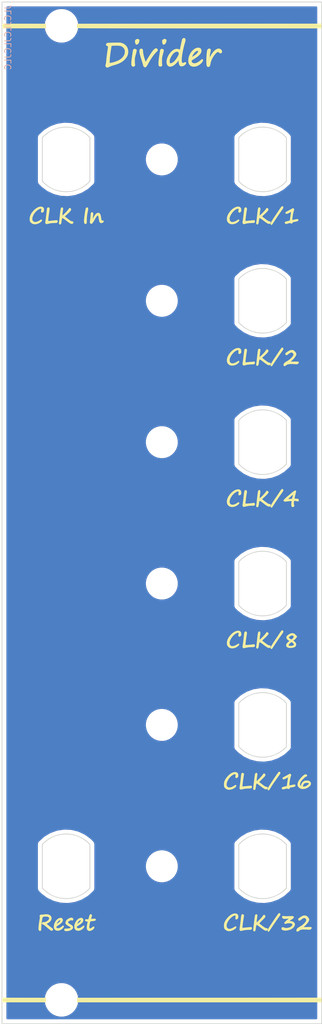
<source format=kicad_pcb>
(kicad_pcb (version 20171130) (host pcbnew "(5.1.9)-1")

  (general
    (thickness 1.6)
    (drawings 0)
    (tracks 0)
    (zones 0)
    (modules 16)
    (nets 1)
  )

  (page A4)
  (layers
    (0 F.Cu signal)
    (31 B.Cu signal)
    (32 B.Adhes user)
    (33 F.Adhes user)
    (34 B.Paste user)
    (35 F.Paste user)
    (36 B.SilkS user)
    (37 F.SilkS user)
    (38 B.Mask user)
    (39 F.Mask user)
    (40 Dwgs.User user)
    (41 Cmts.User user)
    (42 Eco1.User user)
    (43 Eco2.User user)
    (44 Edge.Cuts user)
    (45 Margin user)
    (46 B.CrtYd user)
    (47 F.CrtYd user)
    (48 B.Fab user)
    (49 F.Fab user)
  )

  (setup
    (last_trace_width 0.25)
    (trace_clearance 0.2)
    (zone_clearance 0.508)
    (zone_45_only no)
    (trace_min 0.2)
    (via_size 0.8)
    (via_drill 0.4)
    (via_min_size 0.4)
    (via_min_drill 0.3)
    (uvia_size 0.3)
    (uvia_drill 0.1)
    (uvias_allowed no)
    (uvia_min_size 0.2)
    (uvia_min_drill 0.1)
    (edge_width 0.05)
    (segment_width 0.2)
    (pcb_text_width 0.3)
    (pcb_text_size 1.5 1.5)
    (mod_edge_width 0.12)
    (mod_text_size 1 1)
    (mod_text_width 0.15)
    (pad_size 1.524 1.524)
    (pad_drill 0.762)
    (pad_to_mask_clearance 0)
    (aux_axis_origin 0 0)
    (visible_elements FEFFFF7F)
    (pcbplotparams
      (layerselection 0x010f0_ffffffff)
      (usegerberextensions false)
      (usegerberattributes false)
      (usegerberadvancedattributes true)
      (creategerberjobfile false)
      (excludeedgelayer true)
      (linewidth 0.100000)
      (plotframeref false)
      (viasonmask false)
      (mode 1)
      (useauxorigin false)
      (hpglpennumber 1)
      (hpglpenspeed 20)
      (hpglpendiameter 15.000000)
      (psnegative false)
      (psa4output false)
      (plotreference true)
      (plotvalue true)
      (plotinvisibletext false)
      (padsonsilk false)
      (subtractmaskfromsilk false)
      (outputformat 1)
      (mirror false)
      (drillshape 0)
      (scaleselection 1)
      (outputdirectory "Gerber/"))
  )

  (net 0 "")

  (net_class Default "This is the default net class."
    (clearance 0.2)
    (trace_width 0.25)
    (via_dia 0.8)
    (via_drill 0.4)
    (uvia_dia 0.3)
    (uvia_drill 0.1)
  )

  (module Frontpanels:LED_3mm (layer F.Cu) (tedit 5FEEF411) (tstamp 60875D6A)
    (at 20.15 108.7)
    (fp_text reference REF** (at 0 2.54) (layer F.SilkS) hide
      (effects (font (size 1 1) (thickness 0.15)))
    )
    (fp_text value LED_3mm (at 0 -2.54) (layer Dwgs.User) hide
      (effects (font (size 1 1) (thickness 0.15)))
    )
    (pad "" np_thru_hole circle (at 0 0) (size 3 3) (drill 3) (layers *.Cu *.Mask))
  )

  (module Frontpanels:LED_3mm (layer F.Cu) (tedit 5FEEF411) (tstamp 60875D62)
    (at 20.15 90.92)
    (fp_text reference REF** (at 0 2.54) (layer F.SilkS) hide
      (effects (font (size 1 1) (thickness 0.15)))
    )
    (fp_text value LED_3mm (at 0 -2.54) (layer Dwgs.User) hide
      (effects (font (size 1 1) (thickness 0.15)))
    )
    (pad "" np_thru_hole circle (at 0 0) (size 3 3) (drill 3) (layers *.Cu *.Mask))
  )

  (module Frontpanels:LED_3mm (layer F.Cu) (tedit 5FEEF411) (tstamp 60875D5A)
    (at 20.15 73.14)
    (fp_text reference REF** (at 0 2.54) (layer F.SilkS) hide
      (effects (font (size 1 1) (thickness 0.15)))
    )
    (fp_text value LED_3mm (at 0 -2.54) (layer Dwgs.User) hide
      (effects (font (size 1 1) (thickness 0.15)))
    )
    (pad "" np_thru_hole circle (at 0 0) (size 3 3) (drill 3) (layers *.Cu *.Mask))
  )

  (module Frontpanels:LED_3mm (layer F.Cu) (tedit 5FEEF411) (tstamp 60875D52)
    (at 20.15 55.36)
    (fp_text reference REF** (at 0 2.54) (layer F.SilkS) hide
      (effects (font (size 1 1) (thickness 0.15)))
    )
    (fp_text value LED_3mm (at 0 -2.54) (layer Dwgs.User) hide
      (effects (font (size 1 1) (thickness 0.15)))
    )
    (pad "" np_thru_hole circle (at 0 0) (size 3 3) (drill 3) (layers *.Cu *.Mask))
  )

  (module Frontpanels:LED_3mm (layer F.Cu) (tedit 5FEEF411) (tstamp 60875D4A)
    (at 20.15 37.58)
    (fp_text reference REF** (at 0 2.54) (layer F.SilkS) hide
      (effects (font (size 1 1) (thickness 0.15)))
    )
    (fp_text value LED_3mm (at 0 -2.54) (layer Dwgs.User) hide
      (effects (font (size 1 1) (thickness 0.15)))
    )
    (pad "" np_thru_hole circle (at 0 0) (size 3 3) (drill 3) (layers *.Cu *.Mask))
  )

  (module Frontpanels:LED_3mm (layer F.Cu) (tedit 5FEEF411) (tstamp 60875CA5)
    (at 20.15 19.8)
    (fp_text reference REF** (at 0 2.54) (layer F.SilkS) hide
      (effects (font (size 1 1) (thickness 0.15)))
    )
    (fp_text value LED_3mm (at 0 -2.54) (layer Dwgs.User) hide
      (effects (font (size 1 1) (thickness 0.15)))
    )
    (pad "" np_thru_hole circle (at 0 0) (size 3 3) (drill 3) (layers *.Cu *.Mask))
  )

  (module Eurorack_Front:Hole_Audiojack (layer F.Cu) (tedit 60867103) (tstamp 60875B3F)
    (at 32.85 108.7 90)
    (fp_text reference REF** (at 0 4.6 90) (layer Dwgs.User) hide
      (effects (font (size 1 1) (thickness 0.15)))
    )
    (fp_text value Hole_Audiojack (at 0 -4.5 90) (layer Dwgs.User) hide
      (effects (font (size 1 1) (thickness 0.15)))
    )
    (fp_line (start -2.739982 -3) (end 2.739982 -3) (layer Edge.Cuts) (width 0.1))
    (fp_line (start -2.739982 3) (end 2.739982 3) (layer Edge.Cuts) (width 0.1))
    (fp_arc (start 0 0) (end 2.739981 2.999999) (angle -95.18738774) (layer Edge.Cuts) (width 0.1))
    (fp_arc (start 0 0) (end -2.739981 -2.999999) (angle -95.18738774) (layer Edge.Cuts) (width 0.1))
  )

  (module Eurorack_Front:Hole_Audiojack (layer F.Cu) (tedit 60867103) (tstamp 60875B31)
    (at 8.085 108.7 90)
    (fp_text reference REF** (at 0 4.6 90) (layer Dwgs.User) hide
      (effects (font (size 1 1) (thickness 0.15)))
    )
    (fp_text value Hole_Audiojack (at 0 -4.5 90) (layer Dwgs.User) hide
      (effects (font (size 1 1) (thickness 0.15)))
    )
    (fp_line (start -2.739982 -3) (end 2.739982 -3) (layer Edge.Cuts) (width 0.1))
    (fp_line (start -2.739982 3) (end 2.739982 3) (layer Edge.Cuts) (width 0.1))
    (fp_arc (start 0 0) (end 2.739981 2.999999) (angle -95.18738774) (layer Edge.Cuts) (width 0.1))
    (fp_arc (start 0 0) (end -2.739981 -2.999999) (angle -95.18738774) (layer Edge.Cuts) (width 0.1))
  )

  (module Eurorack_Front:Hole_Audiojack (layer F.Cu) (tedit 60867103) (tstamp 60875B23)
    (at 32.85 90.92 90)
    (fp_text reference REF** (at 0 4.6 90) (layer Dwgs.User) hide
      (effects (font (size 1 1) (thickness 0.15)))
    )
    (fp_text value Hole_Audiojack (at 0 -4.5 90) (layer Dwgs.User) hide
      (effects (font (size 1 1) (thickness 0.15)))
    )
    (fp_line (start -2.739982 -3) (end 2.739982 -3) (layer Edge.Cuts) (width 0.1))
    (fp_line (start -2.739982 3) (end 2.739982 3) (layer Edge.Cuts) (width 0.1))
    (fp_arc (start 0 0) (end 2.739981 2.999999) (angle -95.18738774) (layer Edge.Cuts) (width 0.1))
    (fp_arc (start 0 0) (end -2.739981 -2.999999) (angle -95.18738774) (layer Edge.Cuts) (width 0.1))
  )

  (module Eurorack_Front:Hole_Audiojack (layer F.Cu) (tedit 60867103) (tstamp 60875B07)
    (at 32.85 73.14 90)
    (fp_text reference REF** (at 0 4.6 90) (layer Dwgs.User) hide
      (effects (font (size 1 1) (thickness 0.15)))
    )
    (fp_text value Hole_Audiojack (at 0 -4.5 90) (layer Dwgs.User) hide
      (effects (font (size 1 1) (thickness 0.15)))
    )
    (fp_line (start -2.739982 -3) (end 2.739982 -3) (layer Edge.Cuts) (width 0.1))
    (fp_line (start -2.739982 3) (end 2.739982 3) (layer Edge.Cuts) (width 0.1))
    (fp_arc (start 0 0) (end 2.739981 2.999999) (angle -95.18738774) (layer Edge.Cuts) (width 0.1))
    (fp_arc (start 0 0) (end -2.739981 -2.999999) (angle -95.18738774) (layer Edge.Cuts) (width 0.1))
  )

  (module Eurorack_Front:Hole_Audiojack (layer F.Cu) (tedit 60867103) (tstamp 60875AEB)
    (at 32.85 55.36 90)
    (fp_text reference REF** (at 0 4.6 90) (layer Dwgs.User) hide
      (effects (font (size 1 1) (thickness 0.15)))
    )
    (fp_text value Hole_Audiojack (at 0 -4.5 90) (layer Dwgs.User) hide
      (effects (font (size 1 1) (thickness 0.15)))
    )
    (fp_line (start -2.739982 -3) (end 2.739982 -3) (layer Edge.Cuts) (width 0.1))
    (fp_line (start -2.739982 3) (end 2.739982 3) (layer Edge.Cuts) (width 0.1))
    (fp_arc (start 0 0) (end 2.739981 2.999999) (angle -95.18738774) (layer Edge.Cuts) (width 0.1))
    (fp_arc (start 0 0) (end -2.739981 -2.999999) (angle -95.18738774) (layer Edge.Cuts) (width 0.1))
  )

  (module Eurorack_Front:Hole_Audiojack (layer F.Cu) (tedit 60867103) (tstamp 60875ACF)
    (at 32.85 37.58 90)
    (fp_text reference REF** (at 0 4.6 90) (layer Dwgs.User) hide
      (effects (font (size 1 1) (thickness 0.15)))
    )
    (fp_text value Hole_Audiojack (at 0 -4.5 90) (layer Dwgs.User) hide
      (effects (font (size 1 1) (thickness 0.15)))
    )
    (fp_line (start -2.739982 -3) (end 2.739982 -3) (layer Edge.Cuts) (width 0.1))
    (fp_line (start -2.739982 3) (end 2.739982 3) (layer Edge.Cuts) (width 0.1))
    (fp_arc (start 0 0) (end 2.739981 2.999999) (angle -95.18738774) (layer Edge.Cuts) (width 0.1))
    (fp_arc (start 0 0) (end -2.739981 -2.999999) (angle -95.18738774) (layer Edge.Cuts) (width 0.1))
  )

  (module Eurorack_Front:Hole_Audiojack (layer F.Cu) (tedit 60867103) (tstamp 60875AB3)
    (at 32.85 19.8 90)
    (fp_text reference REF** (at 0 4.6 90) (layer Dwgs.User) hide
      (effects (font (size 1 1) (thickness 0.15)))
    )
    (fp_text value Hole_Audiojack (at 0 -4.5 90) (layer Dwgs.User) hide
      (effects (font (size 1 1) (thickness 0.15)))
    )
    (fp_line (start -2.739982 -3) (end 2.739982 -3) (layer Edge.Cuts) (width 0.1))
    (fp_line (start -2.739982 3) (end 2.739982 3) (layer Edge.Cuts) (width 0.1))
    (fp_arc (start 0 0) (end 2.739981 2.999999) (angle -95.18738774) (layer Edge.Cuts) (width 0.1))
    (fp_arc (start 0 0) (end -2.739981 -2.999999) (angle -95.18738774) (layer Edge.Cuts) (width 0.1))
  )

  (module Eurorack_Front:Hole_Audiojack (layer F.Cu) (tedit 60867103) (tstamp 60875962)
    (at 8.085 19.8 90)
    (fp_text reference REF** (at 0 4.6 90) (layer Dwgs.User) hide
      (effects (font (size 1 1) (thickness 0.15)))
    )
    (fp_text value Hole_Audiojack (at 0 -4.5 90) (layer Dwgs.User) hide
      (effects (font (size 1 1) (thickness 0.15)))
    )
    (fp_arc (start 0 0) (end -2.739981 -2.999999) (angle -95.18738774) (layer Edge.Cuts) (width 0.1))
    (fp_arc (start 0 0) (end 2.739981 2.999999) (angle -95.18738774) (layer Edge.Cuts) (width 0.1))
    (fp_line (start -2.739982 3) (end 2.739982 3) (layer Edge.Cuts) (width 0.1))
    (fp_line (start -2.739982 -3) (end 2.739982 -3) (layer Edge.Cuts) (width 0.1))
  )

  (module Front:Front (layer F.Cu) (tedit 608754E6) (tstamp 6087571F)
    (at 20.15 64.25)
    (fp_text reference G*** (at 0 0) (layer Dwgs.User) hide
      (effects (font (size 1.524 1.524) (thickness 0.3)))
    )
    (fp_text value LOGO (at 0.75 0) (layer Dwgs.User) hide
      (effects (font (size 1.524 1.524) (thickness 0.3)))
    )
    (fp_poly (pts (xy -17.377832 60.980565) (xy -14.605 60.987019) (xy -14.588914 61.552667) (xy -20.150666 61.552667)
      (xy -20.150666 61.263389) (xy -20.150665 60.974111) (xy -17.377832 60.980565)) (layer F.SilkS) (width 0.01))
    (fp_poly (pts (xy 20.150667 61.552667) (xy -10.698197 61.552667) (xy -10.682111 60.987909) (xy 20.150667 60.974111)
      (xy 20.150667 61.552667)) (layer F.SilkS) (width 0.01))
    (fp_poly (pts (xy 14.882388 50.371062) (xy 14.917804 50.41864) (xy 14.936741 50.449691) (xy 14.947034 50.479374)
      (xy 14.945435 50.514031) (xy 14.928699 50.560002) (xy 14.89358 50.623626) (xy 14.83683 50.711244)
      (xy 14.755204 50.829197) (xy 14.645456 50.983826) (xy 14.58528 51.068111) (xy 14.39173 51.342855)
      (xy 14.184921 51.643052) (xy 13.976952 51.950813) (xy 13.779921 52.248245) (xy 13.617222 52.499717)
      (xy 13.542483 52.607391) (xy 13.483365 52.666997) (xy 13.433181 52.682318) (xy 13.385242 52.657135)
      (xy 13.368542 52.640323) (xy 13.334103 52.590461) (xy 13.325018 52.535254) (xy 13.342828 52.461785)
      (xy 13.389075 52.357134) (xy 13.406518 52.322093) (xy 13.446343 52.251274) (xy 13.512398 52.143157)
      (xy 13.600145 52.004511) (xy 13.705046 51.842107) (xy 13.822561 51.662712) (xy 13.948152 51.473096)
      (xy 14.077282 51.280028) (xy 14.20541 51.090277) (xy 14.328 50.910613) (xy 14.440512 50.747804)
      (xy 14.538408 50.60862) (xy 14.617149 50.49983) (xy 14.672196 50.428203) (xy 14.689906 50.407936)
      (xy 14.765511 50.344543) (xy 14.826205 50.332088) (xy 14.882388 50.371062)) (layer F.SilkS) (width 0.01))
    (fp_poly (pts (xy 18.15295 50.652975) (xy 18.297927 50.727256) (xy 18.412706 50.839073) (xy 18.507845 50.967151)
      (xy 18.562319 51.074805) (xy 18.576543 51.175522) (xy 18.550933 51.28279) (xy 18.485903 51.410096)
      (xy 18.432896 51.494445) (xy 18.354703 51.599633) (xy 18.247555 51.724734) (xy 18.126223 51.853966)
      (xy 18.005478 51.971545) (xy 17.907 52.056338) (xy 17.890768 52.072154) (xy 17.893225 52.083432)
      (xy 17.921056 52.090722) (xy 17.980947 52.094575) (xy 18.079582 52.095542) (xy 18.223649 52.094172)
      (xy 18.343735 52.092308) (xy 18.836914 52.084111) (xy 18.864762 52.163212) (xy 18.876864 52.245409)
      (xy 18.8445 52.313104) (xy 18.762422 52.375624) (xy 18.737442 52.389467) (xy 18.678738 52.415367)
      (xy 18.616047 52.427657) (xy 18.531875 52.427901) (xy 18.415 52.418291) (xy 18.236484 52.40473)
      (xy 18.052052 52.398092) (xy 17.874484 52.398163) (xy 17.716556 52.404727) (xy 17.591049 52.417568)
      (xy 17.519028 52.433386) (xy 17.433248 52.47393) (xy 17.337529 52.535174) (xy 17.297636 52.56605)
      (xy 17.191612 52.635275) (xy 17.09459 52.662283) (xy 17.016159 52.645082) (xy 16.995422 52.6288)
      (xy 16.966219 52.563952) (xy 16.966991 52.471851) (xy 16.996268 52.37212) (xy 17.017776 52.330916)
      (xy 17.090089 52.248095) (xy 17.211324 52.153343) (xy 17.376191 52.050447) (xy 17.511889 51.977059)
      (xy 17.632375 51.901489) (xy 17.769229 51.794277) (xy 17.906376 51.669971) (xy 18.027743 51.543118)
      (xy 18.115754 51.430545) (xy 18.185391 51.293923) (xy 18.201552 51.175113) (xy 18.164233 51.074207)
      (xy 18.135208 51.039754) (xy 18.06566 50.986109) (xy 17.995536 50.953672) (xy 17.912992 50.956875)
      (xy 17.807093 50.994971) (xy 17.692316 51.060966) (xy 17.58314 51.147863) (xy 17.572385 51.158115)
      (xy 17.4765 51.234203) (xy 17.381752 51.280276) (xy 17.300639 51.291964) (xy 17.250712 51.270585)
      (xy 17.220994 51.218364) (xy 17.198783 51.141446) (xy 17.197672 51.134999) (xy 17.192288 51.090802)
      (xy 17.197984 51.055609) (xy 17.222424 51.020758) (xy 17.273267 50.977586) (xy 17.358177 50.917431)
      (xy 17.438051 50.863239) (xy 17.55472 50.788287) (xy 17.666085 50.723506) (xy 17.757114 50.677299)
      (xy 17.80071 50.660499) (xy 17.987864 50.630913) (xy 18.15295 50.652975)) (layer F.SilkS) (width 0.01))
    (fp_poly (pts (xy 11.965727 50.49171) (xy 12.024615 50.549747) (xy 12.026717 50.553568) (xy 12.039108 50.600326)
      (xy 12.039765 50.678578) (xy 12.028348 50.797008) (xy 12.012781 50.909876) (xy 11.992375 51.052745)
      (xy 11.973759 51.192579) (xy 11.959586 51.30901) (xy 11.954384 51.358454) (xy 11.940407 51.507685)
      (xy 12.016815 51.452176) (xy 12.080926 51.398556) (xy 12.170235 51.3146) (xy 12.275139 51.210368)
      (xy 12.386036 51.09592) (xy 12.493325 50.981315) (xy 12.587401 50.876615) (xy 12.658664 50.79188)
      (xy 12.694949 50.741699) (xy 12.769038 50.632047) (xy 12.834375 50.572076) (xy 12.897559 50.557152)
      (xy 12.940419 50.569329) (xy 13.02172 50.633014) (xy 13.056083 50.722483) (xy 13.039312 50.826647)
      (xy 13.038557 50.828488) (xy 13.006671 50.876042) (xy 12.940714 50.953663) (xy 12.848183 51.05324)
      (xy 12.736578 51.166658) (xy 12.633452 51.266805) (xy 12.500906 51.395569) (xy 12.397545 51.501605)
      (xy 12.32703 51.580893) (xy 12.293018 51.629412) (xy 12.29179 51.642211) (xy 12.34475 51.686404)
      (xy 12.431133 51.754695) (xy 12.538797 51.837868) (xy 12.655603 51.926703) (xy 12.769411 52.011982)
      (xy 12.86808 52.084489) (xy 12.939469 52.135003) (xy 12.95059 52.142434) (xy 13.064141 52.200081)
      (xy 13.183903 52.23541) (xy 13.20459 52.238441) (xy 13.285537 52.251573) (xy 13.325943 52.273257)
      (xy 13.341688 52.313686) (xy 13.343605 52.327681) (xy 13.327357 52.414667) (xy 13.284808 52.480277)
      (xy 13.223265 52.533766) (xy 13.151905 52.557153) (xy 13.06532 52.548625) (xy 12.9581 52.506371)
      (xy 12.824837 52.42858) (xy 12.660122 52.31344) (xy 12.558889 52.237166) (xy 12.378089 52.099943)
      (xy 12.224684 51.986567) (xy 12.102566 51.899786) (xy 12.015625 51.842349) (xy 11.967754 51.817003)
      (xy 11.962537 51.816) (xy 11.928196 51.840145) (xy 11.898586 51.914098) (xy 11.873055 52.040133)
      (xy 11.853334 52.197) (xy 11.831735 52.365308) (xy 11.80584 52.485139) (xy 11.773278 52.564431)
      (xy 11.731681 52.61112) (xy 11.729164 52.612846) (xy 11.653341 52.632917) (xy 11.575941 52.604252)
      (xy 11.556532 52.587612) (xy 11.524379 52.529118) (xy 11.521316 52.438394) (xy 11.522654 52.425334)
      (xy 11.563687 52.060157) (xy 11.599107 51.746912) (xy 11.629541 51.481432) (xy 11.655617 51.259549)
      (xy 11.677961 51.077097) (xy 11.697203 50.929909) (xy 11.713969 50.813817) (xy 11.728887 50.724656)
      (xy 11.742584 50.658257) (xy 11.755689 50.610455) (xy 11.768828 50.577082) (xy 11.78263 50.553971)
      (xy 11.797721 50.536956) (xy 11.808538 50.527175) (xy 11.889953 50.483733) (xy 11.965727 50.49171)) (layer F.SilkS) (width 0.01))
    (fp_poly (pts (xy -11.30884 50.921882) (xy -11.235599 50.953058) (xy -11.226045 50.962278) (xy -11.173571 51.04901)
      (xy -11.159927 51.13398) (xy -11.179977 51.205807) (xy -11.228581 51.25311) (xy -11.300601 51.26451)
      (xy -11.35521 51.24835) (xy -11.41302 51.232783) (xy -11.481598 51.241699) (xy -11.556455 51.266959)
      (xy -11.701382 51.333892) (xy -11.790593 51.403213) (xy -11.82402 51.475639) (xy -11.801594 51.551885)
      (xy -11.723245 51.632668) (xy -11.588904 51.718704) (xy -11.508944 51.759921) (xy -11.357357 51.852223)
      (xy -11.252517 51.956688) (xy -11.198304 52.068843) (xy -11.191394 52.12614) (xy -11.217668 52.253013)
      (xy -11.296777 52.363268) (xy -11.429145 52.457259) (xy -11.6152 52.535344) (xy -11.717262 52.565577)
      (xy -11.835668 52.588711) (xy -11.965739 52.601239) (xy -12.086807 52.602246) (xy -12.178202 52.590814)
      (xy -12.192 52.586637) (xy -12.259774 52.538752) (xy -12.297354 52.466029) (xy -12.299722 52.387809)
      (xy -12.261855 52.323435) (xy -12.26059 52.322369) (xy -12.204759 52.301592) (xy -12.098799 52.287548)
      (xy -11.957201 52.281186) (xy -11.802108 52.272012) (xy -11.669705 52.251684) (xy -11.568429 52.222621)
      (xy -11.506715 52.187245) (xy -11.492986 52.148013) (xy -11.52107 52.119493) (xy -11.587403 52.071484)
      (xy -11.680789 52.011719) (xy -11.748973 51.971223) (xy -11.904234 51.877875) (xy -12.014811 51.800725)
      (xy -12.087436 51.732681) (xy -12.128841 51.666653) (xy -12.14576 51.59555) (xy -12.147072 51.551959)
      (xy -12.116122 51.395309) (xy -12.032068 51.249034) (xy -11.89782 51.116545) (xy -11.716287 51.001253)
      (xy -11.650104 50.969192) (xy -11.532592 50.930219) (xy -11.413337 50.914359) (xy -11.30884 50.921882)) (layer F.SilkS) (width 0.01))
    (fp_poly (pts (xy 9.339489 50.389461) (xy 9.467719 50.436487) (xy 9.564692 50.519667) (xy 9.625138 50.63681)
      (xy 9.643783 50.785729) (xy 9.641244 50.828223) (xy 9.625761 50.93022) (xy 9.596239 50.999309)
      (xy 9.542513 51.058894) (xy 9.540113 51.061056) (xy 9.443681 51.125403) (xy 9.362484 51.138645)
      (xy 9.302731 51.105395) (xy 9.270631 51.030267) (xy 9.272394 50.917874) (xy 9.282409 50.869596)
      (xy 9.298824 50.779834) (xy 9.301901 50.705557) (xy 9.298388 50.684484) (xy 9.259746 50.640723)
      (xy 9.188489 50.63475) (xy 9.091013 50.663559) (xy 8.973713 50.724141) (xy 8.842984 50.813489)
      (xy 8.705221 50.928597) (xy 8.633334 50.997229) (xy 8.477141 51.173295) (xy 8.348946 51.358578)
      (xy 8.251444 51.545573) (xy 8.187331 51.726776) (xy 8.159301 51.894683) (xy 8.17005 52.041787)
      (xy 8.217826 52.154256) (xy 8.277949 52.226384) (xy 8.341941 52.280559) (xy 8.354625 52.287895)
      (xy 8.479308 52.32056) (xy 8.632879 52.309693) (xy 8.809997 52.256642) (xy 9.005321 52.162756)
      (xy 9.116367 52.095629) (xy 9.22764 52.030254) (xy 9.305002 52.002356) (xy 9.355796 52.010894)
      (xy 9.387369 52.054824) (xy 9.388239 52.057049) (xy 9.388449 52.131269) (xy 9.342305 52.21399)
      (xy 9.258223 52.300063) (xy 9.144619 52.384342) (xy 9.009909 52.461679) (xy 8.86251 52.526928)
      (xy 8.710836 52.574941) (xy 8.563305 52.600572) (xy 8.494889 52.603399) (xy 8.389318 52.596847)
      (xy 8.293193 52.58197) (xy 8.255 52.571587) (xy 8.124456 52.508124) (xy 8.004306 52.419879)
      (xy 7.912758 52.321398) (xy 7.884875 52.275883) (xy 7.848657 52.159955) (xy 7.831754 52.008771)
      (xy 7.834116 51.840094) (xy 7.855692 51.671687) (xy 7.886945 51.548504) (xy 7.970729 51.357697)
      (xy 8.095784 51.157081) (xy 8.2514 50.958839) (xy 8.426865 50.775155) (xy 8.611468 50.618215)
      (xy 8.794497 50.500201) (xy 8.819971 50.487191) (xy 9.010343 50.412624) (xy 9.185273 50.380777)
      (xy 9.339489 50.389461)) (layer F.SilkS) (width 0.01))
    (fp_poly (pts (xy -14.366977 50.498757) (xy -14.233632 50.532854) (xy -14.221734 50.537853) (xy -14.071166 50.630471)
      (xy -13.966106 50.750415) (xy -13.908702 50.889881) (xy -13.901102 51.041065) (xy -13.945454 51.196161)
      (xy -14.010476 51.305483) (xy -14.078966 51.381971) (xy -14.172278 51.465629) (xy -14.274449 51.544146)
      (xy -14.369517 51.605211) (xy -14.438847 51.635876) (xy -14.490143 51.656873) (xy -14.506222 51.675766)
      (xy -14.484669 51.707029) (xy -14.425222 51.764778) (xy -14.335701 51.842392) (xy -14.223928 51.933248)
      (xy -14.097721 52.030725) (xy -14.012333 52.094002) (xy -13.915605 52.165817) (xy -13.831806 52.23048)
      (xy -13.775214 52.276896) (xy -13.765389 52.285883) (xy -13.721348 52.361536) (xy -13.729263 52.443014)
      (xy -13.787812 52.517492) (xy -13.789356 52.518716) (xy -13.842584 52.554718) (xy -13.888386 52.560304)
      (xy -13.954511 52.538043) (xy -13.962457 52.534741) (xy -14.02521 52.499116) (xy -14.116287 52.43565)
      (xy -14.222047 52.354251) (xy -14.301399 52.288588) (xy -14.422064 52.1855) (xy -14.549117 52.077054)
      (xy -14.663267 51.979714) (xy -14.713909 51.936578) (xy -14.811659 51.861083) (xy -14.904389 51.802704)
      (xy -14.975082 51.77204) (xy -14.979709 51.771016) (xy -15.066332 51.733321) (xy -15.113236 51.66829)
      (xy -15.112563 51.588847) (xy -15.066264 51.525615) (xy -14.985207 51.480378) (xy -14.890474 51.462872)
      (xy -14.848281 51.466777) (xy -14.74049 51.466043) (xy -14.620309 51.430017) (xy -14.498412 51.366791)
      (xy -14.385474 51.284452) (xy -14.292169 51.191092) (xy -14.229171 51.094799) (xy -14.207156 51.003664)
      (xy -14.209324 50.98254) (xy -14.218987 50.926161) (xy -14.221841 50.905419) (xy -14.245117 50.878127)
      (xy -14.300018 50.837787) (xy -14.315722 50.827913) (xy -14.403176 50.793549) (xy -14.518881 50.77361)
      (xy -14.648498 50.767446) (xy -14.777687 50.774402) (xy -14.892108 50.793826) (xy -14.977423 50.825065)
      (xy -15.01601 50.859786) (xy -15.04099 50.929628) (xy -15.068309 51.044802) (xy -15.096405 51.194332)
      (xy -15.123715 51.367239) (xy -15.148677 51.552548) (xy -15.169729 51.73928) (xy -15.185309 51.916459)
      (xy -15.193854 52.073107) (xy -15.194837 52.116274) (xy -15.199426 52.292716) (xy -15.208206 52.418001)
      (xy -15.221707 52.497297) (xy -15.237414 52.532552) (xy -15.299524 52.569032) (xy -15.381999 52.57513)
      (xy -15.457389 52.550451) (xy -15.475567 52.535957) (xy -15.511747 52.478593) (xy -15.537064 52.405341)
      (xy -15.545324 52.315916) (xy -15.54293 52.179899) (xy -15.530792 52.005945) (xy -15.509818 51.802708)
      (xy -15.480919 51.578846) (xy -15.445003 51.343011) (xy -15.402981 51.10386) (xy -15.396973 51.072225)
      (xy -15.376489 50.957156) (xy -15.368672 50.880908) (xy -15.373535 50.827291) (xy -15.391093 50.780119)
      (xy -15.397237 50.767882) (xy -15.421305 50.713593) (xy -15.418286 50.67433) (xy -15.382517 50.628236)
      (xy -15.353396 50.59861) (xy -15.282324 50.540455) (xy -15.222685 50.524991) (xy -15.202067 50.528263)
      (xy -15.140677 50.532351) (xy -15.046148 50.526641) (xy -14.955833 50.514899) (xy -14.740256 50.489399)
      (xy -14.539911 50.484145) (xy -14.366977 50.498757)) (layer F.SilkS) (width 0.01))
    (fp_poly (pts (xy -12.661739 50.94367) (xy -12.597079 50.978919) (xy -12.553311 51.022819) (xy -12.488011 51.132561)
      (xy -12.476313 51.253239) (xy -12.516902 51.382734) (xy -12.608467 51.518929) (xy -12.749693 51.659705)
      (xy -12.939268 51.802944) (xy -13.098852 51.902852) (xy -13.201166 51.966265) (xy -13.261333 52.014489)
      (xy -13.288452 52.055994) (xy -13.292666 52.08334) (xy -13.270929 52.167186) (xy -13.211159 52.219404)
      (xy -13.121519 52.240799) (xy -13.010174 52.232177) (xy -12.885286 52.194342) (xy -12.755018 52.1281)
      (xy -12.627534 52.034257) (xy -12.606806 52.01569) (xy -12.512404 51.938147) (xy -12.443248 51.905754)
      (xy -12.392883 51.916959) (xy -12.361548 51.95671) (xy -12.352828 52.029247) (xy -12.38666 52.120765)
      (xy -12.457137 52.2213) (xy -12.558353 52.320887) (xy -12.594341 52.349476) (xy -12.790577 52.472629)
      (xy -12.980434 52.540439) (xy -13.165745 52.553409) (xy -13.273853 52.5355) (xy -13.423273 52.473312)
      (xy -13.530777 52.373655) (xy -13.596073 52.237182) (xy -13.618872 52.064545) (xy -13.598883 51.856395)
      (xy -13.591906 51.820851) (xy -13.541255 51.652917) (xy -13.236222 51.652917) (xy -13.216919 51.662042)
      (xy -13.165763 51.639937) (xy -13.092886 51.593099) (xy -13.008417 51.528027) (xy -12.923953 51.452632)
      (xy -12.853485 51.378135) (xy -12.803392 51.31263) (xy -12.784666 51.270855) (xy -12.803951 51.231144)
      (xy -12.854825 51.227533) (xy -12.926822 51.258476) (xy -12.984801 51.30039) (xy -13.043428 51.359334)
      (xy -13.108784 51.439083) (xy -13.169953 51.524334) (xy -13.216019 51.59978) (xy -13.236067 51.650117)
      (xy -13.236222 51.652917) (xy -13.541255 51.652917) (xy -13.525781 51.601614) (xy -13.42635 51.402575)
      (xy -13.299969 51.230412) (xy -13.152991 51.091803) (xy -12.991771 50.993426) (xy -12.822665 50.94196)
      (xy -12.74982 50.935924) (xy -12.661739 50.94367)) (layer F.SilkS) (width 0.01))
    (fp_poly (pts (xy -10.061491 50.95324) (xy -9.970946 51.01098) (xy -9.919519 51.093397) (xy -9.897593 51.213196)
      (xy -9.91913 51.348454) (xy -9.957247 51.4394) (xy -10.011923 51.51141) (xy -10.104802 51.60205)
      (xy -10.224938 51.702193) (xy -10.361385 51.802711) (xy -10.502657 51.894155) (xy -10.601524 51.957892)
      (xy -10.67735 52.015398) (xy -10.7194 52.058138) (xy -10.724444 52.070476) (xy -10.709019 52.125462)
      (xy -10.680511 52.17661) (xy -10.637388 52.21809) (xy -10.572381 52.236425) (xy -10.505977 52.239334)
      (xy -10.338506 52.212119) (xy -10.168991 52.13) (xy -10.019723 52.014311) (xy -9.91814 51.93532)
      (xy -9.840788 51.903347) (xy -9.789603 51.918956) (xy -9.77507 51.943063) (xy -9.77069 52.028427)
      (xy -9.810795 52.126464) (xy -9.887207 52.229529) (xy -9.99175 52.32998) (xy -10.116247 52.420172)
      (xy -10.252521 52.492462) (xy -10.392396 52.539207) (xy -10.418512 52.544535) (xy -10.528623 52.553981)
      (xy -10.64177 52.548582) (xy -10.65925 52.545919) (xy -10.799799 52.503473) (xy -10.90205 52.427667)
      (xy -10.977058 52.312752) (xy -11.026888 52.150823) (xy -11.033939 51.971655) (xy -11.00308 51.783754)
      (xy -10.965007 51.67166) (xy -10.650637 51.67166) (xy -10.645599 51.674889) (xy -10.612389 51.659169)
      (xy -10.548383 51.617982) (xy -10.468486 51.561008) (xy -10.381396 51.492419) (xy -10.307202 51.427186)
      (xy -10.266461 51.384619) (xy -10.229352 51.319127) (xy -10.218142 51.260727) (xy -10.234742 51.226473)
      (xy -10.248391 51.223334) (xy -10.307052 51.242174) (xy -10.384512 51.289853) (xy -10.461972 51.35311)
      (xy -10.515877 51.412032) (xy -10.570771 51.493307) (xy -10.615864 51.572454) (xy -10.644654 51.636298)
      (xy -10.650637 51.67166) (xy -10.965007 51.67166) (xy -10.939182 51.595629) (xy -10.847113 51.415786)
      (xy -10.731744 51.252734) (xy -10.597943 51.11498) (xy -10.450582 51.011031) (xy -10.294529 50.949396)
      (xy -10.189033 50.936027) (xy -10.061491 50.95324)) (layer F.SilkS) (width 0.01))
    (fp_poly (pts (xy -8.890679 50.493213) (xy -8.840611 50.540133) (xy -8.815925 50.582165) (xy -8.808123 50.633301)
      (xy -8.818106 50.706389) (xy -8.846773 50.814273) (xy -8.863754 50.87031) (xy -8.891406 50.964658)
      (xy -8.909163 51.034837) (xy -8.913439 51.066566) (xy -8.913143 51.066976) (xy -8.882933 51.06722)
      (xy -8.81085 51.061146) (xy -8.710954 51.050004) (xy -8.683274 51.046571) (xy -8.527425 51.033716)
      (xy -8.419458 51.042011) (xy -8.354355 51.072909) (xy -8.327102 51.127862) (xy -8.325555 51.150157)
      (xy -8.332448 51.210701) (xy -8.35819 51.25608) (xy -8.410375 51.289559) (xy -8.496598 51.314405)
      (xy -8.624454 51.333881) (xy -8.791222 51.350369) (xy -8.89239 51.361664) (xy -8.970573 51.375166)
      (xy -9.00943 51.388028) (xy -9.009939 51.388493) (xy -9.029805 51.430994) (xy -9.053889 51.515611)
      (xy -9.079498 51.628439) (xy -9.103943 51.755574) (xy -9.12453 51.88311) (xy -9.13857 51.997145)
      (xy -9.143389 52.077942) (xy -9.134065 52.187448) (xy -9.102983 52.25151) (xy -9.046966 52.270562)
      (xy -8.962836 52.245038) (xy -8.847416 52.175371) (xy -8.781333 52.12741) (xy -8.683433 52.057695)
      (xy -8.616434 52.022922) (xy -8.569471 52.020065) (xy -8.531682 52.046094) (xy -8.523415 52.055523)
      (xy -8.500359 52.123894) (xy -8.522207 52.209422) (xy -8.58346 52.30386) (xy -8.678617 52.398961)
      (xy -8.802178 52.486477) (xy -8.816294 52.494728) (xy -8.969935 52.560333) (xy -9.117933 52.581363)
      (xy -9.250213 52.557586) (xy -9.337193 52.506785) (xy -9.409089 52.42096) (xy -9.450897 52.306125)
      (xy -9.463751 52.15582) (xy -9.448786 51.963587) (xy -9.441506 51.91262) (xy -9.422776 51.795372)
      (xy -9.405502 51.696663) (xy -9.392441 51.631892) (xy -9.388852 51.618445) (xy -9.374142 51.561458)
      (xy -9.358814 51.484389) (xy -9.351674 51.425581) (xy -9.367102 51.399519) (xy -9.4191 51.392874)
      (xy -9.45515 51.392667) (xy -9.553412 51.375124) (xy -9.628962 51.329722) (xy -9.673455 51.2673)
      (xy -9.678546 51.198697) (xy -9.646355 51.144311) (xy -9.600516 51.125847) (xy -9.51627 51.113692)
      (xy -9.435477 51.110445) (xy -9.258465 51.110445) (xy -9.21687 50.962278) (xy -9.185716 50.849268)
      (xy -9.155044 50.734866) (xy -9.144037 50.692678) (xy -9.098289 50.576114) (xy -9.03601 50.501601)
      (xy -8.964405 50.47276) (xy -8.890679 50.493213)) (layer F.SilkS) (width 0.01))
    (fp_poly (pts (xy 10.221663 50.484718) (xy 10.288519 50.526037) (xy 10.366123 50.592789) (xy 10.304809 50.985672)
      (xy 10.269963 51.214779) (xy 10.238041 51.435812) (xy 10.210141 51.640258) (xy 10.187363 51.819604)
      (xy 10.170806 51.965337) (xy 10.161571 52.068942) (xy 10.16 52.107128) (xy 10.16 52.190178)
      (xy 10.392834 52.169236) (xy 10.534802 52.156189) (xy 10.701575 52.140452) (xy 10.861798 52.12499)
      (xy 10.893778 52.121848) (xy 11.051621 52.106849) (xy 11.162958 52.098519) (xy 11.237385 52.097323)
      (xy 11.284497 52.103726) (xy 11.313891 52.118193) (xy 11.335162 52.141189) (xy 11.336724 52.143307)
      (xy 11.370837 52.22451) (xy 11.351453 52.307155) (xy 11.310056 52.36467) (xy 11.282408 52.393291)
      (xy 11.251672 52.413457) (xy 11.207671 52.427009) (xy 11.140232 52.435784) (xy 11.03918 52.441622)
      (xy 10.894339 52.446362) (xy 10.851445 52.447553) (xy 10.620016 52.45858) (xy 10.437291 52.477438)
      (xy 10.30682 52.503753) (xy 10.301111 52.505446) (xy 10.185452 52.536) (xy 10.066186 52.560705)
      (xy 10.014659 52.568566) (xy 9.931633 52.575183) (xy 9.882883 52.564181) (xy 9.847267 52.528678)
      (xy 9.834444 52.509878) (xy 9.816378 52.480346) (xy 9.804213 52.449977) (xy 9.79832 52.410456)
      (xy 9.799071 52.353468) (xy 9.806839 52.270698) (xy 9.821994 52.15383) (xy 9.844908 51.99455)
      (xy 9.862938 51.872445) (xy 9.881103 51.740583) (xy 9.902612 51.569972) (xy 9.925372 51.378043)
      (xy 9.947292 51.182228) (xy 9.958862 51.07311) (xy 9.983682 50.853951) (xy 10.006968 50.691042)
      (xy 10.028709 50.584438) (xy 10.048896 50.534196) (xy 10.050176 50.532861) (xy 10.135437 50.480574)
      (xy 10.221663 50.484718)) (layer F.SilkS) (width 0.01))
    (fp_poly (pts (xy 15.318373 50.701496) (xy 15.430478 50.715721) (xy 15.584556 50.724716) (xy 15.766352 50.728225)
      (xy 15.961613 50.725991) (xy 16.156086 50.71776) (xy 16.171334 50.716825) (xy 16.328397 50.708653)
      (xy 16.439577 50.708269) (xy 16.515095 50.717279) (xy 16.565172 50.73729) (xy 16.60003 50.769911)
      (xy 16.611473 50.786042) (xy 16.636622 50.851954) (xy 16.621853 50.918812) (xy 16.563633 50.991441)
      (xy 16.458427 51.074663) (xy 16.347547 51.146333) (xy 16.245313 51.21018) (xy 16.162291 51.264606)
      (xy 16.109719 51.302105) (xy 16.097455 51.313378) (xy 16.112948 51.327703) (xy 16.168835 51.335652)
      (xy 16.192768 51.336223) (xy 16.359082 51.354764) (xy 16.513298 51.405975) (xy 16.638038 51.483231)
      (xy 16.676269 51.520489) (xy 16.753305 51.627137) (xy 16.783036 51.726321) (xy 16.769042 51.835004)
      (xy 16.752758 51.882972) (xy 16.654358 52.070477) (xy 16.513814 52.225982) (xy 16.329611 52.350379)
      (xy 16.100234 52.444562) (xy 15.824169 52.509422) (xy 15.649222 52.533204) (xy 15.572934 52.534658)
      (xy 15.469372 52.528614) (xy 15.403154 52.521589) (xy 15.249461 52.48669) (xy 15.143915 52.428391)
      (xy 15.088114 52.348375) (xy 15.083652 52.248323) (xy 15.097845 52.199747) (xy 15.149341 52.130631)
      (xy 15.232941 52.106987) (xy 15.346989 52.129051) (xy 15.410313 52.155126) (xy 15.556717 52.199833)
      (xy 15.721881 52.211482) (xy 15.894296 52.19351) (xy 16.062453 52.149355) (xy 16.214843 52.082453)
      (xy 16.339957 51.996241) (xy 16.426288 51.894158) (xy 16.449098 51.844878) (xy 16.45841 51.757549)
      (xy 16.417253 51.69026) (xy 16.324283 51.641603) (xy 16.233754 51.618988) (xy 15.996324 51.601776)
      (xy 15.759146 51.634701) (xy 15.659786 51.664795) (xy 15.576706 51.692516) (xy 15.527869 51.699541)
      (xy 15.495165 51.686272) (xy 15.475883 51.668867) (xy 15.443525 51.599842) (xy 15.448271 51.551373)
      (xy 15.479223 51.499015) (xy 15.54845 51.420898) (xy 15.648421 51.324243) (xy 15.771606 51.21627)
      (xy 15.910472 51.104203) (xy 15.931484 51.088025) (xy 16.016111 51.023272) (xy 15.818556 51.040432)
      (xy 15.629481 51.05467) (xy 15.487437 51.059694) (xy 15.383707 51.055127) (xy 15.309574 51.040591)
      (xy 15.256872 51.016071) (xy 15.185793 50.939076) (xy 15.161204 50.840801) (xy 15.180735 50.752587)
      (xy 15.208578 50.706582) (xy 15.247693 50.692311) (xy 15.318373 50.701496)) (layer F.SilkS) (width 0.01))
    (fp_poly (pts (xy 14.882388 32.591062) (xy 14.917804 32.63864) (xy 14.936733 32.669664) (xy 14.947034 32.699313)
      (xy 14.945463 32.733933) (xy 14.928776 32.779866) (xy 14.89373 32.843455) (xy 14.837083 32.931046)
      (xy 14.755591 33.048981) (xy 14.646011 33.203605) (xy 14.585769 33.288111) (xy 14.402661 33.546275)
      (xy 14.235505 33.784764) (xy 14.087137 33.999397) (xy 13.960389 34.185995) (xy 13.858097 34.340376)
      (xy 13.783096 34.45836) (xy 13.738219 34.535768) (xy 13.733776 34.54462) (xy 13.682914 34.636624)
      (xy 13.620145 34.731672) (xy 13.555072 34.81728) (xy 13.497301 34.880962) (xy 13.456438 34.910233)
      (xy 13.451989 34.910889) (xy 13.405181 34.891582) (xy 13.367596 34.859278) (xy 13.333652 34.809746)
      (xy 13.325033 34.754431) (xy 13.343315 34.680495) (xy 13.390073 34.575102) (xy 13.406518 34.542093)
      (xy 13.446343 34.471274) (xy 13.512398 34.363157) (xy 13.600145 34.224511) (xy 13.705046 34.062107)
      (xy 13.822561 33.882712) (xy 13.948152 33.693096) (xy 14.077282 33.500028) (xy 14.20541 33.310277)
      (xy 14.328 33.130613) (xy 14.440512 32.967804) (xy 14.538408 32.82862) (xy 14.617149 32.71983)
      (xy 14.672196 32.648203) (xy 14.689906 32.627936) (xy 14.765511 32.564543) (xy 14.826205 32.552088)
      (xy 14.882388 32.591062)) (layer F.SilkS) (width 0.01))
    (fp_poly (pts (xy 11.965727 32.71171) (xy 12.024615 32.769747) (xy 12.026717 32.773568) (xy 12.039108 32.820326)
      (xy 12.039765 32.898578) (xy 12.028348 33.017008) (xy 12.012781 33.129876) (xy 11.992375 33.272745)
      (xy 11.973759 33.412579) (xy 11.959586 33.52901) (xy 11.954384 33.578454) (xy 11.940407 33.727685)
      (xy 12.016815 33.672176) (xy 12.080926 33.618556) (xy 12.170235 33.5346) (xy 12.275139 33.430368)
      (xy 12.386036 33.31592) (xy 12.493325 33.201315) (xy 12.587401 33.096615) (xy 12.658664 33.01188)
      (xy 12.694949 32.961699) (xy 12.769038 32.852047) (xy 12.834375 32.792076) (xy 12.897559 32.777152)
      (xy 12.940419 32.789329) (xy 13.006665 32.840061) (xy 13.043953 32.893332) (xy 13.058553 32.947375)
      (xy 13.051027 33.006259) (xy 13.017502 33.07558) (xy 12.954104 33.160935) (xy 12.856958 33.267917)
      (xy 12.722189 33.402123) (xy 12.632067 33.488206) (xy 12.516251 33.598553) (xy 12.416228 33.69539)
      (xy 12.338636 33.772162) (xy 12.290116 33.822316) (xy 12.276679 33.839014) (xy 12.297815 33.861607)
      (xy 12.355032 33.910526) (xy 12.439022 33.978542) (xy 12.540478 34.058425) (xy 12.650094 34.142945)
      (xy 12.758563 34.224872) (xy 12.856578 34.296976) (xy 12.934832 34.352029) (xy 12.95059 34.362524)
      (xy 13.063779 34.419947) (xy 13.183288 34.4553) (xy 13.20459 34.458441) (xy 13.285537 34.471573)
      (xy 13.325943 34.493257) (xy 13.341688 34.533686) (xy 13.343605 34.547681) (xy 13.327357 34.634667)
      (xy 13.284808 34.700277) (xy 13.223265 34.753766) (xy 13.151905 34.777153) (xy 13.06532 34.768625)
      (xy 12.9581 34.726371) (xy 12.824837 34.64858) (xy 12.660122 34.53344) (xy 12.558889 34.457166)
      (xy 12.378089 34.319943) (xy 12.224684 34.206567) (xy 12.102566 34.119786) (xy 12.015625 34.062349)
      (xy 11.967754 34.037003) (xy 11.962537 34.036) (xy 11.928196 34.060145) (xy 11.898586 34.134098)
      (xy 11.873055 34.260133) (xy 11.853334 34.417) (xy 11.831735 34.585308) (xy 11.80584 34.705139)
      (xy 11.773278 34.784431) (xy 11.731681 34.83112) (xy 11.729164 34.832846) (xy 11.653341 34.852917)
      (xy 11.575941 34.824252) (xy 11.556532 34.807612) (xy 11.524379 34.749118) (xy 11.521316 34.658394)
      (xy 11.522654 34.645334) (xy 11.563687 34.280157) (xy 11.599107 33.966912) (xy 11.629541 33.701432)
      (xy 11.655617 33.479549) (xy 11.677961 33.297097) (xy 11.697203 33.149909) (xy 11.713969 33.033817)
      (xy 11.728887 32.944656) (xy 11.742584 32.878257) (xy 11.755689 32.830455) (xy 11.768828 32.797082)
      (xy 11.78263 32.773971) (xy 11.797721 32.756956) (xy 11.808538 32.747175) (xy 11.889953 32.703733)
      (xy 11.965727 32.71171)) (layer F.SilkS) (width 0.01))
    (fp_poly (pts (xy 9.316124 32.604632) (xy 9.428686 32.63643) (xy 9.53579 32.70618) (xy 9.601751 32.796981)
      (xy 9.632818 32.920195) (xy 9.637303 33.015783) (xy 9.634549 33.116863) (xy 9.622458 33.181305)
      (xy 9.594056 33.228868) (xy 9.545136 33.276839) (xy 9.446107 33.344793) (xy 9.3646 33.361379)
      (xy 9.30551 33.330239) (xy 9.273728 33.255018) (xy 9.274147 33.139358) (xy 9.284411 33.082659)
      (xy 9.30237 32.989587) (xy 9.303374 32.933575) (xy 9.286837 32.897665) (xy 9.277668 32.887572)
      (xy 9.215825 32.863545) (xy 9.124356 32.877444) (xy 9.010995 32.924886) (xy 8.883477 33.001484)
      (xy 8.749534 33.102856) (xy 8.616902 33.224616) (xy 8.542089 33.304589) (xy 8.417404 33.468344)
      (xy 8.309639 33.652543) (xy 8.226458 33.841114) (xy 8.175523 34.017984) (xy 8.164604 34.096216)
      (xy 8.159663 34.202498) (xy 8.167778 34.274931) (xy 8.193142 34.335412) (xy 8.217826 34.374256)
      (xy 8.277949 34.446384) (xy 8.341941 34.500559) (xy 8.354625 34.507895) (xy 8.475324 34.539367)
      (xy 8.625047 34.530471) (xy 8.795628 34.483297) (xy 8.978903 34.39994) (xy 9.127307 34.309872)
      (xy 9.223933 34.248923) (xy 9.288032 34.220596) (xy 9.329924 34.220767) (xy 9.338974 34.225293)
      (xy 9.386158 34.281193) (xy 9.384182 34.354663) (xy 9.335706 34.440894) (xy 9.24339 34.535083)
      (xy 9.115653 34.628747) (xy 8.936772 34.722338) (xy 8.743796 34.786944) (xy 8.551186 34.819829)
      (xy 8.373404 34.818255) (xy 8.255 34.791587) (xy 8.124456 34.728124) (xy 8.004306 34.639879)
      (xy 7.912758 34.541398) (xy 7.884875 34.495883) (xy 7.848892 34.380563) (xy 7.832001 34.230216)
      (xy 7.833973 34.062848) (xy 7.854577 33.896466) (xy 7.893581 33.749076) (xy 7.894481 33.746623)
      (xy 7.990041 33.544822) (xy 8.125506 33.33703) (xy 8.289767 33.135737) (xy 8.471712 32.953433)
      (xy 8.66023 32.802609) (xy 8.818503 32.707913) (xy 8.993163 32.639273) (xy 9.163301 32.604346)
      (xy 9.316124 32.604632)) (layer F.SilkS) (width 0.01))
    (fp_poly (pts (xy 10.221663 32.704718) (xy 10.288519 32.746037) (xy 10.366123 32.812789) (xy 10.304809 33.205672)
      (xy 10.269963 33.434779) (xy 10.238041 33.655812) (xy 10.210141 33.860258) (xy 10.187363 34.039604)
      (xy 10.170806 34.185337) (xy 10.161571 34.288942) (xy 10.16 34.327128) (xy 10.16 34.410178)
      (xy 10.392834 34.389236) (xy 10.534802 34.376189) (xy 10.701575 34.360452) (xy 10.861798 34.34499)
      (xy 10.893778 34.341848) (xy 11.051621 34.326849) (xy 11.162958 34.318519) (xy 11.237385 34.317323)
      (xy 11.284497 34.323726) (xy 11.313891 34.338193) (xy 11.335162 34.361189) (xy 11.336724 34.363307)
      (xy 11.370812 34.444327) (xy 11.351658 34.527063) (xy 11.310056 34.585464) (xy 11.282559 34.614379)
      (xy 11.252248 34.63473) (xy 11.208954 34.648364) (xy 11.14251 34.657126) (xy 11.042749 34.66286)
      (xy 10.899501 34.667412) (xy 10.851445 34.668694) (xy 10.621767 34.679346) (xy 10.439597 34.69775)
      (xy 10.309031 34.723483) (xy 10.301111 34.725793) (xy 10.1854 34.756157) (xy 10.066094 34.78074)
      (xy 10.014659 34.788566) (xy 9.931633 34.795183) (xy 9.882883 34.784181) (xy 9.847267 34.748678)
      (xy 9.834444 34.729878) (xy 9.816378 34.700346) (xy 9.804213 34.669977) (xy 9.79832 34.630456)
      (xy 9.799071 34.573468) (xy 9.806839 34.490698) (xy 9.821994 34.37383) (xy 9.844908 34.21455)
      (xy 9.862938 34.092445) (xy 9.881103 33.960583) (xy 9.902612 33.789972) (xy 9.925372 33.598043)
      (xy 9.947292 33.402228) (xy 9.958862 33.29311) (xy 9.983682 33.073951) (xy 10.006968 32.911042)
      (xy 10.028709 32.804438) (xy 10.048896 32.754196) (xy 10.050176 32.752861) (xy 10.135437 32.700574)
      (xy 10.221663 32.704718)) (layer F.SilkS) (width 0.01))
    (fp_poly (pts (xy 16.207797 32.820314) (xy 16.244996 32.856791) (xy 16.279549 32.918527) (xy 16.301872 32.982044)
      (xy 16.293468 33.041665) (xy 16.275079 33.085257) (xy 16.244637 33.168244) (xy 16.212316 33.286699)
      (xy 16.179794 33.430287) (xy 16.148749 33.58867) (xy 16.12086 33.751511) (xy 16.097804 33.908472)
      (xy 16.08126 34.049216) (xy 16.072906 34.163405) (xy 16.074421 34.240703) (xy 16.083028 34.268233)
      (xy 16.117633 34.271674) (xy 16.192605 34.262717) (xy 16.293707 34.243265) (xy 16.327366 34.235582)
      (xy 16.452601 34.208475) (xy 16.57441 34.186304) (xy 16.668657 34.173409) (xy 16.677092 34.172682)
      (xy 16.755376 34.169679) (xy 16.795902 34.182676) (xy 16.816916 34.220642) (xy 16.823962 34.244889)
      (xy 16.834199 34.315089) (xy 16.81843 34.370546) (xy 16.770705 34.414715) (xy 16.685074 34.451052)
      (xy 16.555585 34.483012) (xy 16.376288 34.51405) (xy 16.354778 34.517329) (xy 16.252816 34.535747)
      (xy 16.172636 34.55579) (xy 16.131023 34.573233) (xy 16.130411 34.573804) (xy 16.117961 34.597691)
      (xy 16.124349 34.600445) (xy 16.129805 34.620799) (xy 16.116884 34.653161) (xy 16.061996 34.703311)
      (xy 15.980794 34.726671) (xy 15.898677 34.719074) (xy 15.857104 34.695797) (xy 15.816333 34.668565)
      (xy 15.766822 34.664865) (xy 15.686783 34.683143) (xy 15.685312 34.683556) (xy 15.521499 34.728328)
      (xy 15.402172 34.757405) (xy 15.318104 34.772426) (xy 15.260063 34.77503) (xy 15.218822 34.766857)
      (xy 15.218001 34.766557) (xy 15.158544 34.723675) (xy 15.122404 34.67194) (xy 15.107664 34.613947)
      (xy 15.123989 34.56408) (xy 15.17617 34.519697) (xy 15.269001 34.478156) (xy 15.407272 34.436813)
      (xy 15.595775 34.393028) (xy 15.648119 34.382049) (xy 15.759904 34.35896) (xy 15.79695 34.063425)
      (xy 15.817671 33.905205) (xy 15.841394 33.734884) (xy 15.864144 33.580676) (xy 15.872372 33.528)
      (xy 15.888376 33.41829) (xy 15.898112 33.331629) (xy 15.90017 33.281631) (xy 15.898576 33.274998)
      (xy 15.869202 33.278336) (xy 15.838369 33.295945) (xy 15.746246 33.352871) (xy 15.631424 33.412365)
      (xy 15.514062 33.465032) (xy 15.414321 33.501472) (xy 15.377964 33.510562) (xy 15.284346 33.511173)
      (xy 15.230164 33.471452) (xy 15.214931 33.390963) (xy 15.216794 33.367429) (xy 15.230543 33.319113)
      (xy 15.266948 33.278835) (xy 15.337973 33.235882) (xy 15.395222 33.207665) (xy 15.49045 33.159557)
      (xy 15.615962 33.092171) (xy 15.753693 33.015361) (xy 15.857011 32.955814) (xy 15.993183 32.878124)
      (xy 16.090979 32.830179) (xy 16.159487 32.811176) (xy 16.207797 32.820314)) (layer F.SilkS) (width 0.01))
    (fp_poly (pts (xy 18.201589 32.898695) (xy 18.271021 32.947547) (xy 18.312122 33.009592) (xy 18.316222 33.034111)
      (xy 18.292628 33.094232) (xy 18.235958 33.151097) (xy 18.167381 33.185847) (xy 18.141987 33.189334)
      (xy 18.096553 33.209783) (xy 18.024186 33.265215) (xy 17.933484 33.346757) (xy 17.833048 33.445537)
      (xy 17.731478 33.552682) (xy 17.637373 33.659319) (xy 17.559335 33.756575) (xy 17.505961 33.835578)
      (xy 17.4948 33.857054) (xy 17.438948 34.01175) (xy 17.420581 34.145984) (xy 17.440316 34.2515)
      (xy 17.462548 34.288354) (xy 17.517813 34.356603) (xy 17.538374 34.247003) (xy 17.591738 34.083298)
      (xy 17.682478 33.933064) (xy 17.800161 33.808693) (xy 17.934356 33.722579) (xy 17.999666 33.698979)
      (xy 18.129162 33.674749) (xy 18.270794 33.665017) (xy 18.405653 33.669609) (xy 18.514825 33.68835)
      (xy 18.556111 33.70412) (xy 18.68563 33.795917) (xy 18.768762 33.908015) (xy 18.802279 34.033471)
      (xy 18.782955 34.165341) (xy 18.777397 34.180108) (xy 18.702859 34.302339) (xy 18.584205 34.421872)
      (xy 18.433551 34.531158) (xy 18.263016 34.622649) (xy 18.084719 34.688793) (xy 17.910778 34.722043)
      (xy 17.907 34.722354) (xy 17.804616 34.728876) (xy 17.723856 34.730974) (xy 17.681736 34.728218)
      (xy 17.681222 34.728048) (xy 17.636743 34.717106) (xy 17.562596 34.702863) (xy 17.544633 34.69978)
      (xy 17.426806 34.653924) (xy 17.309633 34.564877) (xy 17.204024 34.457518) (xy 17.143127 34.366536)
      (xy 17.78 34.366536) (xy 17.786635 34.407197) (xy 17.816661 34.42601) (xy 17.885258 34.431045)
      (xy 17.901459 34.431111) (xy 18.020111 34.413915) (xy 18.148835 34.368102) (xy 18.16447 34.360573)
      (xy 18.265696 34.302845) (xy 18.365776 34.233642) (xy 18.452979 34.162593) (xy 18.515571 34.09933)
      (xy 18.541821 34.053483) (xy 18.542 34.050673) (xy 18.516456 34.009392) (xy 18.448949 33.978802)
      (xy 18.353174 33.960178) (xy 18.242821 33.954794) (xy 18.131582 33.963925) (xy 18.03315 33.988844)
      (xy 18.005778 34.000766) (xy 17.92432 34.065444) (xy 17.850455 34.164085) (xy 17.797856 34.274535)
      (xy 17.78 34.366536) (xy 17.143127 34.366536) (xy 17.140274 34.362275) (xy 17.111374 34.263017)
      (xy 17.110315 34.143614) (xy 17.113154 34.112737) (xy 17.137863 33.968495) (xy 17.183934 33.830912)
      (xy 17.256499 33.69095) (xy 17.360689 33.539573) (xy 17.501635 33.367741) (xy 17.596556 33.26138)
      (xy 17.75734 33.097704) (xy 17.900335 32.978069) (xy 18.022792 32.904469) (xy 18.121964 32.878897)
      (xy 18.123505 32.878889) (xy 18.201589 32.898695)) (layer F.SilkS) (width 0.01))
    (fp_poly (pts (xy 15.198448 14.77305) (xy 15.225225 14.783007) (xy 15.292566 14.840729) (xy 15.317125 14.925204)
      (xy 15.296223 15.023467) (xy 15.281039 15.053095) (xy 15.245063 15.109021) (xy 15.183745 15.198611)
      (xy 15.105266 15.310116) (xy 15.017808 15.43179) (xy 15.005894 15.44817) (xy 14.91591 15.574318)
      (xy 14.802447 15.7374) (xy 14.672585 15.926897) (xy 14.533405 16.132287) (xy 14.391985 16.343048)
      (xy 14.255406 16.548659) (xy 14.130748 16.738599) (xy 14.025092 16.902347) (xy 13.989054 16.959239)
      (xy 13.920137 17.060122) (xy 13.865922 17.113729) (xy 13.817714 17.124151) (xy 13.766818 17.09548)
      (xy 13.744222 17.074445) (xy 13.702743 17.021293) (xy 13.68825 16.982723) (xy 13.704501 16.927809)
      (xy 13.750014 16.832933) (xy 13.82125 16.70407) (xy 13.914668 16.547193) (xy 14.026728 16.368275)
      (xy 14.153891 16.17329) (xy 14.269417 16.002) (xy 14.388194 15.827883) (xy 14.512721 15.644267)
      (xy 14.633436 15.465326) (xy 14.740774 15.305233) (xy 14.821617 15.183556) (xy 14.926491 15.026645)
      (xy 15.007243 14.91237) (xy 15.069344 14.835303) (xy 15.118264 14.790013) (xy 15.159476 14.771072)
      (xy 15.198448 14.77305)) (layer F.SilkS) (width 0.01))
    (fp_poly (pts (xy 12.328423 14.927093) (xy 12.33257 14.929266) (xy 12.379977 14.964462) (xy 12.408591 15.015042)
      (xy 12.419445 15.090254) (xy 12.413571 15.199342) (xy 12.392005 15.351554) (xy 12.384661 15.395223)
      (xy 12.363234 15.535584) (xy 12.347535 15.668878) (xy 12.339427 15.77729) (xy 12.339307 15.829553)
      (xy 12.347222 15.953439) (xy 12.6507 15.66022) (xy 12.771147 15.539181) (xy 12.887983 15.413524)
      (xy 12.989429 15.296453) (xy 13.063705 15.201177) (xy 13.075795 15.183603) (xy 13.139634 15.094988)
      (xy 13.198002 15.027219) (xy 13.239938 14.992765) (xy 13.245125 14.991017) (xy 13.29037 15.004539)
      (xy 13.35256 15.046496) (xy 13.413361 15.101262) (xy 13.454437 15.153212) (xy 13.462 15.17586)
      (xy 13.44076 15.237219) (xy 13.38053 15.327471) (xy 13.286551 15.44044) (xy 13.164061 15.56995)
      (xy 13.018299 15.709824) (xy 12.978201 15.746258) (xy 12.866803 15.847273) (xy 12.771521 15.935372)
      (xy 12.699761 16.003575) (xy 12.658927 16.044898) (xy 12.652372 16.053451) (xy 12.671557 16.076925)
      (xy 12.727818 16.126778) (xy 12.812529 16.196259) (xy 12.917066 16.278618) (xy 13.032806 16.367103)
      (xy 13.151123 16.454964) (xy 13.263396 16.53545) (xy 13.304722 16.564097) (xy 13.452449 16.643486)
      (xy 13.580766 16.673521) (xy 13.662144 16.683906) (xy 13.701942 16.701464) (xy 13.714931 16.736673)
      (xy 13.716 16.769446) (xy 13.695829 16.887104) (xy 13.63832 16.963926) (xy 13.547982 16.996954)
      (xy 13.429324 16.983235) (xy 13.402914 16.974735) (xy 13.302212 16.927315) (xy 13.168794 16.846281)
      (xy 13.010727 16.737039) (xy 12.836079 16.604997) (xy 12.756445 16.541382) (xy 12.627803 16.441502)
      (xy 12.512239 16.360358) (xy 12.417679 16.302895) (xy 12.352051 16.274055) (xy 12.327242 16.273739)
      (xy 12.288248 16.327361) (xy 12.258005 16.43506) (xy 12.236313 16.597618) (xy 12.232317 16.645409)
      (xy 12.207784 16.831232) (xy 12.166331 16.963614) (xy 12.107748 17.043027) (xy 12.045601 17.069093)
      (xy 11.972692 17.058129) (xy 11.925494 17.0103) (xy 11.900333 16.95759) (xy 11.895164 16.894284)
      (xy 11.908446 16.799296) (xy 11.909629 16.79301) (xy 11.92056 16.722473) (xy 11.935832 16.605751)
      (xy 11.954264 16.452834) (xy 11.974674 16.273712) (xy 11.995878 16.078373) (xy 12.0085 15.957456)
      (xy 12.035821 15.696918) (xy 12.059419 15.486762) (xy 12.080437 15.321137) (xy 12.100016 15.19419)
      (xy 12.119296 15.100069) (xy 12.139419 15.032921) (xy 12.161525 14.986895) (xy 12.186757 14.956139)
      (xy 12.206777 14.940635) (xy 12.269842 14.913003) (xy 12.328423 14.927093)) (layer F.SilkS) (width 0.01))
    (fp_poly (pts (xy 9.720606 14.829041) (xy 9.847174 14.876726) (xy 9.94141 14.965072) (xy 9.999778 15.092781)
      (xy 10.018784 15.249844) (xy 10.015535 15.348059) (xy 10.000518 15.411623) (xy 9.966058 15.462179)
      (xy 9.931238 15.496788) (xy 9.835611 15.561063) (xy 9.750506 15.574412) (xy 9.684927 15.541941)
      (xy 9.647876 15.468759) (xy 9.648355 15.359971) (xy 9.652706 15.338778) (xy 9.676118 15.208034)
      (xy 9.672018 15.124245) (xy 9.637094 15.083369) (xy 9.568033 15.081368) (xy 9.466864 15.112146)
      (xy 9.273332 15.212731) (xy 9.084077 15.361662) (xy 8.906792 15.550941) (xy 8.749172 15.772575)
      (xy 8.641429 15.969847) (xy 8.585417 16.097799) (xy 8.554333 16.202285) (xy 8.541947 16.3069)
      (xy 8.540853 16.350847) (xy 8.559549 16.512228) (xy 8.615917 16.634284) (xy 8.706478 16.716323)
      (xy 8.827753 16.757654) (xy 8.976263 16.757584) (xy 9.148529 16.715423) (xy 9.341072 16.630477)
      (xy 9.493608 16.540288) (xy 9.591688 16.479058) (xy 9.655646 16.447424) (xy 9.696572 16.441189)
      (xy 9.722651 16.453635) (xy 9.762896 16.51688) (xy 9.749241 16.595347) (xy 9.68159 16.689347)
      (xy 9.635902 16.734596) (xy 9.462522 16.865615) (xy 9.269265 16.962488) (xy 9.067258 17.022647)
      (xy 8.867626 17.043525) (xy 8.681494 17.022556) (xy 8.565239 16.981625) (xy 8.403811 16.876989)
      (xy 8.288009 16.740581) (xy 8.218418 16.574653) (xy 8.195629 16.381458) (xy 8.220228 16.163247)
      (xy 8.290373 15.928628) (xy 8.388887 15.727125) (xy 8.528343 15.520871) (xy 8.696939 15.32291)
      (xy 8.882872 15.146284) (xy 9.074342 15.004038) (xy 9.182271 14.942925) (xy 9.384618 14.860843)
      (xy 9.565242 14.823314) (xy 9.720606 14.829041)) (layer F.SilkS) (width 0.01))
    (fp_poly (pts (xy 10.619181 14.923242) (xy 10.668863 14.952801) (xy 10.716818 15.027401) (xy 10.730682 15.14384)
      (xy 10.710208 15.298789) (xy 10.698014 15.349678) (xy 10.685164 15.412843) (xy 10.668314 15.515595)
      (xy 10.648691 15.648199) (xy 10.627525 15.800917) (xy 10.606045 15.964014) (xy 10.585479 16.127753)
      (xy 10.567056 16.282398) (xy 10.552004 16.418213) (xy 10.541553 16.52546) (xy 10.53693 16.594405)
      (xy 10.538274 16.61546) (xy 10.570889 16.619049) (xy 10.648342 16.617554) (xy 10.759344 16.611881)
      (xy 10.892609 16.602934) (xy 11.036849 16.59162) (xy 11.180774 16.578843) (xy 11.313099 16.565509)
      (xy 11.422534 16.552524) (xy 11.497793 16.540793) (xy 11.51373 16.537214) (xy 11.617811 16.53017)
      (xy 11.694787 16.565613) (xy 11.735936 16.638053) (xy 11.740445 16.679984) (xy 11.721841 16.757409)
      (xy 11.676027 16.828051) (xy 11.618001 16.87191) (xy 11.592278 16.877574) (xy 11.358436 16.88281)
      (xy 11.171494 16.888979) (xy 11.021908 16.896934) (xy 10.900135 16.907531) (xy 10.796631 16.921623)
      (xy 10.701852 16.940063) (xy 10.606254 16.963706) (xy 10.594613 16.966841) (xy 10.461787 16.9989)
      (xy 10.356367 17.016505) (xy 10.289998 17.017841) (xy 10.281601 17.0157) (xy 10.23603 16.979054)
      (xy 10.194374 16.916223) (xy 10.168154 16.849383) (xy 10.168893 16.80071) (xy 10.16943 16.799797)
      (xy 10.17912 16.762112) (xy 10.193857 16.676605) (xy 10.212557 16.551562) (xy 10.234133 16.395272)
      (xy 10.2575 16.216021) (xy 10.281575 16.022097) (xy 10.305271 15.821788) (xy 10.327503 15.623381)
      (xy 10.344098 15.465778) (xy 10.363864 15.284125) (xy 10.382802 15.15045) (xy 10.403954 15.056419)
      (xy 10.430363 14.993697) (xy 10.46507 14.953951) (xy 10.511116 14.928848) (xy 10.544122 14.917741)
      (xy 10.619181 14.923242)) (layer F.SilkS) (width 0.01))
    (fp_poly (pts (xy 16.547506 15.14315) (xy 16.665992 15.185389) (xy 16.76767 15.245013) (xy 16.834242 15.31321)
      (xy 16.84058 15.324667) (xy 16.876553 15.376449) (xy 16.908186 15.395223) (xy 16.946616 15.415924)
      (xy 16.994203 15.466046) (xy 16.996471 15.469047) (xy 17.031465 15.523349) (xy 17.034198 15.567306)
      (xy 17.006405 15.630246) (xy 17.006044 15.630944) (xy 16.915781 15.766496) (xy 16.79457 15.896578)
      (xy 16.67147 15.992853) (xy 16.562442 16.06168) (xy 16.676788 16.144512) (xy 16.764778 16.221237)
      (xy 16.845907 16.312462) (xy 16.865845 16.340239) (xy 16.912556 16.422726) (xy 16.930319 16.498502)
      (xy 16.926888 16.595377) (xy 16.896849 16.729133) (xy 16.848668 16.806333) (xy 16.758871 16.870766)
      (xy 16.628135 16.924905) (xy 16.471545 16.965337) (xy 16.304184 16.988649) (xy 16.141137 16.991431)
      (xy 16.06418 16.983796) (xy 15.891451 16.940125) (xy 15.766731 16.870284) (xy 15.690558 16.778634)
      (xy 15.663467 16.669536) (xy 15.675762 16.602852) (xy 15.985291 16.602852) (xy 15.988214 16.666303)
      (xy 16.043448 16.709322) (xy 16.150612 16.731711) (xy 16.240228 16.735158) (xy 16.402146 16.719461)
      (xy 16.531167 16.680094) (xy 16.612528 16.634075) (xy 16.64775 16.587534) (xy 16.651111 16.564111)
      (xy 16.630923 16.510346) (xy 16.579626 16.438602) (xy 16.511121 16.363432) (xy 16.439309 16.299388)
      (xy 16.37809 16.261022) (xy 16.356802 16.256) (xy 16.311521 16.27551) (xy 16.242554 16.326036)
      (xy 16.162758 16.395575) (xy 16.08499 16.472126) (xy 16.022106 16.543684) (xy 15.986961 16.598247)
      (xy 15.985291 16.602852) (xy 15.675762 16.602852) (xy 15.685995 16.547353) (xy 15.758676 16.416445)
      (xy 15.882048 16.281174) (xy 15.968914 16.208632) (xy 16.085757 16.11893) (xy 15.99449 16.062327)
      (xy 15.850816 15.953004) (xy 15.753254 15.834352) (xy 15.704476 15.711794) (xy 15.704728 15.700395)
      (xy 16.017994 15.700395) (xy 16.053881 15.745092) (xy 16.122587 15.801377) (xy 16.205763 15.857006)
      (xy 16.285059 15.899735) (xy 16.342128 15.917322) (xy 16.343107 15.917334) (xy 16.386841 15.897283)
      (xy 16.450511 15.845218) (xy 16.507602 15.78636) (xy 16.571841 15.702617) (xy 16.613166 15.627387)
      (xy 16.622889 15.588805) (xy 16.597676 15.507244) (xy 16.53406 15.441984) (xy 16.450076 15.410181)
      (xy 16.434244 15.409334) (xy 16.341638 15.424558) (xy 16.242116 15.464553) (xy 16.147862 15.520796)
      (xy 16.071063 15.584767) (xy 16.023902 15.647947) (xy 16.017994 15.700395) (xy 15.704728 15.700395)
      (xy 15.707156 15.590749) (xy 15.730942 15.527922) (xy 15.798786 15.440565) (xy 15.906593 15.349838)
      (xy 16.039186 15.264437) (xy 16.18139 15.193055) (xy 16.318026 15.144389) (xy 16.430508 15.127111)
      (xy 16.547506 15.14315)) (layer F.SilkS) (width 0.01))
    (fp_poly (pts (xy 15.237774 -2.992746) (xy 15.298159 -2.931865) (xy 15.316905 -2.845008) (xy 15.29164 -2.746744)
      (xy 15.281039 -2.726905) (xy 15.245063 -2.670979) (xy 15.183745 -2.581389) (xy 15.105266 -2.469884)
      (xy 15.017808 -2.34821) (xy 15.005894 -2.33183) (xy 14.91591 -2.205682) (xy 14.802447 -2.0426)
      (xy 14.672585 -1.853103) (xy 14.533405 -1.647713) (xy 14.391985 -1.436952) (xy 14.255406 -1.231341)
      (xy 14.130748 -1.041401) (xy 14.025092 -0.877653) (xy 13.989054 -0.820761) (xy 13.920137 -0.719878)
      (xy 13.865922 -0.666271) (xy 13.817714 -0.655849) (xy 13.766818 -0.68452) (xy 13.744222 -0.705555)
      (xy 13.702743 -0.758707) (xy 13.68825 -0.797277) (xy 13.704501 -0.852191) (xy 13.750014 -0.947067)
      (xy 13.82125 -1.07593) (xy 13.914668 -1.232807) (xy 14.026728 -1.411725) (xy 14.153891 -1.60671)
      (xy 14.269417 -1.778) (xy 14.388649 -1.952817) (xy 14.514047 -2.137804) (xy 14.635918 -2.318584)
      (xy 14.74457 -2.480784) (xy 14.826036 -2.603535) (xy 14.934444 -2.763759) (xy 15.020436 -2.879404)
      (xy 15.089034 -2.955217) (xy 15.145261 -2.995948) (xy 15.194139 -3.006342) (xy 15.237774 -2.992746)) (layer F.SilkS) (width 0.01))
    (fp_poly (pts (xy 12.328423 -2.852907) (xy 12.33257 -2.850734) (xy 12.379977 -2.815538) (xy 12.408591 -2.764958)
      (xy 12.419445 -2.689746) (xy 12.413571 -2.580658) (xy 12.392005 -2.428446) (xy 12.384661 -2.384777)
      (xy 12.363233 -2.244407) (xy 12.347535 -2.111095) (xy 12.339426 -2.002661) (xy 12.339307 -1.950385)
      (xy 12.347222 -1.826436) (xy 12.639808 -2.105607) (xy 12.760558 -2.226139) (xy 12.879248 -2.353908)
      (xy 12.983006 -2.474485) (xy 13.058963 -2.573441) (xy 13.065015 -2.582307) (xy 13.131418 -2.674241)
      (xy 13.191921 -2.74581) (xy 13.236185 -2.785155) (xy 13.245237 -2.789004) (xy 13.290425 -2.775473)
      (xy 13.352568 -2.73351) (xy 13.413342 -2.678744) (xy 13.45442 -2.626805) (xy 13.462 -2.60414)
      (xy 13.44076 -2.542781) (xy 13.38053 -2.452529) (xy 13.286551 -2.33956) (xy 13.164061 -2.21005)
      (xy 13.018299 -2.070176) (xy 12.978201 -2.033742) (xy 12.866761 -1.932717) (xy 12.771385 -1.844612)
      (xy 12.699493 -1.776409) (xy 12.658503 -1.735092) (xy 12.651863 -1.726549) (xy 12.671406 -1.699945)
      (xy 12.735018 -1.643811) (xy 12.840026 -1.560253) (xy 12.983753 -1.451379) (xy 13.163525 -1.319297)
      (xy 13.228003 -1.272635) (xy 13.344049 -1.193146) (xy 13.433703 -1.143721) (xy 13.512725 -1.116887)
      (xy 13.577772 -1.106767) (xy 13.660278 -1.096409) (xy 13.701059 -1.079354) (xy 13.71473 -1.04543)
      (xy 13.716 -1.010554) (xy 13.695829 -0.892896) (xy 13.63832 -0.816074) (xy 13.547982 -0.783046)
      (xy 13.429324 -0.796765) (xy 13.402914 -0.805265) (xy 13.302212 -0.852685) (xy 13.168794 -0.933719)
      (xy 13.010727 -1.042961) (xy 12.836079 -1.175003) (xy 12.756445 -1.238618) (xy 12.627803 -1.338498)
      (xy 12.512239 -1.419642) (xy 12.417679 -1.477105) (xy 12.352051 -1.505945) (xy 12.327242 -1.506261)
      (xy 12.288248 -1.452639) (xy 12.258005 -1.34494) (xy 12.236313 -1.182382) (xy 12.232317 -1.134591)
      (xy 12.207784 -0.948768) (xy 12.166331 -0.816386) (xy 12.107748 -0.736973) (xy 12.045601 -0.710907)
      (xy 11.972692 -0.721871) (xy 11.925494 -0.7697) (xy 11.900333 -0.82241) (xy 11.895164 -0.885716)
      (xy 11.908446 -0.980704) (xy 11.909629 -0.98699) (xy 11.92056 -1.057527) (xy 11.935832 -1.174249)
      (xy 11.954264 -1.327166) (xy 11.974674 -1.506288) (xy 11.995878 -1.701627) (xy 12.0085 -1.822544)
      (xy 12.035821 -2.083082) (xy 12.059419 -2.293238) (xy 12.080437 -2.458863) (xy 12.100016 -2.58581)
      (xy 12.119296 -2.679931) (xy 12.139419 -2.747079) (xy 12.161525 -2.793105) (xy 12.186757 -2.823861)
      (xy 12.206777 -2.839365) (xy 12.269842 -2.866997) (xy 12.328423 -2.852907)) (layer F.SilkS) (width 0.01))
    (fp_poly (pts (xy 9.720506 -2.950922) (xy 9.847112 -2.903301) (xy 9.941389 -2.815065) (xy 9.999783 -2.687516)
      (xy 10.018784 -2.530773) (xy 10.015107 -2.43107) (xy 9.999009 -2.36551) (xy 9.963123 -2.312015)
      (xy 9.936393 -2.283829) (xy 9.846779 -2.220765) (xy 9.762077 -2.205039) (xy 9.692897 -2.231248)
      (xy 9.649852 -2.293989) (xy 9.643552 -2.387859) (xy 9.652382 -2.428443) (xy 9.676614 -2.547889)
      (xy 9.6751 -2.639395) (xy 9.64842 -2.692869) (xy 9.636825 -2.699536) (xy 9.56209 -2.701518)
      (xy 9.459512 -2.667384) (xy 9.338527 -2.603396) (xy 9.208576 -2.515814) (xy 9.079096 -2.410902)
      (xy 8.959526 -2.29492) (xy 8.873189 -2.192912) (xy 8.732975 -1.985205) (xy 8.630212 -1.784941)
      (xy 8.565556 -1.597097) (xy 8.539663 -1.426651) (xy 8.55319 -1.278582) (xy 8.606792 -1.157868)
      (xy 8.701126 -1.069487) (xy 8.723456 -1.056891) (xy 8.853959 -1.020266) (xy 9.011772 -1.028712)
      (xy 9.191867 -1.081035) (xy 9.389218 -1.176044) (xy 9.493608 -1.239712) (xy 9.591688 -1.300942)
      (xy 9.655646 -1.332576) (xy 9.696572 -1.338811) (xy 9.722651 -1.326365) (xy 9.762896 -1.26312)
      (xy 9.749241 -1.184653) (xy 9.68159 -1.090653) (xy 9.635902 -1.045404) (xy 9.462522 -0.914385)
      (xy 9.269265 -0.817512) (xy 9.067258 -0.757353) (xy 8.867626 -0.736475) (xy 8.681494 -0.757444)
      (xy 8.565239 -0.798375) (xy 8.403811 -0.903011) (xy 8.288009 -1.039419) (xy 8.218418 -1.205347)
      (xy 8.195629 -1.398542) (xy 8.220228 -1.616753) (xy 8.290373 -1.851372) (xy 8.388887 -2.052875)
      (xy 8.528343 -2.259129) (xy 8.696939 -2.45709) (xy 8.882872 -2.633716) (xy 9.074342 -2.775962)
      (xy 9.182271 -2.837075) (xy 9.384531 -2.919111) (xy 9.565127 -2.956626) (xy 9.720506 -2.950922)) (layer F.SilkS) (width 0.01))
    (fp_poly (pts (xy 10.619181 -2.856758) (xy 10.668863 -2.827199) (xy 10.716818 -2.752599) (xy 10.730682 -2.63616)
      (xy 10.710208 -2.481211) (xy 10.698014 -2.430322) (xy 10.685164 -2.367157) (xy 10.668314 -2.264405)
      (xy 10.648691 -2.131801) (xy 10.627525 -1.979083) (xy 10.606045 -1.815986) (xy 10.585479 -1.652247)
      (xy 10.567056 -1.497602) (xy 10.552004 -1.361787) (xy 10.541553 -1.25454) (xy 10.53693 -1.185595)
      (xy 10.538274 -1.16454) (xy 10.570889 -1.160951) (xy 10.648342 -1.162446) (xy 10.759344 -1.168119)
      (xy 10.892609 -1.177066) (xy 11.036849 -1.18838) (xy 11.180774 -1.201157) (xy 11.313099 -1.214491)
      (xy 11.422534 -1.227476) (xy 11.497793 -1.239207) (xy 11.51373 -1.242786) (xy 11.61387 -1.247196)
      (xy 11.690323 -1.211082) (xy 11.735728 -1.146687) (xy 11.742725 -1.066257) (xy 11.703951 -0.982038)
      (xy 11.684 -0.959555) (xy 11.656424 -0.933321) (xy 11.628567 -0.915753) (xy 11.58946 -0.905285)
      (xy 11.528135 -0.900347) (xy 11.433625 -0.899373) (xy 11.294961 -0.900794) (xy 11.274778 -0.901051)
      (xy 11.088379 -0.894523) (xy 10.885655 -0.868983) (xy 10.65426 -0.822475) (xy 10.440978 -0.769067)
      (xy 10.357695 -0.756642) (xy 10.288262 -0.76205) (xy 10.283189 -0.763713) (xy 10.23681 -0.800563)
      (xy 10.19459 -0.863443) (xy 10.168093 -0.930347) (xy 10.168881 -0.979271) (xy 10.16943 -0.980203)
      (xy 10.17912 -1.017888) (xy 10.193857 -1.103395) (xy 10.212557 -1.228438) (xy 10.234133 -1.384728)
      (xy 10.2575 -1.563979) (xy 10.281575 -1.757903) (xy 10.305271 -1.958212) (xy 10.327503 -2.156619)
      (xy 10.344098 -2.314222) (xy 10.363864 -2.495875) (xy 10.382802 -2.62955) (xy 10.403954 -2.723581)
      (xy 10.430363 -2.786303) (xy 10.46507 -2.826049) (xy 10.511116 -2.851152) (xy 10.544122 -2.862259)
      (xy 10.619181 -2.856758)) (layer F.SilkS) (width 0.01))
    (fp_poly (pts (xy 16.863255 -2.798917) (xy 16.914976 -2.765338) (xy 16.933334 -2.736364) (xy 16.926853 -2.699279)
      (xy 16.909036 -2.618052) (xy 16.882315 -2.50328) (xy 16.849124 -2.365559) (xy 16.834556 -2.306314)
      (xy 16.789319 -2.123525) (xy 16.757951 -1.988551) (xy 16.741828 -1.894164) (xy 16.742328 -1.833134)
      (xy 16.760827 -1.798232) (xy 16.798702 -1.782228) (xy 16.857331 -1.777893) (xy 16.935189 -1.778)
      (xy 17.042869 -1.774159) (xy 17.133329 -1.764093) (xy 17.186895 -1.750012) (xy 17.235533 -1.696015)
      (xy 17.260279 -1.613439) (xy 17.255674 -1.527053) (xy 17.243167 -1.494636) (xy 17.226784 -1.467449)
      (xy 17.205817 -1.451116) (xy 17.170208 -1.445707) (xy 17.109903 -1.451293) (xy 17.014845 -1.467943)
      (xy 16.874978 -1.495727) (xy 16.867411 -1.497251) (xy 16.753211 -1.514442) (xy 16.687548 -1.509787)
      (xy 16.673887 -1.50162) (xy 16.656499 -1.456613) (xy 16.645088 -1.373586) (xy 16.639745 -1.269484)
      (xy 16.640558 -1.161252) (xy 16.647615 -1.065836) (xy 16.661007 -1.000181) (xy 16.671158 -0.982851)
      (xy 16.707604 -0.925708) (xy 16.700039 -0.86316) (xy 16.659017 -0.804239) (xy 16.595096 -0.757975)
      (xy 16.518831 -0.733398) (xy 16.440778 -0.739539) (xy 16.405932 -0.755951) (xy 16.35506 -0.82055)
      (xy 16.326624 -0.932665) (xy 16.321555 -1.087629) (xy 16.325978 -1.157111) (xy 16.336607 -1.266519)
      (xy 16.347666 -1.357824) (xy 16.35693 -1.412903) (xy 16.35772 -1.41589) (xy 16.356237 -1.452318)
      (xy 16.32331 -1.474913) (xy 16.253672 -1.484062) (xy 16.142054 -1.480155) (xy 15.983191 -1.463578)
      (xy 15.884915 -1.450732) (xy 15.734675 -1.430637) (xy 15.628931 -1.418574) (xy 15.5563 -1.414589)
      (xy 15.505402 -1.418727) (xy 15.464855 -1.431036) (xy 15.423278 -1.451561) (xy 15.42131 -1.45262)
      (xy 15.359137 -1.495535) (xy 15.326232 -1.536641) (xy 15.324667 -1.54465) (xy 15.345668 -1.590426)
      (xy 15.404291 -1.664715) (xy 15.483578 -1.749777) (xy 15.918595 -1.749777) (xy 16.108464 -1.750163)
      (xy 16.215301 -1.752659) (xy 16.306217 -1.758788) (xy 16.357161 -1.766344) (xy 16.390962 -1.7864)
      (xy 16.419066 -1.833264) (xy 16.446641 -1.917891) (xy 16.466836 -1.998792) (xy 16.49296 -2.10707)
      (xy 16.515899 -2.196783) (xy 16.53137 -2.251292) (xy 16.533122 -2.256325) (xy 16.526373 -2.270737)
      (xy 16.485189 -2.250387) (xy 16.41583 -2.199622) (xy 16.324559 -2.122794) (xy 16.270111 -2.073612)
      (xy 16.179435 -1.989986) (xy 16.07939 -1.897801) (xy 16.037909 -1.859605) (xy 15.918595 -1.749777)
      (xy 15.483578 -1.749777) (xy 15.493964 -1.760919) (xy 15.608115 -1.872437) (xy 15.740175 -1.992669)
      (xy 15.883571 -2.115016) (xy 15.931445 -2.154072) (xy 16.054784 -2.254495) (xy 16.177124 -2.355772)
      (xy 16.283663 -2.445557) (xy 16.354778 -2.507198) (xy 16.458616 -2.593933) (xy 16.574921 -2.682878)
      (xy 16.644533 -2.7318) (xy 16.730177 -2.78571) (xy 16.787086 -2.810298) (xy 16.83138 -2.810509)
      (xy 16.863255 -2.798917)) (layer F.SilkS) (width 0.01))
    (fp_poly (pts (xy 15.253168 -20.766906) (xy 15.298138 -20.71362) (xy 15.316226 -20.636733) (xy 15.300148 -20.54712)
      (xy 15.280639 -20.506905) (xy 15.245941 -20.453111) (xy 15.185352 -20.364268) (xy 15.106216 -20.250951)
      (xy 15.015876 -20.123734) (xy 14.974412 -20.066) (xy 14.861726 -19.906937) (xy 14.727167 -19.712639)
      (xy 14.579095 -19.495539) (xy 14.42587 -19.268067) (xy 14.27585 -19.042654) (xy 14.137396 -18.831733)
      (xy 14.018865 -18.647735) (xy 13.989054 -18.600618) (xy 13.913333 -18.494243) (xy 13.850229 -18.439719)
      (xy 13.794879 -18.435227) (xy 13.742418 -18.47895) (xy 13.725839 -18.502225) (xy 13.703251 -18.541122)
      (xy 13.696192 -18.577351) (xy 13.707352 -18.625087) (xy 13.739419 -18.698508) (xy 13.778031 -18.777392)
      (xy 13.826337 -18.86586) (xy 13.899816 -18.989058) (xy 13.991279 -19.135469) (xy 14.093538 -19.293577)
      (xy 14.194808 -19.445111) (xy 14.31679 -19.625106) (xy 14.450984 -19.824155) (xy 14.585376 -20.024377)
      (xy 14.707958 -20.207891) (xy 14.777558 -20.312682) (xy 14.870029 -20.449025) (xy 14.956906 -20.57102)
      (xy 15.031508 -20.669741) (xy 15.087156 -20.736264) (xy 15.1117 -20.759188) (xy 15.188595 -20.78572)
      (xy 15.253168 -20.766906)) (layer F.SilkS) (width 0.01))
    (fp_poly (pts (xy 16.580564 -20.452421) (xy 16.681864 -20.384536) (xy 16.774226 -20.292362) (xy 16.876276 -20.166452)
      (xy 16.934222 -20.059481) (xy 16.952139 -19.960981) (xy 16.937787 -19.872179) (xy 16.87715 -19.73252)
      (xy 16.776177 -19.573639) (xy 16.642521 -19.406026) (xy 16.483838 -19.24017) (xy 16.460254 -19.217868)
      (xy 16.24369 -19.015621) (xy 16.7145 -19.025755) (xy 16.890529 -19.028959) (xy 17.018892 -19.029407)
      (xy 17.108329 -19.026447) (xy 17.167577 -19.019426) (xy 17.205378 -19.007691) (xy 17.230469 -18.990591)
      (xy 17.234259 -18.986943) (xy 17.266029 -18.921108) (xy 17.250832 -18.845742) (xy 17.193698 -18.773283)
      (xy 17.130586 -18.730502) (xy 17.072597 -18.705198) (xy 17.010701 -18.692617) (xy 16.928199 -18.691321)
      (xy 16.808394 -18.699872) (xy 16.792222 -18.701351) (xy 16.482752 -18.722214) (xy 16.22293 -18.722358)
      (xy 16.009733 -18.701361) (xy 15.84014 -18.658801) (xy 15.711129 -18.594252) (xy 15.6485 -18.541245)
      (xy 15.558831 -18.476275) (xy 15.466536 -18.458352) (xy 15.383871 -18.48908) (xy 15.366412 -18.504286)
      (xy 15.335517 -18.572223) (xy 15.342055 -18.665363) (xy 15.384376 -18.768185) (xy 15.396531 -18.787846)
      (xy 15.460925 -18.858901) (xy 15.56577 -18.943471) (xy 15.699481 -19.033209) (xy 15.85047 -19.119769)
      (xy 15.874973 -19.132517) (xy 15.984857 -19.200957) (xy 16.111173 -19.298448) (xy 16.24153 -19.413336)
      (xy 16.363538 -19.533962) (xy 16.464805 -19.64867) (xy 16.532941 -19.745804) (xy 16.539136 -19.757345)
      (xy 16.585082 -19.871354) (xy 16.58803 -19.960799) (xy 16.546111 -20.039772) (xy 16.494907 -20.091298)
      (xy 16.425635 -20.143881) (xy 16.366339 -20.175131) (xy 16.348595 -20.178889) (xy 16.274259 -20.161529)
      (xy 16.173748 -20.115241) (xy 16.062971 -20.048716) (xy 15.957836 -19.970643) (xy 15.940974 -19.95624)
      (xy 15.822377 -19.867742) (xy 15.725963 -19.830324) (xy 15.649855 -19.844004) (xy 15.592174 -19.908802)
      (xy 15.569731 -19.960166) (xy 15.561047 -20.012559) (xy 15.579572 -20.062763) (xy 15.632019 -20.119936)
      (xy 15.725103 -20.193237) (xy 15.757905 -20.216861) (xy 15.929565 -20.33141) (xy 16.075108 -20.410002)
      (xy 16.206688 -20.458165) (xy 16.336461 -20.481428) (xy 16.340423 -20.481796) (xy 16.472284 -20.482424)
      (xy 16.580564 -20.452421)) (layer F.SilkS) (width 0.01))
    (fp_poly (pts (xy 12.334276 -20.629821) (xy 12.334462 -20.629721) (xy 12.394378 -20.578369) (xy 12.423126 -20.500177)
      (xy 12.422284 -20.386878) (xy 12.402767 -20.271926) (xy 12.380235 -20.145964) (xy 12.359334 -19.994844)
      (xy 12.344347 -19.849793) (xy 12.343595 -19.840222) (xy 12.325258 -19.600333) (xy 12.406796 -19.67053)
      (xy 12.572431 -19.820015) (xy 12.732944 -19.977491) (xy 12.877638 -20.131693) (xy 12.995819 -20.271357)
      (xy 13.059281 -20.357773) (xy 13.123991 -20.449465) (xy 13.181534 -20.521804) (xy 13.221798 -20.562332)
      (xy 13.228509 -20.566249) (xy 13.281407 -20.560607) (xy 13.346843 -20.522015) (xy 13.405907 -20.464394)
      (xy 13.436058 -20.413433) (xy 13.436746 -20.346248) (xy 13.395698 -20.25726) (xy 13.311428 -20.144522)
      (xy 13.18245 -20.006088) (xy 13.007278 -19.840012) (xy 12.978201 -19.813742) (xy 12.866761 -19.712717)
      (xy 12.771385 -19.624612) (xy 12.699493 -19.556409) (xy 12.658503 -19.515092) (xy 12.651863 -19.506549)
      (xy 12.671406 -19.479945) (xy 12.735018 -19.423811) (xy 12.840026 -19.340253) (xy 12.983753 -19.231379)
      (xy 13.163525 -19.099297) (xy 13.228003 -19.052635) (xy 13.344049 -18.973146) (xy 13.433703 -18.923721)
      (xy 13.512725 -18.896887) (xy 13.577772 -18.886767) (xy 13.660278 -18.876409) (xy 13.701059 -18.859354)
      (xy 13.71473 -18.82543) (xy 13.716 -18.790554) (xy 13.695221 -18.673018) (xy 13.636528 -18.595308)
      (xy 13.545386 -18.561137) (xy 13.427261 -18.574216) (xy 13.407016 -18.580668) (xy 13.315141 -18.623747)
      (xy 13.19037 -18.699102) (xy 13.041413 -18.80087) (xy 12.876981 -18.923186) (xy 12.756445 -19.018618)
      (xy 12.627803 -19.118498) (xy 12.512239 -19.199642) (xy 12.417679 -19.257105) (xy 12.352051 -19.285945)
      (xy 12.327242 -19.286261) (xy 12.288248 -19.232639) (xy 12.258005 -19.12494) (xy 12.236313 -18.962382)
      (xy 12.232317 -18.914591) (xy 12.207784 -18.728768) (xy 12.166331 -18.596386) (xy 12.107748 -18.516973)
      (xy 12.045601 -18.490907) (xy 11.972692 -18.501871) (xy 11.925494 -18.5497) (xy 11.900526 -18.601627)
      (xy 11.895094 -18.663755) (xy 11.907745 -18.756862) (xy 11.910118 -18.769569) (xy 11.922126 -18.846096)
      (xy 11.938067 -18.966887) (xy 11.956507 -19.120017) (xy 11.976006 -19.293563) (xy 11.994844 -19.472775)
      (xy 12.025168 -19.764767) (xy 12.051721 -20.004375) (xy 12.075019 -20.195496) (xy 12.095582 -20.342027)
      (xy 12.113929 -20.447864) (xy 12.130579 -20.516905) (xy 12.135914 -20.53261) (xy 12.186629 -20.607674)
      (xy 12.257961 -20.642626) (xy 12.334276 -20.629821)) (layer F.SilkS) (width 0.01))
    (fp_poly (pts (xy 9.720506 -20.730922) (xy 9.847112 -20.683301) (xy 9.941389 -20.595065) (xy 9.999783 -20.467516)
      (xy 10.018784 -20.310773) (xy 10.015107 -20.21107) (xy 9.999009 -20.14551) (xy 9.963123 -20.092015)
      (xy 9.936393 -20.063829) (xy 9.849687 -20.000762) (xy 9.766771 -19.979798) (xy 9.698649 -19.998497)
      (xy 9.65633 -20.05442) (xy 9.648706 -20.1276) (xy 9.659656 -20.27325) (xy 9.662413 -20.372002)
      (xy 9.655964 -20.432946) (xy 9.639297 -20.465168) (xy 9.6114 -20.477758) (xy 9.609667 -20.478039)
      (xy 9.553046 -20.471512) (xy 9.469081 -20.445414) (xy 9.412111 -20.42172) (xy 9.229112 -20.314229)
      (xy 9.053479 -20.168198) (xy 8.892553 -19.993829) (xy 8.753672 -19.801328) (xy 8.644177 -19.600898)
      (xy 8.571408 -19.402742) (xy 8.542702 -19.217066) (xy 8.542616 -19.212884) (xy 8.559593 -19.050875)
      (xy 8.614409 -18.928028) (xy 8.703586 -18.845051) (xy 8.823647 -18.80265) (xy 8.971114 -18.801532)
      (xy 9.142508 -18.842402) (xy 9.334354 -18.925968) (xy 9.493608 -19.019712) (xy 9.591688 -19.080942)
      (xy 9.655646 -19.112576) (xy 9.696572 -19.118811) (xy 9.722651 -19.106365) (xy 9.762896 -19.04312)
      (xy 9.749241 -18.964653) (xy 9.68159 -18.870653) (xy 9.635902 -18.825404) (xy 9.462522 -18.694385)
      (xy 9.269265 -18.597512) (xy 9.067258 -18.537353) (xy 8.867626 -18.516475) (xy 8.681494 -18.537444)
      (xy 8.565239 -18.578375) (xy 8.403811 -18.683011) (xy 8.288009 -18.819419) (xy 8.218418 -18.985347)
      (xy 8.195629 -19.178542) (xy 8.220228 -19.396753) (xy 8.290373 -19.631372) (xy 8.388887 -19.832875)
      (xy 8.528343 -20.039129) (xy 8.696939 -20.23709) (xy 8.882872 -20.413716) (xy 9.074342 -20.555962)
      (xy 9.182271 -20.617075) (xy 9.384531 -20.699111) (xy 9.565127 -20.736626) (xy 9.720506 -20.730922)) (layer F.SilkS) (width 0.01))
    (fp_poly (pts (xy 10.656434 -20.614836) (xy 10.710554 -20.548214) (xy 10.730739 -20.439683) (xy 10.71637 -20.291295)
      (xy 10.698014 -20.210322) (xy 10.686348 -20.151444) (xy 10.66933 -20.046883) (xy 10.648491 -19.906978)
      (xy 10.625364 -19.74207) (xy 10.601478 -19.562497) (xy 10.597602 -19.532421) (xy 10.571253 -19.318223)
      (xy 10.553942 -19.155715) (xy 10.545384 -19.040916) (xy 10.545294 -18.969845) (xy 10.553388 -18.938523)
      (xy 10.555044 -18.937153) (xy 10.599519 -18.929966) (xy 10.67729 -18.933508) (xy 10.723907 -18.93954)
      (xy 10.811383 -18.950677) (xy 10.935749 -18.963094) (xy 11.07754 -18.974953) (xy 11.166893 -18.981302)
      (xy 11.299441 -18.991857) (xy 11.416795 -19.004592) (xy 11.503869 -19.017681) (xy 11.539643 -19.026411)
      (xy 11.623827 -19.032084) (xy 11.694374 -18.992771) (xy 11.735617 -18.919893) (xy 11.740445 -18.880016)
      (xy 11.721874 -18.802662) (xy 11.676146 -18.732088) (xy 11.618235 -18.688248) (xy 11.592278 -18.68256)
      (xy 11.314248 -18.675365) (xy 11.075637 -18.663263) (xy 10.881258 -18.646619) (xy 10.735929 -18.625798)
      (xy 10.682111 -18.61365) (xy 10.575379 -18.584798) (xy 10.477514 -18.558512) (xy 10.426867 -18.545028)
      (xy 10.346492 -18.53527) (xy 10.283189 -18.543713) (xy 10.23681 -18.580563) (xy 10.19459 -18.643443)
      (xy 10.168093 -18.710347) (xy 10.168881 -18.759271) (xy 10.16943 -18.760203) (xy 10.17912 -18.797888)
      (xy 10.193857 -18.883395) (xy 10.212557 -19.008438) (xy 10.234133 -19.164728) (xy 10.2575 -19.343979)
      (xy 10.281575 -19.537903) (xy 10.305271 -19.738212) (xy 10.327503 -19.936619) (xy 10.344098 -20.094222)
      (xy 10.36519 -20.283737) (xy 10.386406 -20.424018) (xy 10.4107 -20.522205) (xy 10.441029 -20.585439)
      (xy 10.480348 -20.620859) (xy 10.531613 -20.635605) (xy 10.568998 -20.6375) (xy 10.656434 -20.614836)) (layer F.SilkS) (width 0.01))
    (fp_poly (pts (xy 15.253168 -38.546906) (xy 15.298138 -38.49362) (xy 15.316226 -38.416733) (xy 15.300148 -38.32712)
      (xy 15.280639 -38.286905) (xy 15.245946 -38.233103) (xy 15.185374 -38.144245) (xy 15.106267 -38.030911)
      (xy 15.015966 -37.903676) (xy 14.974569 -37.846) (xy 14.862314 -37.68746) (xy 14.728095 -37.493568)
      (xy 14.580187 -37.276631) (xy 14.426864 -37.048956) (xy 14.276402 -36.822853) (xy 14.137076 -36.610627)
      (xy 14.017161 -36.424587) (xy 13.989054 -36.380234) (xy 13.913193 -36.273967) (xy 13.84996 -36.219576)
      (xy 13.79455 -36.215252) (xy 13.742157 -36.259187) (xy 13.726392 -36.281381) (xy 13.702665 -36.3228)
      (xy 13.696408 -36.36113) (xy 13.709918 -36.412617) (xy 13.74549 -36.493503) (xy 13.76102 -36.526376)
      (xy 13.802219 -36.603175) (xy 13.8691 -36.716191) (xy 13.955293 -36.855183) (xy 14.054428 -37.009906)
      (xy 14.160134 -37.170119) (xy 14.176801 -37.194939) (xy 14.299715 -37.377848) (xy 14.43367 -37.577736)
      (xy 14.567574 -37.77802) (xy 14.690337 -37.962114) (xy 14.777116 -38.092682) (xy 14.869711 -38.228991)
      (xy 14.956695 -38.350962) (xy 15.031385 -38.449677) (xy 15.087098 -38.516215) (xy 15.1117 -38.539188)
      (xy 15.188595 -38.56572) (xy 15.253168 -38.546906)) (layer F.SilkS) (width 0.01))
    (fp_poly (pts (xy -12.534472 -38.413089) (xy -12.474932 -38.366172) (xy -12.444083 -38.282415) (xy -12.442756 -38.266479)
      (xy -12.445885 -38.210443) (xy -12.456986 -38.11444) (xy -12.474104 -37.994066) (xy -12.486898 -37.913951)
      (xy -12.506577 -37.778723) (xy -12.520274 -37.650604) (xy -12.526176 -37.548563) (xy -12.525451 -37.510541)
      (xy -12.516555 -37.391956) (xy -12.212719 -37.682478) (xy -12.092096 -37.802726) (xy -11.975398 -37.927759)
      (xy -11.874413 -38.04438) (xy -11.800927 -38.139391) (xy -11.789386 -38.156444) (xy -11.726919 -38.245039)
      (xy -11.670386 -38.312509) (xy -11.630419 -38.346414) (xy -11.625671 -38.348018) (xy -11.57456 -38.33726)
      (xy -11.510317 -38.300116) (xy -11.505726 -38.29658) (xy -11.450627 -38.234866) (xy -11.432552 -38.162397)
      (xy -11.453364 -38.075936) (xy -11.514922 -37.972246) (xy -11.619087 -37.848092) (xy -11.767722 -37.700236)
      (xy -11.935594 -37.548984) (xy -12.040312 -37.456415) (xy -12.127592 -37.376956) (xy -12.189596 -37.317919)
      (xy -12.218485 -37.286614) (xy -12.21962 -37.284054) (xy -12.198252 -37.26191) (xy -12.140734 -37.213224)
      (xy -12.056237 -37.145096) (xy -11.953935 -37.064627) (xy -11.842998 -36.978919) (xy -11.732599 -36.895071)
      (xy -11.631911 -36.820186) (xy -11.550105 -36.761362) (xy -11.506387 -36.731885) (xy -11.421031 -36.69301)
      (xy -11.317453 -36.665374) (xy -11.290225 -36.661329) (xy -11.210911 -36.648861) (xy -11.171733 -36.627554)
      (xy -11.156472 -36.585363) (xy -11.153409 -36.559718) (xy -11.167117 -36.455677) (xy -11.224671 -36.380394)
      (xy -11.316982 -36.343666) (xy -11.355649 -36.341728) (xy -11.423903 -36.351155) (xy -11.501014 -36.378434)
      (xy -11.594137 -36.427689) (xy -11.710427 -36.503043) (xy -11.85704 -36.608623) (xy -11.980333 -36.701794)
      (xy -12.162813 -36.839661) (xy -12.305469 -36.943154) (xy -12.411536 -37.014395) (xy -12.484251 -37.055505)
      (xy -12.526848 -37.068602) (xy -12.536536 -37.066261) (xy -12.571516 -37.021112) (xy -12.601189 -36.93003)
      (xy -12.626543 -36.789175) (xy -12.642707 -36.654532) (xy -12.659643 -36.530659) (xy -12.681826 -36.422859)
      (xy -12.705483 -36.348289) (xy -12.713336 -36.333333) (xy -12.777571 -36.276829) (xy -12.852962 -36.269339)
      (xy -12.922844 -36.310765) (xy -12.941539 -36.334668) (xy -12.967186 -36.386861) (xy -12.972903 -36.447411)
      (xy -12.960213 -36.53765) (xy -12.957149 -36.55339) (xy -12.941961 -36.641089) (xy -12.925837 -36.757528)
      (xy -12.908049 -36.909058) (xy -12.887869 -37.102025) (xy -12.864569 -37.342779) (xy -12.855795 -37.436777)
      (xy -12.845688 -37.533406) (xy -12.830136 -37.667425) (xy -12.811351 -37.820301) (xy -12.793631 -37.957761)
      (xy -12.771633 -38.112622) (xy -12.751701 -38.22174) (xy -12.731067 -38.295607) (xy -12.706966 -38.344716)
      (xy -12.684355 -38.37221) (xy -12.608886 -38.417117) (xy -12.534472 -38.413089)) (layer F.SilkS) (width 0.01))
    (fp_poly (pts (xy 12.334276 -38.409821) (xy 12.334462 -38.409721) (xy 12.394378 -38.358369) (xy 12.423126 -38.280177)
      (xy 12.422284 -38.166878) (xy 12.402767 -38.051926) (xy 12.380235 -37.925964) (xy 12.359334 -37.774844)
      (xy 12.344347 -37.629793) (xy 12.343595 -37.620222) (xy 12.325258 -37.380333) (xy 12.406796 -37.45053)
      (xy 12.577435 -37.604793) (xy 12.743154 -37.76809) (xy 12.892708 -37.928567) (xy 13.014847 -38.074371)
      (xy 13.069957 -38.149389) (xy 13.136775 -38.241296) (xy 13.195735 -38.311818) (xy 13.237444 -38.350122)
      (xy 13.247388 -38.354) (xy 13.305949 -38.333013) (xy 13.372418 -38.282446) (xy 13.425273 -38.220884)
      (xy 13.441526 -38.18631) (xy 13.433806 -38.112812) (xy 13.378822 -38.012691) (xy 13.276187 -37.885451)
      (xy 13.125511 -37.730594) (xy 12.978201 -37.593742) (xy 12.866761 -37.492717) (xy 12.771385 -37.404612)
      (xy 12.699493 -37.336409) (xy 12.658503 -37.295092) (xy 12.651863 -37.286549) (xy 12.67141 -37.259927)
      (xy 12.735073 -37.203757) (xy 12.840213 -37.120117) (xy 12.984191 -37.011083) (xy 13.164371 -36.878734)
      (xy 13.230812 -36.830665) (xy 13.355842 -36.745986) (xy 13.45422 -36.693585) (xy 13.539925 -36.666556)
      (xy 13.573525 -36.661332) (xy 13.652849 -36.648865) (xy 13.692036 -36.627565) (xy 13.707302 -36.58539)
      (xy 13.710368 -36.559718) (xy 13.696761 -36.455383) (xy 13.639037 -36.380355) (xy 13.545804 -36.343793)
      (xy 13.505526 -36.341801) (xy 13.426154 -36.355646) (xy 13.329906 -36.395368) (xy 13.210662 -36.464454)
      (xy 13.062301 -36.56639) (xy 12.907197 -36.682649) (xy 12.70694 -36.834222) (xy 12.548786 -36.948237)
      (xy 12.432715 -37.024707) (xy 12.358705 -37.063647) (xy 12.329141 -37.067435) (xy 12.289869 -37.015703)
      (xy 12.259617 -36.913349) (xy 12.237792 -36.7581) (xy 12.232317 -36.694591) (xy 12.207784 -36.508768)
      (xy 12.166331 -36.376386) (xy 12.107748 -36.296973) (xy 12.045601 -36.270907) (xy 11.972692 -36.281871)
      (xy 11.925494 -36.3297) (xy 11.900526 -36.381627) (xy 11.895094 -36.443755) (xy 11.907745 -36.536862)
      (xy 11.910118 -36.549569) (xy 11.922126 -36.626096) (xy 11.938067 -36.746887) (xy 11.956507 -36.900017)
      (xy 11.976006 -37.073563) (xy 11.994844 -37.252775) (xy 12.025168 -37.544767) (xy 12.051721 -37.784375)
      (xy 12.075019 -37.975496) (xy 12.095582 -38.122027) (xy 12.113929 -38.227864) (xy 12.130579 -38.296905)
      (xy 12.135914 -38.31261) (xy 12.186629 -38.387674) (xy 12.257961 -38.422626) (xy 12.334276 -38.409821)) (layer F.SilkS) (width 0.01))
    (fp_poly (pts (xy -15.088271 -38.494723) (xy -14.969878 -38.427544) (xy -14.896469 -38.342147) (xy -14.864327 -38.274895)
      (xy -14.850552 -38.194479) (xy -14.851705 -38.080235) (xy -14.852001 -38.074891) (xy -14.860748 -37.971883)
      (xy -14.877216 -37.906702) (xy -14.90844 -37.860736) (xy -14.945255 -37.828087) (xy -15.021635 -37.783141)
      (xy -15.097704 -37.761756) (xy -15.104951 -37.761473) (xy -15.176878 -37.777908) (xy -15.215473 -37.830564)
      (xy -15.222504 -37.923977) (xy -15.207766 -38.025311) (xy -15.189175 -38.142628) (xy -15.192718 -38.214868)
      (xy -15.221493 -38.250093) (xy -15.278596 -38.256362) (xy -15.295854 -38.254582) (xy -15.422949 -38.21697)
      (xy -15.567673 -38.138763) (xy -15.719564 -38.028322) (xy -15.868157 -37.894008) (xy -16.002987 -37.744181)
      (xy -16.096317 -37.615021) (xy -16.214265 -37.40436) (xy -16.291595 -37.207425) (xy -16.327985 -37.028769)
      (xy -16.323111 -36.872941) (xy -16.276651 -36.744494) (xy -16.188282 -36.647979) (xy -16.165976 -36.633168)
      (xy -16.033899 -36.585265) (xy -15.8758 -36.585022) (xy -15.694834 -36.631778) (xy -15.494156 -36.724873)
      (xy -15.37017 -36.799712) (xy -15.27209 -36.860942) (xy -15.208132 -36.892576) (xy -15.167205 -36.898811)
      (xy -15.141127 -36.886365) (xy -15.100882 -36.82312) (xy -15.114537 -36.744653) (xy -15.182187 -36.650653)
      (xy -15.227875 -36.605404) (xy -15.395566 -36.478704) (xy -15.584302 -36.38305) (xy -15.782408 -36.321256)
      (xy -15.978208 -36.296138) (xy -16.160026 -36.310509) (xy -16.284222 -36.350754) (xy -16.44625 -36.444078)
      (xy -16.558932 -36.554103) (xy -16.627826 -36.689764) (xy -16.658487 -36.859998) (xy -16.661254 -36.957)
      (xy -16.639524 -37.192496) (xy -16.57604 -37.416024) (xy -16.467511 -37.634355) (xy -16.310649 -37.854261)
      (xy -16.12626 -38.058276) (xy -15.941963 -38.224565) (xy -15.754797 -38.35514) (xy -15.570304 -38.448723)
      (xy -15.394025 -38.504033) (xy -15.2315 -38.519793) (xy -15.088271 -38.494723)) (layer F.SilkS) (width 0.01))
    (fp_poly (pts (xy -14.231753 -38.407789) (xy -14.188957 -38.381124) (xy -14.161863 -38.33392) (xy -14.149955 -38.258966)
      (xy -14.152715 -38.14905) (xy -14.169626 -37.99696) (xy -14.191643 -37.848611) (xy -14.240973 -37.526894)
      (xy -14.278568 -37.259724) (xy -14.304494 -37.046448) (xy -14.318819 -36.886415) (xy -14.321607 -36.778975)
      (xy -14.312926 -36.723475) (xy -14.307039 -36.716105) (xy -14.255866 -36.702967) (xy -14.24067 -36.705786)
      (xy -14.204496 -36.7119) (xy -14.123605 -36.721902) (xy -14.009497 -36.734641) (xy -13.873674 -36.748963)
      (xy -13.727637 -36.763716) (xy -13.582889 -36.777748) (xy -13.450929 -36.789906) (xy -13.343259 -36.799037)
      (xy -13.271381 -36.803989) (xy -13.255134 -36.804542) (xy -13.1776 -36.781165) (xy -13.131975 -36.715768)
      (xy -13.123333 -36.657211) (xy -13.142074 -36.581451) (xy -13.188044 -36.511711) (xy -13.24586 -36.468199)
      (xy -13.2715 -36.46256) (xy -13.519271 -36.457311) (xy -13.720551 -36.449527) (xy -13.885271 -36.438312)
      (xy -14.023359 -36.42277) (xy -14.144746 -36.402003) (xy -14.259361 -36.375116) (xy -14.269165 -36.372505)
      (xy -14.421932 -36.336318) (xy -14.530766 -36.321282) (xy -14.587075 -36.326112) (xy -14.646485 -36.374322)
      (xy -14.68613 -36.45441) (xy -14.695505 -36.542573) (xy -14.69181 -36.563397) (xy -14.677102 -36.638115)
      (xy -14.657843 -36.760491) (xy -14.635144 -36.922023) (xy -14.610116 -37.114209) (xy -14.583872 -37.328547)
      (xy -14.557522 -37.556536) (xy -14.535161 -37.761417) (xy -14.516615 -37.930472) (xy -14.498811 -38.081935)
      (xy -14.482982 -38.20615) (xy -14.470356 -38.293459) (xy -14.462199 -38.334116) (xy -14.418179 -38.380968)
      (xy -14.343067 -38.410561) (xy -14.261426 -38.415041) (xy -14.231753 -38.407789)) (layer F.SilkS) (width 0.01))
    (fp_poly (pts (xy 9.744437 -38.503284) (xy 9.858785 -38.452264) (xy 9.945912 -38.365178) (xy 10.000871 -38.241379)
      (xy 10.018784 -38.090773) (xy 10.015107 -37.99107) (xy 9.999009 -37.92551) (xy 9.963123 -37.872015)
      (xy 9.936393 -37.843829) (xy 9.842151 -37.775091) (xy 9.756739 -37.756681) (xy 9.689321 -37.783498)
      (xy 9.649063 -37.850439) (xy 9.645129 -37.952403) (xy 9.655345 -38.000291) (xy 9.67629 -38.119094)
      (xy 9.66688 -38.205747) (xy 9.628425 -38.252842) (xy 9.609667 -38.258428) (xy 9.537875 -38.24943)
      (xy 9.437192 -38.211924) (xy 9.322416 -38.153139) (xy 9.208343 -38.080305) (xy 9.144 -38.030881)
      (xy 8.924117 -37.811046) (xy 8.737356 -37.54687) (xy 8.660147 -37.40519) (xy 8.601063 -37.279819)
      (xy 8.565677 -37.182118) (xy 8.548128 -37.091673) (xy 8.542676 -36.995968) (xy 8.559342 -36.831989)
      (xy 8.613483 -36.707766) (xy 8.701874 -36.623949) (xy 8.821287 -36.581189) (xy 8.968497 -36.580134)
      (xy 9.140276 -36.621436) (xy 9.333398 -36.705743) (xy 9.499095 -36.803287) (xy 9.595536 -36.863352)
      (xy 9.658161 -36.893735) (xy 9.698292 -36.898642) (xy 9.722651 -36.886365) (xy 9.762896 -36.82312)
      (xy 9.749241 -36.744653) (xy 9.68159 -36.650653) (xy 9.635902 -36.605404) (xy 9.462522 -36.474385)
      (xy 9.269265 -36.377512) (xy 9.067258 -36.317353) (xy 8.867626 -36.296475) (xy 8.681494 -36.317444)
      (xy 8.565239 -36.358375) (xy 8.401559 -36.463198) (xy 8.285467 -36.598256) (xy 8.217038 -36.763318)
      (xy 8.196343 -36.958151) (xy 8.223457 -37.182522) (xy 8.260438 -37.323889) (xy 8.325947 -37.493572)
      (xy 8.421287 -37.664788) (xy 8.554035 -37.850614) (xy 8.597192 -37.904888) (xy 8.763625 -38.088226)
      (xy 8.937453 -38.240024) (xy 9.113732 -38.359635) (xy 9.287514 -38.446414) (xy 9.453856 -38.499712)
      (xy 9.607812 -38.518885) (xy 9.744437 -38.503284)) (layer F.SilkS) (width 0.01))
    (fp_poly (pts (xy 10.656434 -38.394836) (xy 10.710554 -38.328214) (xy 10.730739 -38.219683) (xy 10.71637 -38.071295)
      (xy 10.698014 -37.990322) (xy 10.686348 -37.931444) (xy 10.66933 -37.826883) (xy 10.648491 -37.686978)
      (xy 10.625364 -37.52207) (xy 10.601478 -37.342497) (xy 10.597602 -37.312421) (xy 10.571856 -37.105765)
      (xy 10.55471 -36.948903) (xy 10.546417 -36.835802) (xy 10.54723 -36.760431) (xy 10.557403 -36.71676)
      (xy 10.57719 -36.698757) (xy 10.606844 -36.700391) (xy 10.623108 -36.705786) (xy 10.659282 -36.7119)
      (xy 10.740173 -36.721902) (xy 10.854281 -36.734641) (xy 10.990104 -36.748963) (xy 11.13614 -36.763716)
      (xy 11.280889 -36.777748) (xy 11.412849 -36.789906) (xy 11.520519 -36.799037) (xy 11.592397 -36.803989)
      (xy 11.608644 -36.804542) (xy 11.686178 -36.781165) (xy 11.731802 -36.715768) (xy 11.740445 -36.657211)
      (xy 11.721703 -36.581451) (xy 11.675734 -36.511711) (xy 11.617918 -36.468199) (xy 11.592278 -36.46256)
      (xy 11.314248 -36.455365) (xy 11.075637 -36.443263) (xy 10.881258 -36.426619) (xy 10.735929 -36.405798)
      (xy 10.682111 -36.39365) (xy 10.575379 -36.364798) (xy 10.477514 -36.338512) (xy 10.426867 -36.325028)
      (xy 10.346492 -36.31527) (xy 10.283189 -36.323713) (xy 10.23681 -36.360563) (xy 10.19459 -36.423443)
      (xy 10.168093 -36.490347) (xy 10.168881 -36.539271) (xy 10.16943 -36.540203) (xy 10.17912 -36.577888)
      (xy 10.193857 -36.663395) (xy 10.212557 -36.788438) (xy 10.234133 -36.944728) (xy 10.2575 -37.123979)
      (xy 10.281575 -37.317903) (xy 10.305271 -37.518212) (xy 10.327503 -37.716619) (xy 10.344098 -37.874222)
      (xy 10.36519 -38.063737) (xy 10.386406 -38.204018) (xy 10.4107 -38.302205) (xy 10.441029 -38.365439)
      (xy 10.480348 -38.400859) (xy 10.531613 -38.415605) (xy 10.568998 -38.4175) (xy 10.656434 -38.394836)) (layer F.SilkS) (width 0.01))
    (fp_poly (pts (xy -9.380689 -38.415873) (xy -9.373491 -38.412431) (xy -9.316173 -38.362505) (xy -9.287197 -38.284824)
      (xy -9.28563 -38.172252) (xy -9.310538 -38.017655) (xy -9.317608 -37.985489) (xy -9.377896 -37.700122)
      (xy -9.420156 -37.450463) (xy -9.446482 -37.219488) (xy -9.458969 -36.990169) (xy -9.46061 -36.823402)
      (xy -9.460096 -36.668633) (xy -9.461601 -36.560202) (xy -9.466723 -36.488) (xy -9.477058 -36.441922)
      (xy -9.494203 -36.411861) (xy -9.519753 -36.387711) (xy -9.530828 -36.378902) (xy -9.587075 -36.33781)
      (xy -9.627181 -36.32719) (xy -9.679092 -36.342266) (xy -9.698907 -36.350183) (xy -9.757291 -36.403631)
      (xy -9.794809 -36.506382) (xy -9.810915 -36.655079) (xy -9.805062 -36.846364) (xy -9.795421 -36.942889)
      (xy -9.766428 -37.182839) (xy -9.737854 -37.408571) (xy -9.710878 -37.611437) (xy -9.686675 -37.782789)
      (xy -9.666424 -37.913981) (xy -9.653269 -37.987111) (xy -9.632532 -38.093359) (xy -9.613793 -38.19773)
      (xy -9.610308 -38.218777) (xy -9.577616 -38.308655) (xy -9.519484 -38.378795) (xy -9.449359 -38.4182)
      (xy -9.380689 -38.415873)) (layer F.SilkS) (width 0.01))
    (fp_poly (pts (xy 16.589545 -38.300297) (xy 16.645205 -38.245222) (xy 16.677038 -38.165517) (xy 16.679723 -38.083811)
      (xy 16.653563 -38.028033) (xy 16.631203 -37.983099) (xy 16.605202 -37.896404) (xy 16.577103 -37.777604)
      (xy 16.548445 -37.636354) (xy 16.520771 -37.482309) (xy 16.495621 -37.325125) (xy 16.474536 -37.174457)
      (xy 16.459057 -37.039959) (xy 16.450726 -36.931288) (xy 16.451083 -36.858099) (xy 16.46167 -36.830046)
      (xy 16.462348 -36.83) (xy 16.49597 -36.835961) (xy 16.570666 -36.851853) (xy 16.67256 -36.874688)
      (xy 16.713518 -36.884099) (xy 16.891878 -36.922362) (xy 17.022902 -36.943013) (xy 17.112751 -36.946443)
      (xy 17.167586 -36.933041) (xy 17.188294 -36.914079) (xy 17.214581 -36.828074) (xy 17.191868 -36.746882)
      (xy 17.147241 -36.701872) (xy 17.096883 -36.681738) (xy 17.007029 -36.656653) (xy 16.89399 -36.630117)
      (xy 16.774076 -36.605628) (xy 16.663601 -36.586686) (xy 16.578875 -36.576789) (xy 16.560929 -36.576107)
      (xy 16.536169 -36.553417) (xy 16.504485 -36.499401) (xy 16.446988 -36.430152) (xy 16.367107 -36.392026)
      (xy 16.284196 -36.390705) (xy 16.229979 -36.418786) (xy 16.199893 -36.441955) (xy 16.166153 -36.451566)
      (xy 16.114915 -36.44702) (xy 16.032338 -36.427721) (xy 15.955057 -36.406916) (xy 15.84604 -36.377142)
      (xy 15.755032 -36.352388) (xy 15.698288 -36.337073) (xy 15.691556 -36.335288) (xy 15.634317 -36.339353)
      (xy 15.592778 -36.355954) (xy 15.52277 -36.411222) (xy 15.495995 -36.482738) (xy 15.494432 -36.511775)
      (xy 15.50974 -36.562458) (xy 15.560461 -36.605828) (xy 15.652648 -36.644894) (xy 15.792356 -36.682661)
      (xy 15.874274 -36.700431) (xy 15.981714 -36.724548) (xy 16.067306 -36.747527) (xy 16.116258 -36.765284)
      (xy 16.121314 -36.768692) (xy 16.134496 -36.805179) (xy 16.15051 -36.883289) (xy 16.166546 -36.988485)
      (xy 16.171649 -37.029063) (xy 16.189914 -37.171112) (xy 16.213484 -37.338608) (xy 16.238067 -37.501373)
      (xy 16.24495 -37.544473) (xy 16.262461 -37.663115) (xy 16.273455 -37.759774) (xy 16.276669 -37.821748)
      (xy 16.274026 -37.837381) (xy 16.243901 -37.831875) (xy 16.181791 -37.801471) (xy 16.11649 -37.762361)
      (xy 15.998546 -37.69655) (xy 15.876359 -37.644686) (xy 15.765198 -37.611949) (xy 15.680336 -37.603521)
      (xy 15.659518 -37.607322) (xy 15.607609 -37.65) (xy 15.584125 -37.72255) (xy 15.590852 -37.783486)
      (xy 15.622786 -37.819747) (xy 15.69222 -37.868744) (xy 15.784931 -37.920609) (xy 15.797365 -37.926762)
      (xy 15.90613 -37.981924) (xy 16.042376 -38.054075) (xy 16.18479 -38.131825) (xy 16.261254 -38.174677)
      (xy 16.38677 -38.243947) (xy 16.474167 -38.286617) (xy 16.532979 -38.306337) (xy 16.572743 -38.306755)
      (xy 16.589545 -38.300297)) (layer F.SilkS) (width 0.01))
    (fp_poly (pts (xy -8.758882 -37.802523) (xy -8.695545 -37.763191) (xy -8.65711 -37.694505) (xy -8.642576 -37.590436)
      (xy -8.650942 -37.444955) (xy -8.674034 -37.291396) (xy -8.693469 -37.174724) (xy -8.706792 -37.080739)
      (xy -8.712357 -37.021953) (xy -8.711189 -37.00867) (xy -8.69375 -37.026795) (xy -8.655638 -37.084469)
      (xy -8.603215 -37.17169) (xy -8.565063 -37.238448) (xy -8.450481 -37.426951) (xy -8.344397 -37.565689)
      (xy -8.241266 -37.659566) (xy -8.135539 -37.713484) (xy -8.02167 -37.732348) (xy -8.006218 -37.732483)
      (xy -7.914888 -37.717191) (xy -7.838915 -37.669682) (xy -7.776028 -37.585416) (xy -7.723956 -37.459856)
      (xy -7.680427 -37.288462) (xy -7.643171 -37.066695) (xy -7.632313 -36.985222) (xy -7.613227 -36.867782)
      (xy -7.587879 -36.797503) (xy -7.549339 -36.765107) (xy -7.49068 -36.761316) (xy -7.46747 -36.764474)
      (xy -7.396162 -36.768427) (xy -7.355181 -36.744439) (xy -7.338504 -36.718468) (xy -7.326717 -36.645419)
      (xy -7.359879 -36.573468) (xy -7.426928 -36.510674) (xy -7.516799 -36.465098) (xy -7.618428 -36.444802)
      (xy -7.703169 -36.452775) (xy -7.772384 -36.481156) (xy -7.826382 -36.532348) (xy -7.868791 -36.614123)
      (xy -7.90324 -36.734254) (xy -7.933357 -36.900513) (xy -7.94288 -36.966223) (xy -7.96318 -37.09939)
      (xy -7.984276 -37.215749) (xy -8.003467 -37.301542) (xy -8.016271 -37.340167) (xy -8.051713 -37.38349)
      (xy -8.094793 -37.390212) (xy -8.148128 -37.357608) (xy -8.214333 -37.282955) (xy -8.296024 -37.163529)
      (xy -8.395817 -36.996606) (xy -8.465574 -36.872333) (xy -8.586787 -36.663297) (xy -8.690285 -36.507609)
      (xy -8.776024 -36.405324) (xy -8.84396 -36.3565) (xy -8.869278 -36.352011) (xy -8.921664 -36.363412)
      (xy -8.968021 -36.379475) (xy -9.024887 -36.416701) (xy -9.057658 -36.478119) (xy -9.067851 -36.572003)
      (xy -9.056981 -36.706628) (xy -9.043839 -36.793502) (xy -9.024183 -36.932073) (xy -9.00534 -37.100741)
      (xy -8.990072 -37.273189) (xy -8.984042 -37.362841) (xy -8.974393 -37.507599) (xy -8.963378 -37.60798)
      (xy -8.948506 -37.67604) (xy -8.927287 -37.723835) (xy -8.902534 -37.757377) (xy -8.851999 -37.805887)
      (xy -8.804631 -37.815042) (xy -8.758882 -37.802523)) (layer F.SilkS) (width 0.01))
    (fp_poly (pts (xy -5.399752 -59.141485) (xy -5.267053 -59.135622) (xy -5.177014 -59.125788) (xy -5.161708 -59.122902)
      (xy -4.912869 -59.045227) (xy -4.696749 -58.926204) (xy -4.51739 -58.770291) (xy -4.378833 -58.581949)
      (xy -4.285117 -58.365634) (xy -4.240284 -58.125805) (xy -4.238868 -58.10466) (xy -4.243122 -57.847171)
      (xy -4.289741 -57.613734) (xy -4.382204 -57.395759) (xy -4.523992 -57.184657) (xy -4.683939 -57.006177)
      (xy -4.854659 -56.849767) (xy -5.039313 -56.713523) (xy -5.246158 -56.593267) (xy -5.483453 -56.484821)
      (xy -5.759456 -56.384005) (xy -6.082424 -56.286642) (xy -6.133985 -56.272469) (xy -6.282474 -56.22748)
      (xy -6.433262 -56.174074) (xy -6.564378 -56.12037) (xy -6.625072 -56.091058) (xy -6.754028 -56.028789)
      (xy -6.850227 -56.000222) (xy -6.925839 -56.004886) (xy -6.993028 -56.042309) (xy -7.029504 -56.075384)
      (xy -7.088212 -56.151803) (xy -7.109056 -56.234781) (xy -7.09395 -56.339735) (xy -7.071245 -56.411748)
      (xy -7.054123 -56.482381) (xy -7.038723 -56.576637) (xy -6.584697 -56.576637) (xy -6.446182 -56.593614)
      (xy -6.359078 -56.608973) (xy -6.237248 -56.636503) (xy -6.099883 -56.671678) (xy -6.016917 -56.69488)
      (xy -5.67563 -56.810992) (xy -5.38542 -56.947232) (xy -5.144071 -57.105125) (xy -4.949368 -57.286197)
      (xy -4.799096 -57.491974) (xy -4.762107 -57.559222) (xy -4.711849 -57.670221) (xy -4.682206 -57.77585)
      (xy -4.666592 -57.902465) (xy -4.663342 -57.954333) (xy -4.659077 -58.073421) (xy -4.664113 -58.157509)
      (xy -4.682316 -58.227776) (xy -4.717557 -58.305406) (xy -4.732829 -58.334817) (xy -4.851678 -58.501705)
      (xy -5.009446 -58.630708) (xy -5.198095 -58.715264) (xy -5.199256 -58.71561) (xy -5.293162 -58.73371)
      (xy -5.429101 -58.747302) (xy -5.592818 -58.756027) (xy -5.770054 -58.759523) (xy -5.946551 -58.757431)
      (xy -6.108053 -58.749391) (xy -6.197962 -58.740837) (xy -6.342258 -58.723499) (xy -6.402622 -58.338916)
      (xy -6.450849 -58.023821) (xy -6.489238 -57.754068) (xy -6.51897 -57.519638) (xy -6.541226 -57.310516)
      (xy -6.557187 -57.116685) (xy -6.567437 -56.940929) (xy -6.584697 -56.576637) (xy -7.038723 -56.576637)
      (xy -7.035689 -56.595203) (xy -7.0179 -56.736051) (xy -7.002717 -56.890765) (xy -6.999526 -56.930352)
      (xy -6.985047 -57.090039) (xy -6.963686 -57.288079) (xy -6.937514 -57.507093) (xy -6.908603 -57.729705)
      (xy -6.880867 -57.926111) (xy -6.847668 -58.150598) (xy -6.822459 -58.325662) (xy -6.805246 -58.457758)
      (xy -6.796036 -58.55334) (xy -6.794835 -58.618862) (xy -6.80165 -58.660779) (xy -6.816486 -58.685544)
      (xy -6.839352 -58.699612) (xy -6.870253 -58.709438) (xy -6.881659 -58.712688) (xy -6.980322 -58.762721)
      (xy -7.031397 -58.835534) (xy -7.033467 -58.921434) (xy -6.985112 -59.010728) (xy -6.932625 -59.060868)
      (xy -6.907733 -59.07754) (xy -6.875692 -59.09086) (xy -6.829714 -59.10143) (xy -6.763009 -59.109851)
      (xy -6.668789 -59.116724) (xy -6.540264 -59.122652) (xy -6.370647 -59.128235) (xy -6.153147 -59.134076)
      (xy -6.087947 -59.13571) (xy -5.806784 -59.141481) (xy -5.578524 -59.143422) (xy -5.399752 -59.141485)) (layer F.SilkS) (width 0.01))
    (fp_poly (pts (xy -0.623364 -58.394425) (xy -0.553325 -58.32824) (xy -0.512849 -58.237257) (xy -0.508 -58.192354)
      (xy -0.518561 -58.140867) (xy -0.555549 -58.084023) (xy -0.626921 -58.011267) (xy -0.680625 -57.963327)
      (xy -0.808608 -57.836715) (xy -0.95437 -57.665939) (xy -1.112743 -57.458408) (xy -1.278565 -57.22153)
      (xy -1.44667 -56.962713) (xy -1.611894 -56.689364) (xy -1.76907 -56.408893) (xy -1.784696 -56.379709)
      (xy -1.857133 -56.258182) (xy -1.934436 -56.152217) (xy -2.008013 -56.071828) (xy -2.069274 -56.027033)
      (xy -2.092281 -56.021111) (xy -2.138461 -56.0361) (xy -2.207921 -56.0738) (xy -2.237115 -56.092684)
      (xy -2.312969 -56.157846) (xy -2.341662 -56.221801) (xy -2.342444 -56.235583) (xy -2.351013 -56.282485)
      (xy -2.375006 -56.374109) (xy -2.411852 -56.50168) (xy -2.458982 -56.656423) (xy -2.513825 -56.82956)
      (xy -2.540033 -56.910213) (xy -2.636805 -57.213436) (xy -2.712592 -57.46949) (xy -2.768295 -57.683237)
      (xy -2.804815 -57.859536) (xy -2.823051 -58.003249) (xy -2.823904 -58.119236) (xy -2.808275 -58.212358)
      (xy -2.790339 -58.261542) (xy -2.729929 -58.335836) (xy -2.643864 -58.374451) (xy -2.549259 -58.376712)
      (xy -2.46323 -58.341947) (xy -2.40636 -58.27666) (xy -2.386821 -58.210454) (xy -2.373984 -58.113592)
      (xy -2.371083 -58.044865) (xy -2.35754 -57.863267) (xy -2.319159 -57.641261) (xy -2.258102 -57.38801)
      (xy -2.176532 -57.112675) (xy -2.094605 -56.873407) (xy -2.04029 -56.723814) (xy -1.75005 -57.197963)
      (xy -1.570838 -57.487037) (xy -1.414985 -57.729657) (xy -1.279529 -57.929299) (xy -1.161507 -58.089441)
      (xy -1.057957 -58.21356) (xy -0.965917 -58.305132) (xy -0.882426 -58.367636) (xy -0.80452 -58.404548)
      (xy -0.729238 -58.419345) (xy -0.709005 -58.42) (xy -0.623364 -58.394425)) (layer F.SilkS) (width 0.01))
    (fp_poly (pts (xy 7.28753 -58.37135) (xy 7.403718 -58.316491) (xy 7.496923 -58.235942) (xy 7.561167 -58.138762)
      (xy 7.590474 -58.034009) (xy 7.578867 -57.930745) (xy 7.52037 -57.838028) (xy 7.519802 -57.837458)
      (xy 7.441476 -57.786818) (xy 7.356317 -57.788045) (xy 7.260039 -57.841847) (xy 7.205752 -57.889299)
      (xy 7.134764 -57.942881) (xy 7.065146 -57.958769) (xy 6.988557 -57.934547) (xy 6.896656 -57.867798)
      (xy 6.794828 -57.770256) (xy 6.604554 -57.547561) (xy 6.435974 -57.29593) (xy 6.296955 -57.029836)
      (xy 6.195368 -56.763757) (xy 6.150797 -56.585555) (xy 6.119352 -56.42561) (xy 6.093009 -56.311315)
      (xy 6.068484 -56.232503) (xy 6.042493 -56.179008) (xy 6.01175 -56.140663) (xy 6.004955 -56.134114)
      (xy 5.923507 -56.089203) (xy 5.82929 -56.08028) (xy 5.745272 -56.107668) (xy 5.718519 -56.130111)
      (xy 5.682719 -56.179424) (xy 5.655628 -56.242983) (xy 5.636202 -56.328489) (xy 5.623395 -56.443642)
      (xy 5.616164 -56.59614) (xy 5.613462 -56.793685) (xy 5.61346 -56.904297) (xy 5.61725 -57.13884)
      (xy 5.626692 -57.372231) (xy 5.640969 -57.595853) (xy 5.659262 -57.801089) (xy 5.680752 -57.979322)
      (xy 5.704621 -58.121937) (xy 5.730051 -58.220315) (xy 5.740913 -58.2462) (xy 5.812673 -58.329103)
      (xy 5.915746 -58.380668) (xy 5.991495 -58.391345) (xy 6.070323 -58.376308) (xy 6.126708 -58.323866)
      (xy 6.149538 -58.285337) (xy 6.16167 -58.26082) (xy 6.168962 -58.235511) (xy 6.17038 -58.200837)
      (xy 6.164894 -58.148229) (xy 6.15147 -58.069112) (xy 6.129078 -57.954917) (xy 6.096685 -57.79707)
      (xy 6.08251 -57.728555) (xy 6.061166 -57.606887) (xy 6.046265 -57.486629) (xy 6.041336 -57.404)
      (xy 6.041041 -57.277) (xy 6.149445 -57.48121) (xy 6.293106 -57.723115) (xy 6.449464 -57.934777)
      (xy 6.613492 -58.111644) (xy 6.780165 -58.249161) (xy 6.944456 -58.342777) (xy 7.10134 -58.387939)
      (xy 7.154334 -58.391458) (xy 7.28753 -58.37135)) (layer F.SilkS) (width 0.01))
    (fp_poly (pts (xy -3.308144 -58.330587) (xy -3.240163 -58.298448) (xy -3.195692 -58.257386) (xy -3.173898 -58.199075)
      (xy -3.173949 -58.115188) (xy -3.19501 -57.997401) (xy -3.23625 -57.837387) (xy -3.252895 -57.778282)
      (xy -3.295213 -57.625281) (xy -3.334725 -57.474293) (xy -3.367034 -57.342635) (xy -3.38774 -57.247622)
      (xy -3.387861 -57.246984) (xy -3.400175 -57.139465) (xy -3.40622 -56.99326) (xy -3.406304 -56.825743)
      (xy -3.400732 -56.654288) (xy -3.389813 -56.496269) (xy -3.373853 -56.36906) (xy -3.372189 -56.359769)
      (xy -3.367015 -56.28216) (xy -3.393921 -56.226111) (xy -3.421036 -56.197926) (xy -3.499011 -56.145925)
      (xy -3.577393 -56.117021) (xy -3.643623 -56.112562) (xy -3.69904 -56.137261) (xy -3.752425 -56.184972)
      (xy -3.818217 -56.272265) (xy -3.841959 -56.369835) (xy -3.842401 -56.378773) (xy -3.844143 -56.539741)
      (xy -3.836558 -56.714742) (xy -3.818725 -56.914969) (xy -3.789725 -57.151608) (xy -3.763981 -57.333444)
      (xy -3.738283 -57.508992) (xy -3.713347 -57.681249) (xy -3.691269 -57.835596) (xy -3.674146 -57.957414)
      (xy -3.66718 -58.008389) (xy -3.633811 -58.171586) (xy -3.582865 -58.282695) (xy -3.511741 -58.344053)
      (xy -3.417837 -58.357993) (xy -3.308144 -58.330587)) (layer F.SilkS) (width 0.01))
    (fp_poly (pts (xy 0.092087 -58.335948) (xy 0.106744 -58.330587) (xy 0.169077 -58.302291) (xy 0.211879 -58.267259)
      (xy 0.235548 -58.217809) (xy 0.240481 -58.146257) (xy 0.227075 -58.044919) (xy 0.195727 -57.906111)
      (xy 0.146834 -57.72215) (xy 0.139549 -57.695743) (xy 0.093027 -57.52512) (xy 0.059916 -57.393506)
      (xy 0.037946 -57.28569) (xy 0.024849 -57.186458) (xy 0.018355 -57.080597) (xy 0.016194 -56.952895)
      (xy 0.01603 -56.867777) (xy 0.017757 -56.71565) (xy 0.022409 -56.573809) (xy 0.029301 -56.457017)
      (xy 0.03775 -56.380037) (xy 0.038894 -56.373889) (xy 0.049261 -56.295248) (xy 0.035165 -56.244006)
      (xy -0.005803 -56.197934) (xy -0.103332 -56.135163) (xy -0.205858 -56.116545) (xy -0.297913 -56.144581)
      (xy -0.30517 -56.149489) (xy -0.366186 -56.212729) (xy -0.399753 -56.270903) (xy -0.419138 -56.363426)
      (xy -0.425699 -56.504922) (xy -0.419714 -56.689461) (xy -0.401465 -56.911116) (xy -0.37123 -57.163956)
      (xy -0.35095 -57.305222) (xy -0.32468 -57.48021) (xy -0.299328 -57.651433) (xy -0.277008 -57.804441)
      (xy -0.259834 -57.924785) (xy -0.25287 -57.975374) (xy -0.219612 -58.146811) (xy -0.171224 -58.265884)
      (xy -0.104969 -58.335296) (xy -0.018111 -58.357749) (xy 0.092087 -58.335948)) (layer F.SilkS) (width 0.01))
    (fp_poly (pts (xy 2.868591 -59.711248) (xy 2.926537 -59.658692) (xy 2.970839 -59.571173) (xy 2.991201 -59.470073)
      (xy 2.991556 -59.455865) (xy 2.983732 -59.407635) (xy 2.962446 -59.318366) (xy 2.930977 -59.200923)
      (xy 2.893752 -59.072021) (xy 2.806467 -58.762232) (xy 2.728343 -58.450192) (xy 2.660328 -58.142306)
      (xy 2.60337 -57.844982) (xy 2.558416 -57.564625) (xy 2.526416 -57.307643) (xy 2.508316 -57.080442)
      (xy 2.505065 -56.889429) (xy 2.517611 -56.741009) (xy 2.53732 -56.663162) (xy 2.585726 -56.60167)
      (xy 2.665673 -56.585876) (xy 2.775409 -56.615898) (xy 2.83186 -56.643215) (xy 2.933835 -56.681281)
      (xy 3.011028 -56.675418) (xy 3.057642 -56.626312) (xy 3.061386 -56.616062) (xy 3.061149 -56.529957)
      (xy 3.015824 -56.437478) (xy 2.934926 -56.346544) (xy 2.827973 -56.265071) (xy 2.704481 -56.20098)
      (xy 2.573967 -56.162187) (xy 2.506858 -56.154657) (xy 2.377309 -56.170782) (xy 2.275063 -56.232086)
      (xy 2.19887 -56.340271) (xy 2.147479 -56.497037) (xy 2.121619 -56.678427) (xy 2.102556 -56.906411)
      (xy 2.022223 -56.784809) (xy 1.91818 -56.650255) (xy 1.783713 -56.508977) (xy 1.635531 -56.376451)
      (xy 1.490343 -56.268152) (xy 1.416469 -56.223799) (xy 1.246003 -56.151065) (xy 1.085861 -56.117415)
      (xy 0.946507 -56.124433) (xy 0.887601 -56.14382) (xy 0.760698 -56.230409) (xy 0.669631 -56.354454)
      (xy 0.613966 -56.510165) (xy 0.593266 -56.691751) (xy 0.59504 -56.717628) (xy 0.989621 -56.717628)
      (xy 0.994639 -56.644465) (xy 1.01137 -56.598391) (xy 1.028761 -56.576826) (xy 1.071129 -56.542592)
      (xy 1.116104 -56.533304) (xy 1.179981 -56.549599) (xy 1.265825 -56.586085) (xy 1.411172 -56.666435)
      (xy 1.545977 -56.774043) (xy 1.681887 -56.919064) (xy 1.760683 -57.017609) (xy 1.853179 -57.147085)
      (xy 1.942392 -57.287464) (xy 2.022244 -57.427457) (xy 2.086661 -57.555775) (xy 2.129567 -57.661128)
      (xy 2.144889 -57.731475) (xy 2.129366 -57.817415) (xy 2.090597 -57.902685) (xy 2.040281 -57.964696)
      (xy 2.016625 -57.979135) (xy 1.884195 -58.000869) (xy 1.743927 -57.970603) (xy 1.59992 -57.891504)
      (xy 1.456271 -57.766739) (xy 1.317081 -57.599478) (xy 1.186447 -57.392886) (xy 1.137347 -57.299625)
      (xy 1.073635 -57.166111) (xy 1.032882 -57.061701) (xy 1.009156 -56.96701) (xy 0.996528 -56.86265)
      (xy 0.994378 -56.832285) (xy 0.989621 -56.717628) (xy 0.59504 -56.717628) (xy 0.607096 -56.893422)
      (xy 0.655021 -57.109388) (xy 0.736605 -57.333857) (xy 0.851412 -57.561039) (xy 0.999007 -57.785145)
      (xy 1.012407 -57.803017) (xy 1.187364 -58.005241) (xy 1.371116 -58.163982) (xy 1.559029 -58.277139)
      (xy 1.74647 -58.342609) (xy 1.928803 -58.35829) (xy 2.101397 -58.322079) (xy 2.130323 -58.31022)
      (xy 2.207617 -58.277826) (xy 2.260093 -58.259229) (xy 2.273408 -58.25738) (xy 2.280785 -58.28593)
      (xy 2.297689 -58.361932) (xy 2.322446 -58.477516) (xy 2.353379 -58.624811) (xy 2.388815 -58.795949)
      (xy 2.409458 -58.896608) (xy 2.448708 -59.082129) (xy 2.487215 -59.252284) (xy 2.522754 -59.398135)
      (xy 2.553102 -59.510741) (xy 2.576036 -59.581162) (xy 2.583764 -59.597366) (xy 2.655113 -59.669571)
      (xy 2.745975 -59.713464) (xy 2.836002 -59.720911) (xy 2.868591 -59.711248)) (layer F.SilkS) (width 0.01))
    (fp_poly (pts (xy 4.790264 -58.465585) (xy 4.888374 -58.398874) (xy 4.944198 -58.331905) (xy 4.974415 -58.258487)
      (xy 4.989263 -58.154148) (xy 4.991866 -58.046789) (xy 4.974698 -57.956556) (xy 4.931656 -57.853044)
      (xy 4.926815 -57.843081) (xy 4.838799 -57.70652) (xy 4.705941 -57.558793) (xy 4.536579 -57.407658)
      (xy 4.339052 -57.26087) (xy 4.215014 -57.180873) (xy 4.055523 -57.083398) (xy 3.937761 -57.010523)
      (xy 3.855408 -56.957234) (xy 3.802142 -56.918513) (xy 3.771642 -56.889347) (xy 3.757588 -56.86472)
      (xy 3.753658 -56.839616) (xy 3.753556 -56.814739) (xy 3.779247 -56.708995) (xy 3.849681 -56.623357)
      (xy 3.954902 -56.564009) (xy 4.084951 -56.537137) (xy 4.192638 -56.541992) (xy 4.336243 -56.581238)
      (xy 4.499991 -56.65464) (xy 4.667508 -56.75331) (xy 4.822421 -56.868362) (xy 4.868334 -56.90873)
      (xy 4.970812 -56.997871) (xy 5.045359 -57.047663) (xy 5.100608 -57.061752) (xy 5.145198 -57.043785)
      (xy 5.159022 -57.031466) (xy 5.192797 -56.960233) (xy 5.182359 -56.864716) (xy 5.130743 -56.751513)
      (xy 5.040984 -56.627222) (xy 4.916117 -56.498441) (xy 4.912214 -56.494898) (xy 4.713198 -56.336058)
      (xy 4.514693 -56.223449) (xy 4.302902 -56.14904) (xy 4.130971 -56.11508) (xy 3.979067 -56.112491)
      (xy 3.820433 -56.141061) (xy 3.804936 -56.145147) (xy 3.633906 -56.215874) (xy 3.501938 -56.325984)
      (xy 3.408317 -56.476494) (xy 3.352329 -56.668421) (xy 3.335912 -56.813548) (xy 3.344987 -57.072599)
      (xy 3.39836 -57.333758) (xy 3.404525 -57.350723) (xy 3.824011 -57.350723) (xy 3.826993 -57.347555)
      (xy 3.857242 -57.36215) (xy 3.921747 -57.400896) (xy 4.008068 -57.456235) (xy 4.032864 -57.472618)
      (xy 4.248339 -57.627054) (xy 4.409132 -57.767516) (xy 4.515246 -57.894007) (xy 4.566686 -58.006532)
      (xy 4.572 -58.051709) (xy 4.557887 -58.095284) (xy 4.50623 -58.109263) (xy 4.494389 -58.10945)
      (xy 4.386172 -58.083863) (xy 4.267616 -58.012587) (xy 4.146355 -57.903437) (xy 4.030025 -57.76423)
      (xy 3.926263 -57.602781) (xy 3.853437 -57.453389) (xy 3.829914 -57.387875) (xy 3.824011 -57.350723)
      (xy 3.404525 -57.350723) (xy 3.490941 -57.588487) (xy 3.617638 -57.828249) (xy 3.773362 -58.044506)
      (xy 3.953022 -58.22872) (xy 4.151527 -58.372354) (xy 4.310886 -58.448755) (xy 4.488237 -58.495952)
      (xy 4.650968 -58.501308) (xy 4.790264 -58.465585)) (layer F.SilkS) (width 0.01))
    (fp_poly (pts (xy -2.897018 -59.547135) (xy -2.893374 -59.544316) (xy -2.845329 -59.499594) (xy -2.826858 -59.452446)
      (xy -2.830217 -59.379036) (xy -2.832934 -59.358314) (xy -2.866243 -59.211056) (xy -2.919841 -59.082909)
      (xy -2.986828 -58.987657) (xy -3.038471 -58.94769) (xy -3.140345 -58.900571) (xy -3.207829 -58.884201)
      (xy -3.253413 -58.897886) (xy -3.285187 -58.934027) (xy -3.316516 -58.998414) (xy -3.350211 -59.092282)
      (xy -3.368084 -59.154153) (xy -3.389785 -59.29569) (xy -3.369622 -59.406331) (xy -3.304385 -59.496316)
      (xy -3.246476 -59.541833) (xy -3.125925 -59.59526) (xy -3.005842 -59.597053) (xy -2.897018 -59.547135)) (layer F.SilkS) (width 0.01))
    (fp_poly (pts (xy 0.441143 -59.587122) (xy 0.521465 -59.544355) (xy 0.571539 -59.496068) (xy 0.589541 -59.44287)
      (xy 0.585916 -59.367421) (xy 0.557452 -59.232872) (xy 0.507508 -59.107338) (xy 0.444024 -59.006728)
      (xy 0.376418 -58.94769) (xy 0.274848 -58.900633) (xy 0.207569 -58.884253) (xy 0.161858 -58.897993)
      (xy 0.127907 -58.936766) (xy 0.086428 -59.025725) (xy 0.054634 -59.140646) (xy 0.036495 -59.259618)
      (xy 0.035986 -59.36073) (xy 0.044077 -59.399176) (xy 0.098076 -59.481353) (xy 0.18743 -59.551852)
      (xy 0.291096 -59.596636) (xy 0.353146 -59.605333) (xy 0.441143 -59.587122)) (layer F.SilkS) (width 0.01))
    (fp_poly (pts (xy -14.605 -61.510333) (xy -14.605 -60.945889) (xy -20.150666 -60.931501) (xy -20.150666 -61.524721)
      (xy -14.605 -61.510333)) (layer F.SilkS) (width 0.01))
    (fp_poly (pts (xy 20.150667 -60.931777) (xy 4.740448 -60.931777) (xy 3.601353 -60.931796) (xy 2.517425 -60.931852)
      (xy 1.48739 -60.931951) (xy 0.509971 -60.932094) (xy -0.416109 -60.932284) (xy -1.292126 -60.932526)
      (xy -2.119357 -60.932822) (xy -2.899076 -60.933174) (xy -3.632561 -60.933587) (xy -4.321089 -60.934064)
      (xy -4.965934 -60.934606) (xy -5.568374 -60.935219) (xy -6.129684 -60.935903) (xy -6.651142 -60.936664)
      (xy -7.134023 -60.937503) (xy -7.579603 -60.938425) (xy -7.989159 -60.939431) (xy -8.363967 -60.940525)
      (xy -8.705304 -60.941711) (xy -9.014445 -60.942991) (xy -9.292666 -60.944369) (xy -9.541245 -60.945847)
      (xy -9.761458 -60.947429) (xy -9.95458 -60.949117) (xy -10.121887 -60.950916) (xy -10.264657 -60.952827)
      (xy -10.384166 -60.954854) (xy -10.481689 -60.957001) (xy -10.558503 -60.95927) (xy -10.615884 -60.961664)
      (xy -10.655108 -60.964187) (xy -10.677453 -60.966841) (xy -10.684166 -60.969289) (xy -10.689745 -61.013064)
      (xy -10.692353 -61.097959) (xy -10.691664 -61.20871) (xy -10.690336 -61.258567) (xy -10.682111 -61.510333)
      (xy 20.150667 -61.524495) (xy 20.150667 -60.931777)) (layer F.SilkS) (width 0.01))
  )

  (module Eurorack_Front:Eurorack_8TE (layer F.Cu) (tedit 60408D42) (tstamp 608754BD)
    (at 0 0)
    (fp_text reference REF** (at -1.27 0 90) (layer Dwgs.User) hide
      (effects (font (size 1 1) (thickness 0.15)) (justify right))
    )
    (fp_text value Eurorack_8TE (at 0 -1.27) (layer Dwgs.User) hide
      (effects (font (size 1 1) (thickness 0.15)) (justify left))
    )
    (fp_text user JLCJLCJLCJLC (at 0.762 8.636 90) (layer B.SilkS)
      (effects (font (size 0.8 0.8) (thickness 0.1)) (justify right mirror))
    )
    (fp_line (start 0 0) (end 40.3 0) (layer Edge.Cuts) (width 0.1))
    (fp_line (start 40.3 0) (end 40.3 128.5) (layer Edge.Cuts) (width 0.1))
    (fp_line (start 0 128.5) (end 40.3 128.5) (layer Edge.Cuts) (width 0.1))
    (fp_line (start 0 128.5) (end 0 0) (layer Edge.Cuts) (width 0.1))
    (pad "" np_thru_hole circle (at 7.5 125.5) (size 3.2 3.2) (drill 3.2) (layers *.Cu *.Mask))
    (pad "" np_thru_hole circle (at 7.5 3) (size 3.2 3.2) (drill 3.2) (layers *.Cu *.Mask))
  )

  (zone (net 0) (net_name "") (layer F.Cu) (tstamp 60875D88) (hatch edge 0.508)
    (connect_pads (clearance 0.508))
    (min_thickness 0.254)
    (fill yes (arc_segments 32) (thermal_gap 0.508) (thermal_bridge_width 0.508))
    (polygon
      (pts
        (xy 40.3 128.5) (xy 0 128.5) (xy 0 0) (xy 40.3 0)
      )
    )
    (filled_polygon
      (pts
        (xy 39.615001 127.815) (xy 0.685 127.815) (xy 0.685 125.279872) (xy 5.265 125.279872) (xy 5.265 125.720128)
        (xy 5.35089 126.151925) (xy 5.519369 126.558669) (xy 5.763962 126.924729) (xy 6.075271 127.236038) (xy 6.441331 127.480631)
        (xy 6.848075 127.64911) (xy 7.279872 127.735) (xy 7.720128 127.735) (xy 8.151925 127.64911) (xy 8.558669 127.480631)
        (xy 8.924729 127.236038) (xy 9.236038 126.924729) (xy 9.480631 126.558669) (xy 9.64911 126.151925) (xy 9.735 125.720128)
        (xy 9.735 125.279872) (xy 9.64911 124.848075) (xy 9.480631 124.441331) (xy 9.236038 124.075271) (xy 8.924729 123.763962)
        (xy 8.558669 123.519369) (xy 8.151925 123.35089) (xy 7.720128 123.265) (xy 7.279872 123.265) (xy 6.848075 123.35089)
        (xy 6.441331 123.519369) (xy 6.075271 123.763962) (xy 5.763962 124.075271) (xy 5.519369 124.441331) (xy 5.35089 124.848075)
        (xy 5.265 125.279872) (xy 0.685 125.279872) (xy 0.685 111.473628) (xy 4.4 111.473628) (xy 4.409912 111.574264)
        (xy 4.449081 111.703387) (xy 4.512688 111.822388) (xy 4.598289 111.926692) (xy 4.625351 111.948902) (xy 4.883356 112.20511)
        (xy 4.918527 112.233795) (xy 4.95182 112.264631) (xy 4.959477 112.270361) (xy 5.597663 112.740982) (xy 5.651005 112.772788)
        (xy 5.703864 112.805315) (xy 5.712486 112.809446) (xy 5.71249 112.809449) (xy 5.712495 112.809451) (xy 6.429932 113.147148)
        (xy 6.488366 113.167963) (xy 6.546606 113.189629) (xy 6.555869 113.192008) (xy 7.325241 113.383924) (xy 7.386649 113.392999)
        (xy 7.447945 113.402933) (xy 7.457494 113.403469) (xy 8.24949 113.442291) (xy 8.311512 113.439264) (xy 8.373548 113.437104)
        (xy 8.383019 113.435775) (xy 9.167474 113.320025) (xy 9.227716 113.305012) (xy 9.288162 113.290841) (xy 9.297194 113.287697)
        (xy 10.044225 113.021784) (xy 10.10042 112.995348) (xy 10.156947 112.969714) (xy 10.165197 112.964875) (xy 10.846351 112.558927)
        (xy 10.896345 112.522077) (xy 10.946811 112.485955) (xy 10.953964 112.479606) (xy 11.531662 111.95956) (xy 11.57171 111.926693)
        (xy 11.657312 111.822389) (xy 11.720919 111.703388) (xy 11.760088 111.574265) (xy 11.77 111.473629) (xy 11.77 111.473628)
        (xy 29.165 111.473628) (xy 29.174912 111.574264) (xy 29.214081 111.703387) (xy 29.277688 111.822388) (xy 29.363289 111.926692)
        (xy 29.390351 111.948902) (xy 29.648356 112.20511) (xy 29.683527 112.233795) (xy 29.71682 112.264631) (xy 29.724477 112.270361)
        (xy 30.362663 112.740982) (xy 30.416005 112.772788) (xy 30.468864 112.805315) (xy 30.477486 112.809446) (xy 30.47749 112.809449)
        (xy 30.477495 112.809451) (xy 31.194932 113.147148) (xy 31.253366 113.167963) (xy 31.311606 113.189629) (xy 31.320869 113.192008)
        (xy 32.090241 113.383924) (xy 32.151649 113.392999) (xy 32.212945 113.402933) (xy 32.222494 113.403469) (xy 33.01449 113.442291)
        (xy 33.076512 113.439264) (xy 33.138548 113.437104) (xy 33.148019 113.435775) (xy 33.932474 113.320025) (xy 33.992716 113.305012)
        (xy 34.053162 113.290841) (xy 34.062194 113.287697) (xy 34.809225 113.021784) (xy 34.86542 112.995348) (xy 34.921947 112.969714)
        (xy 34.930197 112.964875) (xy 35.611351 112.558927) (xy 35.661345 112.522077) (xy 35.711811 112.485955) (xy 35.718964 112.479606)
        (xy 36.296662 111.95956) (xy 36.33671 111.926693) (xy 36.422312 111.822389) (xy 36.485919 111.703388) (xy 36.525088 111.574265)
        (xy 36.535 111.473629) (xy 36.535 105.926371) (xy 36.525088 105.825735) (xy 36.485919 105.696612) (xy 36.422312 105.577611)
        (xy 36.336711 105.473307) (xy 36.30964 105.45109) (xy 36.051644 105.194889) (xy 36.01647 105.166202) (xy 35.983181 105.135369)
        (xy 35.975523 105.129639) (xy 35.337337 104.659019) (xy 35.284037 104.627238) (xy 35.231137 104.594686) (xy 35.222512 104.590552)
        (xy 34.505068 104.252852) (xy 34.446623 104.232034) (xy 34.388394 104.210371) (xy 34.379131 104.207992) (xy 33.609759 104.016076)
        (xy 33.548351 104.007001) (xy 33.487055 103.997067) (xy 33.477506 103.996531) (xy 32.68551 103.957709) (xy 32.623488 103.960736)
        (xy 32.561452 103.962896) (xy 32.551981 103.964225) (xy 31.767527 104.079975) (xy 31.707293 104.094986) (xy 31.646838 104.109159)
        (xy 31.637806 104.112303) (xy 30.890775 104.378216) (xy 30.83458 104.404652) (xy 30.778053 104.430286) (xy 30.769803 104.435125)
        (xy 30.088649 104.841073) (xy 30.038677 104.877907) (xy 29.988189 104.914045) (xy 29.981036 104.920394) (xy 29.403338 105.44044)
        (xy 29.36329 105.473307) (xy 29.277689 105.577611) (xy 29.214082 105.696612) (xy 29.174913 105.825735) (xy 29.165001 105.926371)
        (xy 29.165 111.473628) (xy 11.77 111.473628) (xy 11.77 108.489721) (xy 18.015 108.489721) (xy 18.015 108.910279)
        (xy 18.097047 109.322756) (xy 18.257988 109.711302) (xy 18.491637 110.060983) (xy 18.789017 110.358363) (xy 19.138698 110.592012)
        (xy 19.527244 110.752953) (xy 19.939721 110.835) (xy 20.360279 110.835) (xy 20.772756 110.752953) (xy 21.161302 110.592012)
        (xy 21.510983 110.358363) (xy 21.808363 110.060983) (xy 22.042012 109.711302) (xy 22.202953 109.322756) (xy 22.285 108.910279)
        (xy 22.285 108.489721) (xy 22.202953 108.077244) (xy 22.042012 107.688698) (xy 21.808363 107.339017) (xy 21.510983 107.041637)
        (xy 21.161302 106.807988) (xy 20.772756 106.647047) (xy 20.360279 106.565) (xy 19.939721 106.565) (xy 19.527244 106.647047)
        (xy 19.138698 106.807988) (xy 18.789017 107.041637) (xy 18.491637 107.339017) (xy 18.257988 107.688698) (xy 18.097047 108.077244)
        (xy 18.015 108.489721) (xy 11.77 108.489721) (xy 11.77 105.926371) (xy 11.760088 105.825735) (xy 11.720919 105.696612)
        (xy 11.657312 105.577611) (xy 11.571711 105.473307) (xy 11.54464 105.45109) (xy 11.286644 105.194889) (xy 11.25147 105.166202)
        (xy 11.218181 105.135369) (xy 11.210523 105.129639) (xy 10.572337 104.659019) (xy 10.519037 104.627238) (xy 10.466137 104.594686)
        (xy 10.457512 104.590552) (xy 9.740068 104.252852) (xy 9.681623 104.232034) (xy 9.623394 104.210371) (xy 9.614131 104.207992)
        (xy 8.844759 104.016076) (xy 8.783351 104.007001) (xy 8.722055 103.997067) (xy 8.712506 103.996531) (xy 7.92051 103.957709)
        (xy 7.858488 103.960736) (xy 7.796452 103.962896) (xy 7.786981 103.964225) (xy 7.002527 104.079975) (xy 6.942293 104.094986)
        (xy 6.881838 104.109159) (xy 6.872806 104.112303) (xy 6.125775 104.378216) (xy 6.06958 104.404652) (xy 6.013053 104.430286)
        (xy 6.004803 104.435125) (xy 5.323649 104.841073) (xy 5.273677 104.877907) (xy 5.223189 104.914045) (xy 5.216036 104.920394)
        (xy 4.638338 105.44044) (xy 4.59829 105.473307) (xy 4.512689 105.577611) (xy 4.449082 105.696612) (xy 4.409913 105.825735)
        (xy 4.400001 105.926371) (xy 4.4 111.473628) (xy 0.685 111.473628) (xy 0.685 93.693628) (xy 29.165 93.693628)
        (xy 29.174912 93.794264) (xy 29.214081 93.923387) (xy 29.277688 94.042388) (xy 29.363289 94.146692) (xy 29.390351 94.168902)
        (xy 29.648356 94.42511) (xy 29.683527 94.453795) (xy 29.71682 94.484631) (xy 29.724477 94.490361) (xy 30.362663 94.960982)
        (xy 30.416005 94.992788) (xy 30.468864 95.025315) (xy 30.477486 95.029446) (xy 30.47749 95.029449) (xy 30.477495 95.029451)
        (xy 31.194932 95.367148) (xy 31.253366 95.387963) (xy 31.311606 95.409629) (xy 31.320869 95.412008) (xy 32.090241 95.603924)
        (xy 32.151649 95.612999) (xy 32.212945 95.622933) (xy 32.222494 95.623469) (xy 33.01449 95.662291) (xy 33.076512 95.659264)
        (xy 33.138548 95.657104) (xy 33.148019 95.655775) (xy 33.932474 95.540025) (xy 33.992716 95.525012) (xy 34.053162 95.510841)
        (xy 34.062194 95.507697) (xy 34.809225 95.241784) (xy 34.86542 95.215348) (xy 34.921947 95.189714) (xy 34.930197 95.184875)
        (xy 35.611351 94.778927) (xy 35.661345 94.742077) (xy 35.711811 94.705955) (xy 35.718964 94.699606) (xy 36.296662 94.17956)
        (xy 36.33671 94.146693) (xy 36.422312 94.042389) (xy 36.485919 93.923388) (xy 36.525088 93.794265) (xy 36.535 93.693629)
        (xy 36.535 88.146371) (xy 36.525088 88.045735) (xy 36.485919 87.916612) (xy 36.422312 87.797611) (xy 36.336711 87.693307)
        (xy 36.30964 87.67109) (xy 36.051644 87.414889) (xy 36.01647 87.386202) (xy 35.983181 87.355369) (xy 35.975523 87.349639)
        (xy 35.337337 86.879019) (xy 35.284037 86.847238) (xy 35.231137 86.814686) (xy 35.222512 86.810552) (xy 34.505068 86.472852)
        (xy 34.446623 86.452034) (xy 34.388394 86.430371) (xy 34.379131 86.427992) (xy 33.609759 86.236076) (xy 33.548351 86.227001)
        (xy 33.487055 86.217067) (xy 33.477506 86.216531) (xy 32.68551 86.177709) (xy 32.623488 86.180736) (xy 32.561452 86.182896)
        (xy 32.551981 86.184225) (xy 31.767527 86.299975) (xy 31.707293 86.314986) (xy 31.646838 86.329159) (xy 31.637806 86.332303)
        (xy 30.890775 86.598216) (xy 30.83458 86.624652) (xy 30.778053 86.650286) (xy 30.769803 86.655125) (xy 30.088649 87.061073)
        (xy 30.038677 87.097907) (xy 29.988189 87.134045) (xy 29.981036 87.140394) (xy 29.403338 87.66044) (xy 29.36329 87.693307)
        (xy 29.277689 87.797611) (xy 29.214082 87.916612) (xy 29.174913 88.045735) (xy 29.165001 88.146371) (xy 29.165 93.693628)
        (xy 0.685 93.693628) (xy 0.685 90.709721) (xy 18.015 90.709721) (xy 18.015 91.130279) (xy 18.097047 91.542756)
        (xy 18.257988 91.931302) (xy 18.491637 92.280983) (xy 18.789017 92.578363) (xy 19.138698 92.812012) (xy 19.527244 92.972953)
        (xy 19.939721 93.055) (xy 20.360279 93.055) (xy 20.772756 92.972953) (xy 21.161302 92.812012) (xy 21.510983 92.578363)
        (xy 21.808363 92.280983) (xy 22.042012 91.931302) (xy 22.202953 91.542756) (xy 22.285 91.130279) (xy 22.285 90.709721)
        (xy 22.202953 90.297244) (xy 22.042012 89.908698) (xy 21.808363 89.559017) (xy 21.510983 89.261637) (xy 21.161302 89.027988)
        (xy 20.772756 88.867047) (xy 20.360279 88.785) (xy 19.939721 88.785) (xy 19.527244 88.867047) (xy 19.138698 89.027988)
        (xy 18.789017 89.261637) (xy 18.491637 89.559017) (xy 18.257988 89.908698) (xy 18.097047 90.297244) (xy 18.015 90.709721)
        (xy 0.685 90.709721) (xy 0.685 75.913628) (xy 29.165 75.913628) (xy 29.174912 76.014264) (xy 29.214081 76.143387)
        (xy 29.277688 76.262388) (xy 29.363289 76.366692) (xy 29.390351 76.388902) (xy 29.648356 76.64511) (xy 29.683527 76.673795)
        (xy 29.71682 76.704631) (xy 29.724477 76.710361) (xy 30.362663 77.180982) (xy 30.416005 77.212788) (xy 30.468864 77.245315)
        (xy 30.477486 77.249446) (xy 30.47749 77.249449) (xy 30.477495 77.249451) (xy 31.194932 77.587148) (xy 31.253366 77.607963)
        (xy 31.311606 77.629629) (xy 31.320869 77.632008) (xy 32.090241 77.823924) (xy 32.151649 77.832999) (xy 32.212945 77.842933)
        (xy 32.222494 77.843469) (xy 33.01449 77.882291) (xy 33.076512 77.879264) (xy 33.138548 77.877104) (xy 33.148019 77.875775)
        (xy 33.932474 77.760025) (xy 33.992716 77.745012) (xy 34.053162 77.730841) (xy 34.062194 77.727697) (xy 34.809225 77.461784)
        (xy 34.86542 77.435348) (xy 34.921947 77.409714) (xy 34.930197 77.404875) (xy 35.611351 76.998927) (xy 35.661345 76.962077)
        (xy 35.711811 76.925955) (xy 35.718964 76.919606) (xy 36.296662 76.39956) (xy 36.33671 76.366693) (xy 36.422312 76.262389)
        (xy 36.485919 76.143388) (xy 36.525088 76.014265) (xy 36.535 75.913629) (xy 36.535 70.366371) (xy 36.525088 70.265735)
        (xy 36.485919 70.136612) (xy 36.422312 70.017611) (xy 36.336711 69.913307) (xy 36.30964 69.89109) (xy 36.051644 69.634889)
        (xy 36.01647 69.606202) (xy 35.983181 69.575369) (xy 35.975523 69.569639) (xy 35.337337 69.099019) (xy 35.284037 69.067238)
        (xy 35.231137 69.034686) (xy 35.222512 69.030552) (xy 34.505068 68.692852) (xy 34.446623 68.672034) (xy 34.388394 68.650371)
        (xy 34.379131 68.647992) (xy 33.609759 68.456076) (xy 33.548351 68.447001) (xy 33.487055 68.437067) (xy 33.477506 68.436531)
        (xy 32.68551 68.397709) (xy 32.623488 68.400736) (xy 32.561452 68.402896) (xy 32.551981 68.404225) (xy 31.767527 68.519975)
        (xy 31.707293 68.534986) (xy 31.646838 68.549159) (xy 31.637806 68.552303) (xy 30.890775 68.818216) (xy 30.83458 68.844652)
        (xy 30.778053 68.870286) (xy 30.769803 68.875125) (xy 30.088649 69.281073) (xy 30.038677 69.317907) (xy 29.988189 69.354045)
        (xy 29.981036 69.360394) (xy 29.403338 69.88044) (xy 29.36329 69.913307) (xy 29.277689 70.017611) (xy 29.214082 70.136612)
        (xy 29.174913 70.265735) (xy 29.165001 70.366371) (xy 29.165 75.913628) (xy 0.685 75.913628) (xy 0.685 72.929721)
        (xy 18.015 72.929721) (xy 18.015 73.350279) (xy 18.097047 73.762756) (xy 18.257988 74.151302) (xy 18.491637 74.500983)
        (xy 18.789017 74.798363) (xy 19.138698 75.032012) (xy 19.527244 75.192953) (xy 19.939721 75.275) (xy 20.360279 75.275)
        (xy 20.772756 75.192953) (xy 21.161302 75.032012) (xy 21.510983 74.798363) (xy 21.808363 74.500983) (xy 22.042012 74.151302)
        (xy 22.202953 73.762756) (xy 22.285 73.350279) (xy 22.285 72.929721) (xy 22.202953 72.517244) (xy 22.042012 72.128698)
        (xy 21.808363 71.779017) (xy 21.510983 71.481637) (xy 21.161302 71.247988) (xy 20.772756 71.087047) (xy 20.360279 71.005)
        (xy 19.939721 71.005) (xy 19.527244 71.087047) (xy 19.138698 71.247988) (xy 18.789017 71.481637) (xy 18.491637 71.779017)
        (xy 18.257988 72.128698) (xy 18.097047 72.517244) (xy 18.015 72.929721) (xy 0.685 72.929721) (xy 0.685 58.133628)
        (xy 29.165 58.133628) (xy 29.174912 58.234264) (xy 29.214081 58.363387) (xy 29.277688 58.482388) (xy 29.363289 58.586692)
        (xy 29.390351 58.608902) (xy 29.648356 58.86511) (xy 29.683527 58.893795) (xy 29.71682 58.924631) (xy 29.724477 58.930361)
        (xy 30.362663 59.400982) (xy 30.416005 59.432788) (xy 30.468864 59.465315) (xy 30.477486 59.469446) (xy 30.47749 59.469449)
        (xy 30.477495 59.469451) (xy 31.194932 59.807148) (xy 31.253366 59.827963) (xy 31.311606 59.849629) (xy 31.320869 59.852008)
        (xy 32.090241 60.043924) (xy 32.151649 60.052999) (xy 32.212945 60.062933) (xy 32.222494 60.063469) (xy 33.01449 60.102291)
        (xy 33.076512 60.099264) (xy 33.138548 60.097104) (xy 33.148019 60.095775) (xy 33.932474 59.980025) (xy 33.992716 59.965012)
        (xy 34.053162 59.950841) (xy 34.062194 59.947697) (xy 34.809225 59.681784) (xy 34.86542 59.655348) (xy 34.921947 59.629714)
        (xy 34.930197 59.624875) (xy 35.611351 59.218927) (xy 35.661345 59.182077) (xy 35.711811 59.145955) (xy 35.718964 59.139606)
        (xy 36.296662 58.61956) (xy 36.33671 58.586693) (xy 36.422312 58.482389) (xy 36.485919 58.363388) (xy 36.525088 58.234265)
        (xy 36.535 58.133629) (xy 36.535 52.586371) (xy 36.525088 52.485735) (xy 36.485919 52.356612) (xy 36.422312 52.237611)
        (xy 36.336711 52.133307) (xy 36.30964 52.11109) (xy 36.051644 51.854889) (xy 36.01647 51.826202) (xy 35.983181 51.795369)
        (xy 35.975523 51.789639) (xy 35.337337 51.319019) (xy 35.284037 51.287238) (xy 35.231137 51.254686) (xy 35.222512 51.250552)
        (xy 34.505068 50.912852) (xy 34.446623 50.892034) (xy 34.388394 50.870371) (xy 34.379131 50.867992) (xy 33.609759 50.676076)
        (xy 33.548351 50.667001) (xy 33.487055 50.657067) (xy 33.477506 50.656531) (xy 32.68551 50.617709) (xy 32.623488 50.620736)
        (xy 32.561452 50.622896) (xy 32.551981 50.624225) (xy 31.767527 50.739975) (xy 31.707293 50.754986) (xy 31.646838 50.769159)
        (xy 31.637806 50.772303) (xy 30.890775 51.038216) (xy 30.83458 51.064652) (xy 30.778053 51.090286) (xy 30.769803 51.095125)
        (xy 30.088649 51.501073) (xy 30.038677 51.537907) (xy 29.988189 51.574045) (xy 29.981036 51.580394) (xy 29.403338 52.10044)
        (xy 29.36329 52.133307) (xy 29.277689 52.237611) (xy 29.214082 52.356612) (xy 29.174913 52.485735) (xy 29.165001 52.586371)
        (xy 29.165 58.133628) (xy 0.685 58.133628) (xy 0.685 55.149721) (xy 18.015 55.149721) (xy 18.015 55.570279)
        (xy 18.097047 55.982756) (xy 18.257988 56.371302) (xy 18.491637 56.720983) (xy 18.789017 57.018363) (xy 19.138698 57.252012)
        (xy 19.527244 57.412953) (xy 19.939721 57.495) (xy 20.360279 57.495) (xy 20.772756 57.412953) (xy 21.161302 57.252012)
        (xy 21.510983 57.018363) (xy 21.808363 56.720983) (xy 22.042012 56.371302) (xy 22.202953 55.982756) (xy 22.285 55.570279)
        (xy 22.285 55.149721) (xy 22.202953 54.737244) (xy 22.042012 54.348698) (xy 21.808363 53.999017) (xy 21.510983 53.701637)
        (xy 21.161302 53.467988) (xy 20.772756 53.307047) (xy 20.360279 53.225) (xy 19.939721 53.225) (xy 19.527244 53.307047)
        (xy 19.138698 53.467988) (xy 18.789017 53.701637) (xy 18.491637 53.999017) (xy 18.257988 54.348698) (xy 18.097047 54.737244)
        (xy 18.015 55.149721) (xy 0.685 55.149721) (xy 0.685 40.353628) (xy 29.165 40.353628) (xy 29.174912 40.454264)
        (xy 29.214081 40.583387) (xy 29.277688 40.702388) (xy 29.363289 40.806692) (xy 29.390351 40.828902) (xy 29.648356 41.08511)
        (xy 29.683527 41.113795) (xy 29.71682 41.144631) (xy 29.724477 41.150361) (xy 30.362663 41.620982) (xy 30.416005 41.652788)
        (xy 30.468864 41.685315) (xy 30.477486 41.689446) (xy 30.47749 41.689449) (xy 30.477495 41.689451) (xy 31.194932 42.027148)
        (xy 31.253366 42.047963) (xy 31.311606 42.069629) (xy 31.320869 42.072008) (xy 32.090241 42.263924) (xy 32.151649 42.272999)
        (xy 32.212945 42.282933) (xy 32.222494 42.283469) (xy 33.01449 42.322291) (xy 33.076512 42.319264) (xy 33.138548 42.317104)
        (xy 33.148019 42.315775) (xy 33.932474 42.200025) (xy 33.992716 42.185012) (xy 34.053162 42.170841) (xy 34.062194 42.167697)
        (xy 34.809225 41.901784) (xy 34.86542 41.875348) (xy 34.921947 41.849714) (xy 34.930197 41.844875) (xy 35.611351 41.438927)
        (xy 35.661345 41.402077) (xy 35.711811 41.365955) (xy 35.718964 41.359606) (xy 36.296662 40.83956) (xy 36.33671 40.806693)
        (xy 36.422312 40.702389) (xy 36.485919 40.583388) (xy 36.525088 40.454265) (xy 36.535 40.353629) (xy 36.535 34.806371)
        (xy 36.525088 34.705735) (xy 36.485919 34.576612) (xy 36.422312 34.457611) (xy 36.336711 34.353307) (xy 36.30964 34.33109)
        (xy 36.051644 34.074889) (xy 36.01647 34.046202) (xy 35.983181 34.015369) (xy 35.975523 34.009639) (xy 35.337337 33.539019)
        (xy 35.284037 33.507238) (xy 35.231137 33.474686) (xy 35.222512 33.470552) (xy 34.505068 33.132852) (xy 34.446623 33.112034)
        (xy 34.388394 33.090371) (xy 34.379131 33.087992) (xy 33.609759 32.896076) (xy 33.548351 32.887001) (xy 33.487055 32.877067)
        (xy 33.477506 32.876531) (xy 32.68551 32.837709) (xy 32.623488 32.840736) (xy 32.561452 32.842896) (xy 32.551981 32.844225)
        (xy 31.767527 32.959975) (xy 31.707293 32.974986) (xy 31.646838 32.989159) (xy 31.637806 32.992303) (xy 30.890775 33.258216)
        (xy 30.83458 33.284652) (xy 30.778053 33.310286) (xy 30.769803 33.315125) (xy 30.088649 33.721073) (xy 30.038677 33.757907)
        (xy 29.988189 33.794045) (xy 29.981036 33.800394) (xy 29.403338 34.32044) (xy 29.36329 34.353307) (xy 29.277689 34.457611)
        (xy 29.214082 34.576612) (xy 29.174913 34.705735) (xy 29.165001 34.806371) (xy 29.165 40.353628) (xy 0.685 40.353628)
        (xy 0.685 37.369721) (xy 18.015 37.369721) (xy 18.015 37.790279) (xy 18.097047 38.202756) (xy 18.257988 38.591302)
        (xy 18.491637 38.940983) (xy 18.789017 39.238363) (xy 19.138698 39.472012) (xy 19.527244 39.632953) (xy 19.939721 39.715)
        (xy 20.360279 39.715) (xy 20.772756 39.632953) (xy 21.161302 39.472012) (xy 21.510983 39.238363) (xy 21.808363 38.940983)
        (xy 22.042012 38.591302) (xy 22.202953 38.202756) (xy 22.285 37.790279) (xy 22.285 37.369721) (xy 22.202953 36.957244)
        (xy 22.042012 36.568698) (xy 21.808363 36.219017) (xy 21.510983 35.921637) (xy 21.161302 35.687988) (xy 20.772756 35.527047)
        (xy 20.360279 35.445) (xy 19.939721 35.445) (xy 19.527244 35.527047) (xy 19.138698 35.687988) (xy 18.789017 35.921637)
        (xy 18.491637 36.219017) (xy 18.257988 36.568698) (xy 18.097047 36.957244) (xy 18.015 37.369721) (xy 0.685 37.369721)
        (xy 0.685 22.573628) (xy 4.4 22.573628) (xy 4.409912 22.674264) (xy 4.449081 22.803387) (xy 4.512688 22.922388)
        (xy 4.598289 23.026692) (xy 4.625351 23.048902) (xy 4.883356 23.30511) (xy 4.918527 23.333795) (xy 4.95182 23.364631)
        (xy 4.959477 23.370361) (xy 5.597663 23.840982) (xy 5.651005 23.872788) (xy 5.703864 23.905315) (xy 5.712486 23.909446)
        (xy 5.71249 23.909449) (xy 5.712495 23.909451) (xy 6.429932 24.247148) (xy 6.488366 24.267963) (xy 6.546606 24.289629)
        (xy 6.555869 24.292008) (xy 7.325241 24.483924) (xy 7.386649 24.492999) (xy 7.447945 24.502933) (xy 7.457494 24.503469)
        (xy 8.24949 24.542291) (xy 8.311512 24.539264) (xy 8.373548 24.537104) (xy 8.383019 24.535775) (xy 9.167474 24.420025)
        (xy 9.227716 24.405012) (xy 9.288162 24.390841) (xy 9.297194 24.387697) (xy 10.044225 24.121784) (xy 10.10042 24.095348)
        (xy 10.156947 24.069714) (xy 10.165197 24.064875) (xy 10.846351 23.658927) (xy 10.896345 23.622077) (xy 10.946811 23.585955)
        (xy 10.953964 23.579606) (xy 11.531662 23.05956) (xy 11.57171 23.026693) (xy 11.657312 22.922389) (xy 11.720919 22.803388)
        (xy 11.760088 22.674265) (xy 11.77 22.573629) (xy 11.77 22.573628) (xy 29.165 22.573628) (xy 29.174912 22.674264)
        (xy 29.214081 22.803387) (xy 29.277688 22.922388) (xy 29.363289 23.026692) (xy 29.390351 23.048902) (xy 29.648356 23.30511)
        (xy 29.683527 23.333795) (xy 29.71682 23.364631) (xy 29.724477 23.370361) (xy 30.362663 23.840982) (xy 30.416005 23.872788)
        (xy 30.468864 23.905315) (xy 30.477486 23.909446) (xy 30.47749 23.909449) (xy 30.477495 23.909451) (xy 31.194932 24.247148)
        (xy 31.253366 24.267963) (xy 31.311606 24.289629) (xy 31.320869 24.292008) (xy 32.090241 24.483924) (xy 32.151649 24.492999)
        (xy 32.212945 24.502933) (xy 32.222494 24.503469) (xy 33.01449 24.542291) (xy 33.076512 24.539264) (xy 33.138548 24.537104)
        (xy 33.148019 24.535775) (xy 33.932474 24.420025) (xy 33.992716 24.405012) (xy 34.053162 24.390841) (xy 34.062194 24.387697)
        (xy 34.809225 24.121784) (xy 34.86542 24.095348) (xy 34.921947 24.069714) (xy 34.930197 24.064875) (xy 35.611351 23.658927)
        (xy 35.661345 23.622077) (xy 35.711811 23.585955) (xy 35.718964 23.579606) (xy 36.296662 23.05956) (xy 36.33671 23.026693)
        (xy 36.422312 22.922389) (xy 36.485919 22.803388) (xy 36.525088 22.674265) (xy 36.535 22.573629) (xy 36.535 17.026371)
        (xy 36.525088 16.925735) (xy 36.485919 16.796612) (xy 36.422312 16.677611) (xy 36.336711 16.573307) (xy 36.30964 16.55109)
        (xy 36.051644 16.294889) (xy 36.01647 16.266202) (xy 35.983181 16.235369) (xy 35.975523 16.229639) (xy 35.337337 15.759019)
        (xy 35.284037 15.727238) (xy 35.231137 15.694686) (xy 35.222512 15.690552) (xy 34.505068 15.352852) (xy 34.446623 15.332034)
        (xy 34.388394 15.310371) (xy 34.379131 15.307992) (xy 33.609759 15.116076) (xy 33.548351 15.107001) (xy 33.487055 15.097067)
        (xy 33.477506 15.096531) (xy 32.68551 15.057709) (xy 32.623488 15.060736) (xy 32.561452 15.062896) (xy 32.551981 15.064225)
        (xy 31.767527 15.179975) (xy 31.707293 15.194986) (xy 31.646838 15.209159) (xy 31.637806 15.212303) (xy 30.890775 15.478216)
        (xy 30.83458 15.504652) (xy 30.778053 15.530286) (xy 30.769803 15.535125) (xy 30.088649 15.941073) (xy 30.038677 15.977907)
        (xy 29.988189 16.014045) (xy 29.981036 16.020394) (xy 29.403338 16.54044) (xy 29.36329 16.573307) (xy 29.277689 16.677611)
        (xy 29.214082 16.796612) (xy 29.174913 16.925735) (xy 29.165001 17.026371) (xy 29.165 22.573628) (xy 11.77 22.573628)
        (xy 11.77 19.589721) (xy 18.015 19.589721) (xy 18.015 20.010279) (xy 18.097047 20.422756) (xy 18.257988 20.811302)
        (xy 18.491637 21.160983) (xy 18.789017 21.458363) (xy 19.138698 21.692012) (xy 19.527244 21.852953) (xy 19.939721 21.935)
        (xy 20.360279 21.935) (xy 20.772756 21.852953) (xy 21.161302 21.692012) (xy 21.510983 21.458363) (xy 21.808363 21.160983)
        (xy 22.042012 20.811302) (xy 22.202953 20.422756) (xy 22.285 20.010279) (xy 22.285 19.589721) (xy 22.202953 19.177244)
        (xy 22.042012 18.788698) (xy 21.808363 18.439017) (xy 21.510983 18.141637) (xy 21.161302 17.907988) (xy 20.772756 17.747047)
        (xy 20.360279 17.665) (xy 19.939721 17.665) (xy 19.527244 17.747047) (xy 19.138698 17.907988) (xy 18.789017 18.141637)
        (xy 18.491637 18.439017) (xy 18.257988 18.788698) (xy 18.097047 19.177244) (xy 18.015 19.589721) (xy 11.77 19.589721)
        (xy 11.77 17.026371) (xy 11.760088 16.925735) (xy 11.720919 16.796612) (xy 11.657312 16.677611) (xy 11.571711 16.573307)
        (xy 11.54464 16.55109) (xy 11.286644 16.294889) (xy 11.25147 16.266202) (xy 11.218181 16.235369) (xy 11.210523 16.229639)
        (xy 10.572337 15.759019) (xy 10.519037 15.727238) (xy 10.466137 15.694686) (xy 10.457512 15.690552) (xy 9.740068 15.352852)
        (xy 9.681623 15.332034) (xy 9.623394 15.310371) (xy 9.614131 15.307992) (xy 8.844759 15.116076) (xy 8.783351 15.107001)
        (xy 8.722055 15.097067) (xy 8.712506 15.096531) (xy 7.92051 15.057709) (xy 7.858488 15.060736) (xy 7.796452 15.062896)
        (xy 7.786981 15.064225) (xy 7.002527 15.179975) (xy 6.942293 15.194986) (xy 6.881838 15.209159) (xy 6.872806 15.212303)
        (xy 6.125775 15.478216) (xy 6.06958 15.504652) (xy 6.013053 15.530286) (xy 6.004803 15.535125) (xy 5.323649 15.941073)
        (xy 5.273677 15.977907) (xy 5.223189 16.014045) (xy 5.216036 16.020394) (xy 4.638338 16.54044) (xy 4.59829 16.573307)
        (xy 4.512689 16.677611) (xy 4.449082 16.796612) (xy 4.409913 16.925735) (xy 4.400001 17.026371) (xy 4.4 22.573628)
        (xy 0.685 22.573628) (xy 0.685 2.779872) (xy 5.265 2.779872) (xy 5.265 3.220128) (xy 5.35089 3.651925)
        (xy 5.519369 4.058669) (xy 5.763962 4.424729) (xy 6.075271 4.736038) (xy 6.441331 4.980631) (xy 6.848075 5.14911)
        (xy 7.279872 5.235) (xy 7.720128 5.235) (xy 8.151925 5.14911) (xy 8.558669 4.980631) (xy 8.924729 4.736038)
        (xy 9.236038 4.424729) (xy 9.480631 4.058669) (xy 9.64911 3.651925) (xy 9.735 3.220128) (xy 9.735 2.779872)
        (xy 9.64911 2.348075) (xy 9.480631 1.941331) (xy 9.236038 1.575271) (xy 8.924729 1.263962) (xy 8.558669 1.019369)
        (xy 8.151925 0.85089) (xy 7.720128 0.765) (xy 7.279872 0.765) (xy 6.848075 0.85089) (xy 6.441331 1.019369)
        (xy 6.075271 1.263962) (xy 5.763962 1.575271) (xy 5.519369 1.941331) (xy 5.35089 2.348075) (xy 5.265 2.779872)
        (xy 0.685 2.779872) (xy 0.685 0.685) (xy 39.615 0.685)
      )
    )
  )
  (zone (net 0) (net_name "") (layer B.Cu) (tstamp 60875D85) (hatch edge 0.508)
    (connect_pads (clearance 0.508))
    (min_thickness 0.254)
    (fill yes (arc_segments 32) (thermal_gap 0.508) (thermal_bridge_width 0.508))
    (polygon
      (pts
        (xy 40.3 128.5) (xy 0 128.5) (xy 0 0) (xy 40.3 0)
      )
    )
    (filled_polygon
      (pts
        (xy 39.615001 127.815) (xy 0.685 127.815) (xy 0.685 125.279872) (xy 5.265 125.279872) (xy 5.265 125.720128)
        (xy 5.35089 126.151925) (xy 5.519369 126.558669) (xy 5.763962 126.924729) (xy 6.075271 127.236038) (xy 6.441331 127.480631)
        (xy 6.848075 127.64911) (xy 7.279872 127.735) (xy 7.720128 127.735) (xy 8.151925 127.64911) (xy 8.558669 127.480631)
        (xy 8.924729 127.236038) (xy 9.236038 126.924729) (xy 9.480631 126.558669) (xy 9.64911 126.151925) (xy 9.735 125.720128)
        (xy 9.735 125.279872) (xy 9.64911 124.848075) (xy 9.480631 124.441331) (xy 9.236038 124.075271) (xy 8.924729 123.763962)
        (xy 8.558669 123.519369) (xy 8.151925 123.35089) (xy 7.720128 123.265) (xy 7.279872 123.265) (xy 6.848075 123.35089)
        (xy 6.441331 123.519369) (xy 6.075271 123.763962) (xy 5.763962 124.075271) (xy 5.519369 124.441331) (xy 5.35089 124.848075)
        (xy 5.265 125.279872) (xy 0.685 125.279872) (xy 0.685 111.473628) (xy 4.4 111.473628) (xy 4.409912 111.574264)
        (xy 4.449081 111.703387) (xy 4.512688 111.822388) (xy 4.598289 111.926692) (xy 4.625351 111.948902) (xy 4.883356 112.20511)
        (xy 4.918527 112.233795) (xy 4.95182 112.264631) (xy 4.959477 112.270361) (xy 5.597663 112.740982) (xy 5.651005 112.772788)
        (xy 5.703864 112.805315) (xy 5.712486 112.809446) (xy 5.71249 112.809449) (xy 5.712495 112.809451) (xy 6.429932 113.147148)
        (xy 6.488366 113.167963) (xy 6.546606 113.189629) (xy 6.555869 113.192008) (xy 7.325241 113.383924) (xy 7.386649 113.392999)
        (xy 7.447945 113.402933) (xy 7.457494 113.403469) (xy 8.24949 113.442291) (xy 8.311512 113.439264) (xy 8.373548 113.437104)
        (xy 8.383019 113.435775) (xy 9.167474 113.320025) (xy 9.227716 113.305012) (xy 9.288162 113.290841) (xy 9.297194 113.287697)
        (xy 10.044225 113.021784) (xy 10.10042 112.995348) (xy 10.156947 112.969714) (xy 10.165197 112.964875) (xy 10.846351 112.558927)
        (xy 10.896345 112.522077) (xy 10.946811 112.485955) (xy 10.953964 112.479606) (xy 11.531662 111.95956) (xy 11.57171 111.926693)
        (xy 11.657312 111.822389) (xy 11.720919 111.703388) (xy 11.760088 111.574265) (xy 11.77 111.473629) (xy 11.77 111.473628)
        (xy 29.165 111.473628) (xy 29.174912 111.574264) (xy 29.214081 111.703387) (xy 29.277688 111.822388) (xy 29.363289 111.926692)
        (xy 29.390351 111.948902) (xy 29.648356 112.20511) (xy 29.683527 112.233795) (xy 29.71682 112.264631) (xy 29.724477 112.270361)
        (xy 30.362663 112.740982) (xy 30.416005 112.772788) (xy 30.468864 112.805315) (xy 30.477486 112.809446) (xy 30.47749 112.809449)
        (xy 30.477495 112.809451) (xy 31.194932 113.147148) (xy 31.253366 113.167963) (xy 31.311606 113.189629) (xy 31.320869 113.192008)
        (xy 32.090241 113.383924) (xy 32.151649 113.392999) (xy 32.212945 113.402933) (xy 32.222494 113.403469) (xy 33.01449 113.442291)
        (xy 33.076512 113.439264) (xy 33.138548 113.437104) (xy 33.148019 113.435775) (xy 33.932474 113.320025) (xy 33.992716 113.305012)
        (xy 34.053162 113.290841) (xy 34.062194 113.287697) (xy 34.809225 113.021784) (xy 34.86542 112.995348) (xy 34.921947 112.969714)
        (xy 34.930197 112.964875) (xy 35.611351 112.558927) (xy 35.661345 112.522077) (xy 35.711811 112.485955) (xy 35.718964 112.479606)
        (xy 36.296662 111.95956) (xy 36.33671 111.926693) (xy 36.422312 111.822389) (xy 36.485919 111.703388) (xy 36.525088 111.574265)
        (xy 36.535 111.473629) (xy 36.535 105.926371) (xy 36.525088 105.825735) (xy 36.485919 105.696612) (xy 36.422312 105.577611)
        (xy 36.336711 105.473307) (xy 36.30964 105.45109) (xy 36.051644 105.194889) (xy 36.01647 105.166202) (xy 35.983181 105.135369)
        (xy 35.975523 105.129639) (xy 35.337337 104.659019) (xy 35.284037 104.627238) (xy 35.231137 104.594686) (xy 35.222512 104.590552)
        (xy 34.505068 104.252852) (xy 34.446623 104.232034) (xy 34.388394 104.210371) (xy 34.379131 104.207992) (xy 33.609759 104.016076)
        (xy 33.548351 104.007001) (xy 33.487055 103.997067) (xy 33.477506 103.996531) (xy 32.68551 103.957709) (xy 32.623488 103.960736)
        (xy 32.561452 103.962896) (xy 32.551981 103.964225) (xy 31.767527 104.079975) (xy 31.707293 104.094986) (xy 31.646838 104.109159)
        (xy 31.637806 104.112303) (xy 30.890775 104.378216) (xy 30.83458 104.404652) (xy 30.778053 104.430286) (xy 30.769803 104.435125)
        (xy 30.088649 104.841073) (xy 30.038677 104.877907) (xy 29.988189 104.914045) (xy 29.981036 104.920394) (xy 29.403338 105.44044)
        (xy 29.36329 105.473307) (xy 29.277689 105.577611) (xy 29.214082 105.696612) (xy 29.174913 105.825735) (xy 29.165001 105.926371)
        (xy 29.165 111.473628) (xy 11.77 111.473628) (xy 11.77 108.489721) (xy 18.015 108.489721) (xy 18.015 108.910279)
        (xy 18.097047 109.322756) (xy 18.257988 109.711302) (xy 18.491637 110.060983) (xy 18.789017 110.358363) (xy 19.138698 110.592012)
        (xy 19.527244 110.752953) (xy 19.939721 110.835) (xy 20.360279 110.835) (xy 20.772756 110.752953) (xy 21.161302 110.592012)
        (xy 21.510983 110.358363) (xy 21.808363 110.060983) (xy 22.042012 109.711302) (xy 22.202953 109.322756) (xy 22.285 108.910279)
        (xy 22.285 108.489721) (xy 22.202953 108.077244) (xy 22.042012 107.688698) (xy 21.808363 107.339017) (xy 21.510983 107.041637)
        (xy 21.161302 106.807988) (xy 20.772756 106.647047) (xy 20.360279 106.565) (xy 19.939721 106.565) (xy 19.527244 106.647047)
        (xy 19.138698 106.807988) (xy 18.789017 107.041637) (xy 18.491637 107.339017) (xy 18.257988 107.688698) (xy 18.097047 108.077244)
        (xy 18.015 108.489721) (xy 11.77 108.489721) (xy 11.77 105.926371) (xy 11.760088 105.825735) (xy 11.720919 105.696612)
        (xy 11.657312 105.577611) (xy 11.571711 105.473307) (xy 11.54464 105.45109) (xy 11.286644 105.194889) (xy 11.25147 105.166202)
        (xy 11.218181 105.135369) (xy 11.210523 105.129639) (xy 10.572337 104.659019) (xy 10.519037 104.627238) (xy 10.466137 104.594686)
        (xy 10.457512 104.590552) (xy 9.740068 104.252852) (xy 9.681623 104.232034) (xy 9.623394 104.210371) (xy 9.614131 104.207992)
        (xy 8.844759 104.016076) (xy 8.783351 104.007001) (xy 8.722055 103.997067) (xy 8.712506 103.996531) (xy 7.92051 103.957709)
        (xy 7.858488 103.960736) (xy 7.796452 103.962896) (xy 7.786981 103.964225) (xy 7.002527 104.079975) (xy 6.942293 104.094986)
        (xy 6.881838 104.109159) (xy 6.872806 104.112303) (xy 6.125775 104.378216) (xy 6.06958 104.404652) (xy 6.013053 104.430286)
        (xy 6.004803 104.435125) (xy 5.323649 104.841073) (xy 5.273677 104.877907) (xy 5.223189 104.914045) (xy 5.216036 104.920394)
        (xy 4.638338 105.44044) (xy 4.59829 105.473307) (xy 4.512689 105.577611) (xy 4.449082 105.696612) (xy 4.409913 105.825735)
        (xy 4.400001 105.926371) (xy 4.4 111.473628) (xy 0.685 111.473628) (xy 0.685 93.693628) (xy 29.165 93.693628)
        (xy 29.174912 93.794264) (xy 29.214081 93.923387) (xy 29.277688 94.042388) (xy 29.363289 94.146692) (xy 29.390351 94.168902)
        (xy 29.648356 94.42511) (xy 29.683527 94.453795) (xy 29.71682 94.484631) (xy 29.724477 94.490361) (xy 30.362663 94.960982)
        (xy 30.416005 94.992788) (xy 30.468864 95.025315) (xy 30.477486 95.029446) (xy 30.47749 95.029449) (xy 30.477495 95.029451)
        (xy 31.194932 95.367148) (xy 31.253366 95.387963) (xy 31.311606 95.409629) (xy 31.320869 95.412008) (xy 32.090241 95.603924)
        (xy 32.151649 95.612999) (xy 32.212945 95.622933) (xy 32.222494 95.623469) (xy 33.01449 95.662291) (xy 33.076512 95.659264)
        (xy 33.138548 95.657104) (xy 33.148019 95.655775) (xy 33.932474 95.540025) (xy 33.992716 95.525012) (xy 34.053162 95.510841)
        (xy 34.062194 95.507697) (xy 34.809225 95.241784) (xy 34.86542 95.215348) (xy 34.921947 95.189714) (xy 34.930197 95.184875)
        (xy 35.611351 94.778927) (xy 35.661345 94.742077) (xy 35.711811 94.705955) (xy 35.718964 94.699606) (xy 36.296662 94.17956)
        (xy 36.33671 94.146693) (xy 36.422312 94.042389) (xy 36.485919 93.923388) (xy 36.525088 93.794265) (xy 36.535 93.693629)
        (xy 36.535 88.146371) (xy 36.525088 88.045735) (xy 36.485919 87.916612) (xy 36.422312 87.797611) (xy 36.336711 87.693307)
        (xy 36.30964 87.67109) (xy 36.051644 87.414889) (xy 36.01647 87.386202) (xy 35.983181 87.355369) (xy 35.975523 87.349639)
        (xy 35.337337 86.879019) (xy 35.284037 86.847238) (xy 35.231137 86.814686) (xy 35.222512 86.810552) (xy 34.505068 86.472852)
        (xy 34.446623 86.452034) (xy 34.388394 86.430371) (xy 34.379131 86.427992) (xy 33.609759 86.236076) (xy 33.548351 86.227001)
        (xy 33.487055 86.217067) (xy 33.477506 86.216531) (xy 32.68551 86.177709) (xy 32.623488 86.180736) (xy 32.561452 86.182896)
        (xy 32.551981 86.184225) (xy 31.767527 86.299975) (xy 31.707293 86.314986) (xy 31.646838 86.329159) (xy 31.637806 86.332303)
        (xy 30.890775 86.598216) (xy 30.83458 86.624652) (xy 30.778053 86.650286) (xy 30.769803 86.655125) (xy 30.088649 87.061073)
        (xy 30.038677 87.097907) (xy 29.988189 87.134045) (xy 29.981036 87.140394) (xy 29.403338 87.66044) (xy 29.36329 87.693307)
        (xy 29.277689 87.797611) (xy 29.214082 87.916612) (xy 29.174913 88.045735) (xy 29.165001 88.146371) (xy 29.165 93.693628)
        (xy 0.685 93.693628) (xy 0.685 90.709721) (xy 18.015 90.709721) (xy 18.015 91.130279) (xy 18.097047 91.542756)
        (xy 18.257988 91.931302) (xy 18.491637 92.280983) (xy 18.789017 92.578363) (xy 19.138698 92.812012) (xy 19.527244 92.972953)
        (xy 19.939721 93.055) (xy 20.360279 93.055) (xy 20.772756 92.972953) (xy 21.161302 92.812012) (xy 21.510983 92.578363)
        (xy 21.808363 92.280983) (xy 22.042012 91.931302) (xy 22.202953 91.542756) (xy 22.285 91.130279) (xy 22.285 90.709721)
        (xy 22.202953 90.297244) (xy 22.042012 89.908698) (xy 21.808363 89.559017) (xy 21.510983 89.261637) (xy 21.161302 89.027988)
        (xy 20.772756 88.867047) (xy 20.360279 88.785) (xy 19.939721 88.785) (xy 19.527244 88.867047) (xy 19.138698 89.027988)
        (xy 18.789017 89.261637) (xy 18.491637 89.559017) (xy 18.257988 89.908698) (xy 18.097047 90.297244) (xy 18.015 90.709721)
        (xy 0.685 90.709721) (xy 0.685 75.913628) (xy 29.165 75.913628) (xy 29.174912 76.014264) (xy 29.214081 76.143387)
        (xy 29.277688 76.262388) (xy 29.363289 76.366692) (xy 29.390351 76.388902) (xy 29.648356 76.64511) (xy 29.683527 76.673795)
        (xy 29.71682 76.704631) (xy 29.724477 76.710361) (xy 30.362663 77.180982) (xy 30.416005 77.212788) (xy 30.468864 77.245315)
        (xy 30.477486 77.249446) (xy 30.47749 77.249449) (xy 30.477495 77.249451) (xy 31.194932 77.587148) (xy 31.253366 77.607963)
        (xy 31.311606 77.629629) (xy 31.320869 77.632008) (xy 32.090241 77.823924) (xy 32.151649 77.832999) (xy 32.212945 77.842933)
        (xy 32.222494 77.843469) (xy 33.01449 77.882291) (xy 33.076512 77.879264) (xy 33.138548 77.877104) (xy 33.148019 77.875775)
        (xy 33.932474 77.760025) (xy 33.992716 77.745012) (xy 34.053162 77.730841) (xy 34.062194 77.727697) (xy 34.809225 77.461784)
        (xy 34.86542 77.435348) (xy 34.921947 77.409714) (xy 34.930197 77.404875) (xy 35.611351 76.998927) (xy 35.661345 76.962077)
        (xy 35.711811 76.925955) (xy 35.718964 76.919606) (xy 36.296662 76.39956) (xy 36.33671 76.366693) (xy 36.422312 76.262389)
        (xy 36.485919 76.143388) (xy 36.525088 76.014265) (xy 36.535 75.913629) (xy 36.535 70.366371) (xy 36.525088 70.265735)
        (xy 36.485919 70.136612) (xy 36.422312 70.017611) (xy 36.336711 69.913307) (xy 36.30964 69.89109) (xy 36.051644 69.634889)
        (xy 36.01647 69.606202) (xy 35.983181 69.575369) (xy 35.975523 69.569639) (xy 35.337337 69.099019) (xy 35.284037 69.067238)
        (xy 35.231137 69.034686) (xy 35.222512 69.030552) (xy 34.505068 68.692852) (xy 34.446623 68.672034) (xy 34.388394 68.650371)
        (xy 34.379131 68.647992) (xy 33.609759 68.456076) (xy 33.548351 68.447001) (xy 33.487055 68.437067) (xy 33.477506 68.436531)
        (xy 32.68551 68.397709) (xy 32.623488 68.400736) (xy 32.561452 68.402896) (xy 32.551981 68.404225) (xy 31.767527 68.519975)
        (xy 31.707293 68.534986) (xy 31.646838 68.549159) (xy 31.637806 68.552303) (xy 30.890775 68.818216) (xy 30.83458 68.844652)
        (xy 30.778053 68.870286) (xy 30.769803 68.875125) (xy 30.088649 69.281073) (xy 30.038677 69.317907) (xy 29.988189 69.354045)
        (xy 29.981036 69.360394) (xy 29.403338 69.88044) (xy 29.36329 69.913307) (xy 29.277689 70.017611) (xy 29.214082 70.136612)
        (xy 29.174913 70.265735) (xy 29.165001 70.366371) (xy 29.165 75.913628) (xy 0.685 75.913628) (xy 0.685 72.929721)
        (xy 18.015 72.929721) (xy 18.015 73.350279) (xy 18.097047 73.762756) (xy 18.257988 74.151302) (xy 18.491637 74.500983)
        (xy 18.789017 74.798363) (xy 19.138698 75.032012) (xy 19.527244 75.192953) (xy 19.939721 75.275) (xy 20.360279 75.275)
        (xy 20.772756 75.192953) (xy 21.161302 75.032012) (xy 21.510983 74.798363) (xy 21.808363 74.500983) (xy 22.042012 74.151302)
        (xy 22.202953 73.762756) (xy 22.285 73.350279) (xy 22.285 72.929721) (xy 22.202953 72.517244) (xy 22.042012 72.128698)
        (xy 21.808363 71.779017) (xy 21.510983 71.481637) (xy 21.161302 71.247988) (xy 20.772756 71.087047) (xy 20.360279 71.005)
        (xy 19.939721 71.005) (xy 19.527244 71.087047) (xy 19.138698 71.247988) (xy 18.789017 71.481637) (xy 18.491637 71.779017)
        (xy 18.257988 72.128698) (xy 18.097047 72.517244) (xy 18.015 72.929721) (xy 0.685 72.929721) (xy 0.685 58.133628)
        (xy 29.165 58.133628) (xy 29.174912 58.234264) (xy 29.214081 58.363387) (xy 29.277688 58.482388) (xy 29.363289 58.586692)
        (xy 29.390351 58.608902) (xy 29.648356 58.86511) (xy 29.683527 58.893795) (xy 29.71682 58.924631) (xy 29.724477 58.930361)
        (xy 30.362663 59.400982) (xy 30.416005 59.432788) (xy 30.468864 59.465315) (xy 30.477486 59.469446) (xy 30.47749 59.469449)
        (xy 30.477495 59.469451) (xy 31.194932 59.807148) (xy 31.253366 59.827963) (xy 31.311606 59.849629) (xy 31.320869 59.852008)
        (xy 32.090241 60.043924) (xy 32.151649 60.052999) (xy 32.212945 60.062933) (xy 32.222494 60.063469) (xy 33.01449 60.102291)
        (xy 33.076512 60.099264) (xy 33.138548 60.097104) (xy 33.148019 60.095775) (xy 33.932474 59.980025) (xy 33.992716 59.965012)
        (xy 34.053162 59.950841) (xy 34.062194 59.947697) (xy 34.809225 59.681784) (xy 34.86542 59.655348) (xy 34.921947 59.629714)
        (xy 34.930197 59.624875) (xy 35.611351 59.218927) (xy 35.661345 59.182077) (xy 35.711811 59.145955) (xy 35.718964 59.139606)
        (xy 36.296662 58.61956) (xy 36.33671 58.586693) (xy 36.422312 58.482389) (xy 36.485919 58.363388) (xy 36.525088 58.234265)
        (xy 36.535 58.133629) (xy 36.535 52.586371) (xy 36.525088 52.485735) (xy 36.485919 52.356612) (xy 36.422312 52.237611)
        (xy 36.336711 52.133307) (xy 36.30964 52.11109) (xy 36.051644 51.854889) (xy 36.01647 51.826202) (xy 35.983181 51.795369)
        (xy 35.975523 51.789639) (xy 35.337337 51.319019) (xy 35.284037 51.287238) (xy 35.231137 51.254686) (xy 35.222512 51.250552)
        (xy 34.505068 50.912852) (xy 34.446623 50.892034) (xy 34.388394 50.870371) (xy 34.379131 50.867992) (xy 33.609759 50.676076)
        (xy 33.548351 50.667001) (xy 33.487055 50.657067) (xy 33.477506 50.656531) (xy 32.68551 50.617709) (xy 32.623488 50.620736)
        (xy 32.561452 50.622896) (xy 32.551981 50.624225) (xy 31.767527 50.739975) (xy 31.707293 50.754986) (xy 31.646838 50.769159)
        (xy 31.637806 50.772303) (xy 30.890775 51.038216) (xy 30.83458 51.064652) (xy 30.778053 51.090286) (xy 30.769803 51.095125)
        (xy 30.088649 51.501073) (xy 30.038677 51.537907) (xy 29.988189 51.574045) (xy 29.981036 51.580394) (xy 29.403338 52.10044)
        (xy 29.36329 52.133307) (xy 29.277689 52.237611) (xy 29.214082 52.356612) (xy 29.174913 52.485735) (xy 29.165001 52.586371)
        (xy 29.165 58.133628) (xy 0.685 58.133628) (xy 0.685 55.149721) (xy 18.015 55.149721) (xy 18.015 55.570279)
        (xy 18.097047 55.982756) (xy 18.257988 56.371302) (xy 18.491637 56.720983) (xy 18.789017 57.018363) (xy 19.138698 57.252012)
        (xy 19.527244 57.412953) (xy 19.939721 57.495) (xy 20.360279 57.495) (xy 20.772756 57.412953) (xy 21.161302 57.252012)
        (xy 21.510983 57.018363) (xy 21.808363 56.720983) (xy 22.042012 56.371302) (xy 22.202953 55.982756) (xy 22.285 55.570279)
        (xy 22.285 55.149721) (xy 22.202953 54.737244) (xy 22.042012 54.348698) (xy 21.808363 53.999017) (xy 21.510983 53.701637)
        (xy 21.161302 53.467988) (xy 20.772756 53.307047) (xy 20.360279 53.225) (xy 19.939721 53.225) (xy 19.527244 53.307047)
        (xy 19.138698 53.467988) (xy 18.789017 53.701637) (xy 18.491637 53.999017) (xy 18.257988 54.348698) (xy 18.097047 54.737244)
        (xy 18.015 55.149721) (xy 0.685 55.149721) (xy 0.685 40.353628) (xy 29.165 40.353628) (xy 29.174912 40.454264)
        (xy 29.214081 40.583387) (xy 29.277688 40.702388) (xy 29.363289 40.806692) (xy 29.390351 40.828902) (xy 29.648356 41.08511)
        (xy 29.683527 41.113795) (xy 29.71682 41.144631) (xy 29.724477 41.150361) (xy 30.362663 41.620982) (xy 30.416005 41.652788)
        (xy 30.468864 41.685315) (xy 30.477486 41.689446) (xy 30.47749 41.689449) (xy 30.477495 41.689451) (xy 31.194932 42.027148)
        (xy 31.253366 42.047963) (xy 31.311606 42.069629) (xy 31.320869 42.072008) (xy 32.090241 42.263924) (xy 32.151649 42.272999)
        (xy 32.212945 42.282933) (xy 32.222494 42.283469) (xy 33.01449 42.322291) (xy 33.076512 42.319264) (xy 33.138548 42.317104)
        (xy 33.148019 42.315775) (xy 33.932474 42.200025) (xy 33.992716 42.185012) (xy 34.053162 42.170841) (xy 34.062194 42.167697)
        (xy 34.809225 41.901784) (xy 34.86542 41.875348) (xy 34.921947 41.849714) (xy 34.930197 41.844875) (xy 35.611351 41.438927)
        (xy 35.661345 41.402077) (xy 35.711811 41.365955) (xy 35.718964 41.359606) (xy 36.296662 40.83956) (xy 36.33671 40.806693)
        (xy 36.422312 40.702389) (xy 36.485919 40.583388) (xy 36.525088 40.454265) (xy 36.535 40.353629) (xy 36.535 34.806371)
        (xy 36.525088 34.705735) (xy 36.485919 34.576612) (xy 36.422312 34.457611) (xy 36.336711 34.353307) (xy 36.30964 34.33109)
        (xy 36.051644 34.074889) (xy 36.01647 34.046202) (xy 35.983181 34.015369) (xy 35.975523 34.009639) (xy 35.337337 33.539019)
        (xy 35.284037 33.507238) (xy 35.231137 33.474686) (xy 35.222512 33.470552) (xy 34.505068 33.132852) (xy 34.446623 33.112034)
        (xy 34.388394 33.090371) (xy 34.379131 33.087992) (xy 33.609759 32.896076) (xy 33.548351 32.887001) (xy 33.487055 32.877067)
        (xy 33.477506 32.876531) (xy 32.68551 32.837709) (xy 32.623488 32.840736) (xy 32.561452 32.842896) (xy 32.551981 32.844225)
        (xy 31.767527 32.959975) (xy 31.707293 32.974986) (xy 31.646838 32.989159) (xy 31.637806 32.992303) (xy 30.890775 33.258216)
        (xy 30.83458 33.284652) (xy 30.778053 33.310286) (xy 30.769803 33.315125) (xy 30.088649 33.721073) (xy 30.038677 33.757907)
        (xy 29.988189 33.794045) (xy 29.981036 33.800394) (xy 29.403338 34.32044) (xy 29.36329 34.353307) (xy 29.277689 34.457611)
        (xy 29.214082 34.576612) (xy 29.174913 34.705735) (xy 29.165001 34.806371) (xy 29.165 40.353628) (xy 0.685 40.353628)
        (xy 0.685 37.369721) (xy 18.015 37.369721) (xy 18.015 37.790279) (xy 18.097047 38.202756) (xy 18.257988 38.591302)
        (xy 18.491637 38.940983) (xy 18.789017 39.238363) (xy 19.138698 39.472012) (xy 19.527244 39.632953) (xy 19.939721 39.715)
        (xy 20.360279 39.715) (xy 20.772756 39.632953) (xy 21.161302 39.472012) (xy 21.510983 39.238363) (xy 21.808363 38.940983)
        (xy 22.042012 38.591302) (xy 22.202953 38.202756) (xy 22.285 37.790279) (xy 22.285 37.369721) (xy 22.202953 36.957244)
        (xy 22.042012 36.568698) (xy 21.808363 36.219017) (xy 21.510983 35.921637) (xy 21.161302 35.687988) (xy 20.772756 35.527047)
        (xy 20.360279 35.445) (xy 19.939721 35.445) (xy 19.527244 35.527047) (xy 19.138698 35.687988) (xy 18.789017 35.921637)
        (xy 18.491637 36.219017) (xy 18.257988 36.568698) (xy 18.097047 36.957244) (xy 18.015 37.369721) (xy 0.685 37.369721)
        (xy 0.685 22.573628) (xy 4.4 22.573628) (xy 4.409912 22.674264) (xy 4.449081 22.803387) (xy 4.512688 22.922388)
        (xy 4.598289 23.026692) (xy 4.625351 23.048902) (xy 4.883356 23.30511) (xy 4.918527 23.333795) (xy 4.95182 23.364631)
        (xy 4.959477 23.370361) (xy 5.597663 23.840982) (xy 5.651005 23.872788) (xy 5.703864 23.905315) (xy 5.712486 23.909446)
        (xy 5.71249 23.909449) (xy 5.712495 23.909451) (xy 6.429932 24.247148) (xy 6.488366 24.267963) (xy 6.546606 24.289629)
        (xy 6.555869 24.292008) (xy 7.325241 24.483924) (xy 7.386649 24.492999) (xy 7.447945 24.502933) (xy 7.457494 24.503469)
        (xy 8.24949 24.542291) (xy 8.311512 24.539264) (xy 8.373548 24.537104) (xy 8.383019 24.535775) (xy 9.167474 24.420025)
        (xy 9.227716 24.405012) (xy 9.288162 24.390841) (xy 9.297194 24.387697) (xy 10.044225 24.121784) (xy 10.10042 24.095348)
        (xy 10.156947 24.069714) (xy 10.165197 24.064875) (xy 10.846351 23.658927) (xy 10.896345 23.622077) (xy 10.946811 23.585955)
        (xy 10.953964 23.579606) (xy 11.531662 23.05956) (xy 11.57171 23.026693) (xy 11.657312 22.922389) (xy 11.720919 22.803388)
        (xy 11.760088 22.674265) (xy 11.77 22.573629) (xy 11.77 22.573628) (xy 29.165 22.573628) (xy 29.174912 22.674264)
        (xy 29.214081 22.803387) (xy 29.277688 22.922388) (xy 29.363289 23.026692) (xy 29.390351 23.048902) (xy 29.648356 23.30511)
        (xy 29.683527 23.333795) (xy 29.71682 23.364631) (xy 29.724477 23.370361) (xy 30.362663 23.840982) (xy 30.416005 23.872788)
        (xy 30.468864 23.905315) (xy 30.477486 23.909446) (xy 30.47749 23.909449) (xy 30.477495 23.909451) (xy 31.194932 24.247148)
        (xy 31.253366 24.267963) (xy 31.311606 24.289629) (xy 31.320869 24.292008) (xy 32.090241 24.483924) (xy 32.151649 24.492999)
        (xy 32.212945 24.502933) (xy 32.222494 24.503469) (xy 33.01449 24.542291) (xy 33.076512 24.539264) (xy 33.138548 24.537104)
        (xy 33.148019 24.535775) (xy 33.932474 24.420025) (xy 33.992716 24.405012) (xy 34.053162 24.390841) (xy 34.062194 24.387697)
        (xy 34.809225 24.121784) (xy 34.86542 24.095348) (xy 34.921947 24.069714) (xy 34.930197 24.064875) (xy 35.611351 23.658927)
        (xy 35.661345 23.622077) (xy 35.711811 23.585955) (xy 35.718964 23.579606) (xy 36.296662 23.05956) (xy 36.33671 23.026693)
        (xy 36.422312 22.922389) (xy 36.485919 22.803388) (xy 36.525088 22.674265) (xy 36.535 22.573629) (xy 36.535 17.026371)
        (xy 36.525088 16.925735) (xy 36.485919 16.796612) (xy 36.422312 16.677611) (xy 36.336711 16.573307) (xy 36.30964 16.55109)
        (xy 36.051644 16.294889) (xy 36.01647 16.266202) (xy 35.983181 16.235369) (xy 35.975523 16.229639) (xy 35.337337 15.759019)
        (xy 35.284037 15.727238) (xy 35.231137 15.694686) (xy 35.222512 15.690552) (xy 34.505068 15.352852) (xy 34.446623 15.332034)
        (xy 34.388394 15.310371) (xy 34.379131 15.307992) (xy 33.609759 15.116076) (xy 33.548351 15.107001) (xy 33.487055 15.097067)
        (xy 33.477506 15.096531) (xy 32.68551 15.057709) (xy 32.623488 15.060736) (xy 32.561452 15.062896) (xy 32.551981 15.064225)
        (xy 31.767527 15.179975) (xy 31.707293 15.194986) (xy 31.646838 15.209159) (xy 31.637806 15.212303) (xy 30.890775 15.478216)
        (xy 30.83458 15.504652) (xy 30.778053 15.530286) (xy 30.769803 15.535125) (xy 30.088649 15.941073) (xy 30.038677 15.977907)
        (xy 29.988189 16.014045) (xy 29.981036 16.020394) (xy 29.403338 16.54044) (xy 29.36329 16.573307) (xy 29.277689 16.677611)
        (xy 29.214082 16.796612) (xy 29.174913 16.925735) (xy 29.165001 17.026371) (xy 29.165 22.573628) (xy 11.77 22.573628)
        (xy 11.77 19.589721) (xy 18.015 19.589721) (xy 18.015 20.010279) (xy 18.097047 20.422756) (xy 18.257988 20.811302)
        (xy 18.491637 21.160983) (xy 18.789017 21.458363) (xy 19.138698 21.692012) (xy 19.527244 21.852953) (xy 19.939721 21.935)
        (xy 20.360279 21.935) (xy 20.772756 21.852953) (xy 21.161302 21.692012) (xy 21.510983 21.458363) (xy 21.808363 21.160983)
        (xy 22.042012 20.811302) (xy 22.202953 20.422756) (xy 22.285 20.010279) (xy 22.285 19.589721) (xy 22.202953 19.177244)
        (xy 22.042012 18.788698) (xy 21.808363 18.439017) (xy 21.510983 18.141637) (xy 21.161302 17.907988) (xy 20.772756 17.747047)
        (xy 20.360279 17.665) (xy 19.939721 17.665) (xy 19.527244 17.747047) (xy 19.138698 17.907988) (xy 18.789017 18.141637)
        (xy 18.491637 18.439017) (xy 18.257988 18.788698) (xy 18.097047 19.177244) (xy 18.015 19.589721) (xy 11.77 19.589721)
        (xy 11.77 17.026371) (xy 11.760088 16.925735) (xy 11.720919 16.796612) (xy 11.657312 16.677611) (xy 11.571711 16.573307)
        (xy 11.54464 16.55109) (xy 11.286644 16.294889) (xy 11.25147 16.266202) (xy 11.218181 16.235369) (xy 11.210523 16.229639)
        (xy 10.572337 15.759019) (xy 10.519037 15.727238) (xy 10.466137 15.694686) (xy 10.457512 15.690552) (xy 9.740068 15.352852)
        (xy 9.681623 15.332034) (xy 9.623394 15.310371) (xy 9.614131 15.307992) (xy 8.844759 15.116076) (xy 8.783351 15.107001)
        (xy 8.722055 15.097067) (xy 8.712506 15.096531) (xy 7.92051 15.057709) (xy 7.858488 15.060736) (xy 7.796452 15.062896)
        (xy 7.786981 15.064225) (xy 7.002527 15.179975) (xy 6.942293 15.194986) (xy 6.881838 15.209159) (xy 6.872806 15.212303)
        (xy 6.125775 15.478216) (xy 6.06958 15.504652) (xy 6.013053 15.530286) (xy 6.004803 15.535125) (xy 5.323649 15.941073)
        (xy 5.273677 15.977907) (xy 5.223189 16.014045) (xy 5.216036 16.020394) (xy 4.638338 16.54044) (xy 4.59829 16.573307)
        (xy 4.512689 16.677611) (xy 4.449082 16.796612) (xy 4.409913 16.925735) (xy 4.400001 17.026371) (xy 4.4 22.573628)
        (xy 0.685 22.573628) (xy 0.685 2.779872) (xy 5.265 2.779872) (xy 5.265 3.220128) (xy 5.35089 3.651925)
        (xy 5.519369 4.058669) (xy 5.763962 4.424729) (xy 6.075271 4.736038) (xy 6.441331 4.980631) (xy 6.848075 5.14911)
        (xy 7.279872 5.235) (xy 7.720128 5.235) (xy 8.151925 5.14911) (xy 8.558669 4.980631) (xy 8.924729 4.736038)
        (xy 9.236038 4.424729) (xy 9.480631 4.058669) (xy 9.64911 3.651925) (xy 9.735 3.220128) (xy 9.735 2.779872)
        (xy 9.64911 2.348075) (xy 9.480631 1.941331) (xy 9.236038 1.575271) (xy 8.924729 1.263962) (xy 8.558669 1.019369)
        (xy 8.151925 0.85089) (xy 7.720128 0.765) (xy 7.279872 0.765) (xy 6.848075 0.85089) (xy 6.441331 1.019369)
        (xy 6.075271 1.263962) (xy 5.763962 1.575271) (xy 5.519369 1.941331) (xy 5.35089 2.348075) (xy 5.265 2.779872)
        (xy 0.685 2.779872) (xy 0.685 0.685) (xy 39.615 0.685)
      )
    )
  )
)

</source>
